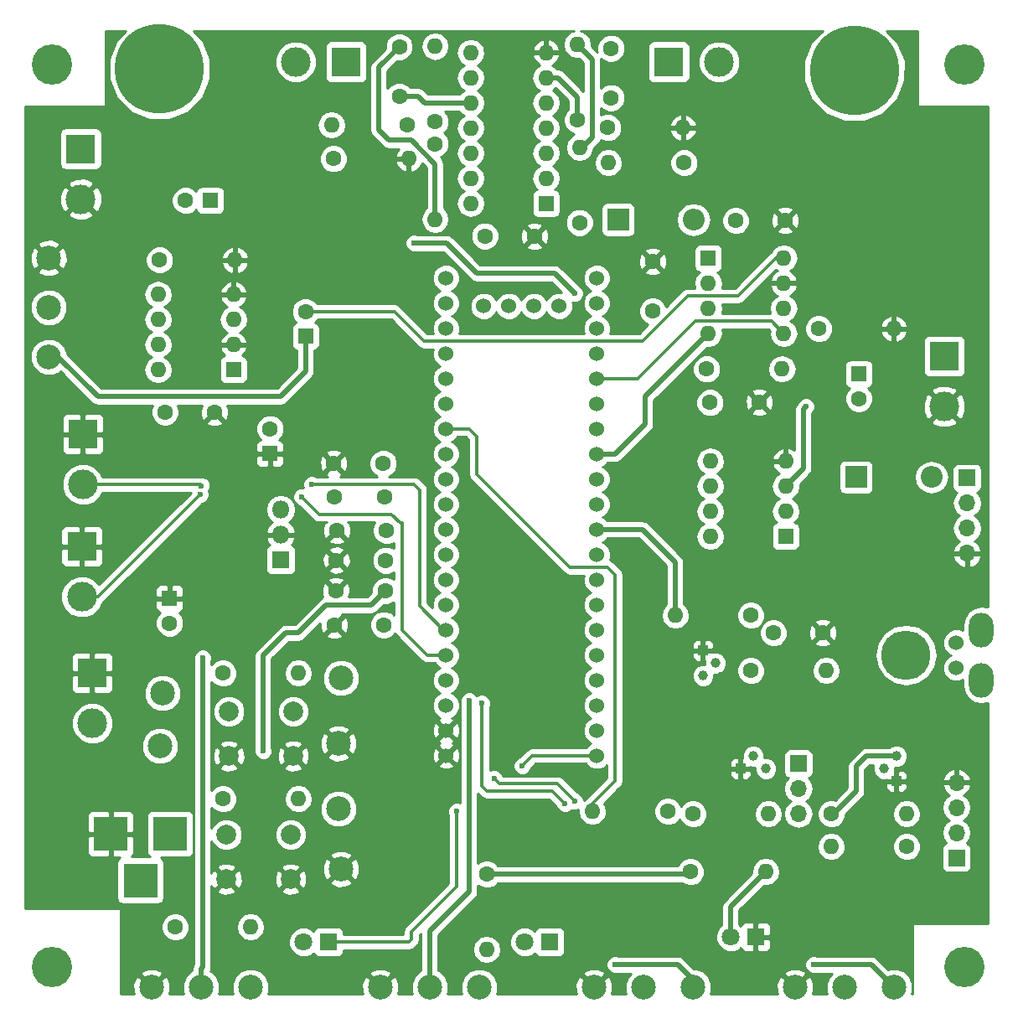
<source format=gbr>
G04 #@! TF.FileFunction,Copper,L1,Top,Signal*
%FSLAX46Y46*%
G04 Gerber Fmt 4.6, Leading zero omitted, Abs format (unit mm)*
G04 Created by KiCad (PCBNEW 4.0.7) date 07/31/18 21:51:29*
%MOMM*%
%LPD*%
G01*
G04 APERTURE LIST*
%ADD10C,0.100000*%
%ADD11C,1.600000*%
%ADD12R,1.600000X1.600000*%
%ADD13R,1.800000X1.800000*%
%ADD14C,1.800000*%
%ADD15R,2.200000X2.200000*%
%ADD16O,2.200000X2.200000*%
%ADD17R,3.500000X3.500000*%
%ADD18R,3.000000X3.000000*%
%ADD19C,3.000000*%
%ADD20C,2.500000*%
%ADD21C,9.000000*%
%ADD22C,4.064000*%
%ADD23R,1.700000X1.700000*%
%ADD24O,1.700000X1.700000*%
%ADD25O,2.500000X3.500000*%
%ADD26C,1.524000*%
%ADD27O,5.000000X5.000000*%
%ADD28C,1.000000*%
%ADD29R,1.000000X1.000000*%
%ADD30O,1.600000X1.600000*%
%ADD31C,2.000000*%
%ADD32O,1.800000X1.800000*%
%ADD33C,0.600000*%
%ADD34C,0.350000*%
%ADD35C,0.500000*%
%ADD36C,0.254000*%
G04 APERTURE END LIST*
D10*
D11*
X87071200Y-95161100D03*
X82071200Y-95161100D03*
X65024000Y-89979500D03*
X70024000Y-89979500D03*
X87172800Y-98567240D03*
X82172800Y-98567240D03*
X125082300Y-88988900D03*
X120082300Y-88988900D03*
D12*
X65481200Y-108788200D03*
D11*
X65481200Y-111288200D03*
D12*
X79227680Y-82321400D03*
D11*
X79227680Y-79821400D03*
X87401400Y-101930200D03*
X82401400Y-101930200D03*
X110083600Y-58216800D03*
X110083600Y-53216800D03*
X88696800Y-58064400D03*
X88696800Y-53064400D03*
D12*
X75628500Y-94170500D03*
D11*
X75628500Y-91670500D03*
X87337900Y-104940100D03*
X82337900Y-104940100D03*
D12*
X69596000Y-68580000D03*
D11*
X67096000Y-68580000D03*
D12*
X135128000Y-86106000D03*
D11*
X135128000Y-88606000D03*
X87287100Y-108013500D03*
X82287100Y-108013500D03*
X87122000Y-111480600D03*
X82122000Y-111480600D03*
X126492000Y-112268000D03*
X131492000Y-112268000D03*
X97345500Y-72186800D03*
X102345500Y-72186800D03*
X122682000Y-70612000D03*
X127682000Y-70612000D03*
X114300000Y-79756000D03*
X114300000Y-74756000D03*
D13*
X124714000Y-143002000D03*
D14*
X122174000Y-143002000D03*
D13*
X81534000Y-143510000D03*
D14*
X78994000Y-143510000D03*
D13*
X103886000Y-143510000D03*
D14*
X101346000Y-143510000D03*
D15*
X110810040Y-70520560D03*
D16*
X118430040Y-70520560D03*
D15*
X134861300Y-96545400D03*
D16*
X142481300Y-96545400D03*
D17*
X65532000Y-132588000D03*
X59532000Y-132588000D03*
X62532000Y-137288000D03*
D18*
X57658000Y-116332000D03*
D19*
X57658000Y-121412000D03*
D20*
X64516000Y-123698000D03*
X64770000Y-118364000D03*
D21*
X64465200Y-55295800D03*
X134696200Y-55473600D03*
D20*
X82804000Y-136144000D03*
D22*
X53594000Y-54864000D03*
X145796000Y-54864000D03*
D20*
X82550000Y-130048000D03*
D22*
X145796000Y-146050000D03*
X53594000Y-146050000D03*
D20*
X82550000Y-123444000D03*
X82804000Y-116840000D03*
D23*
X129032000Y-125476000D03*
D24*
X129032000Y-128016000D03*
X129032000Y-130556000D03*
D25*
X147535900Y-111963200D03*
D26*
X144995900Y-115773200D03*
X144995900Y-113233200D03*
D25*
X147535900Y-117043200D03*
D27*
X139915900Y-114503200D03*
D28*
X124460000Y-124714000D03*
X125730000Y-125984000D03*
D29*
X123190000Y-125984000D03*
D28*
X120650000Y-115316000D03*
X119380000Y-116586000D03*
D29*
X119380000Y-114046000D03*
D28*
X137668000Y-125984000D03*
X138938000Y-124714000D03*
D29*
X138938000Y-127254000D03*
D11*
X106908600Y-70840600D03*
D30*
X106908600Y-63220600D03*
D11*
X92329000Y-62865000D03*
D30*
X92329000Y-70485000D03*
D11*
X119748300Y-85610700D03*
D30*
X127368300Y-85610700D03*
D11*
X118110000Y-136398000D03*
D30*
X125730000Y-136398000D03*
D11*
X64470280Y-74589640D03*
D30*
X72090280Y-74589640D03*
D11*
X106680000Y-60452000D03*
D30*
X106680000Y-52832000D03*
D11*
X92329000Y-60629800D03*
D30*
X92329000Y-53009800D03*
D11*
X70866000Y-129032000D03*
D30*
X78486000Y-129032000D03*
D11*
X70866000Y-116332000D03*
D30*
X78486000Y-116332000D03*
D11*
X66040000Y-141986000D03*
D30*
X73660000Y-141986000D03*
D11*
X97536000Y-136652000D03*
D30*
X97536000Y-144272000D03*
D11*
X115824000Y-130302000D03*
D30*
X108204000Y-130302000D03*
D11*
X124206000Y-110490000D03*
D30*
X116586000Y-110490000D03*
D11*
X118364000Y-130556000D03*
D30*
X125984000Y-130556000D03*
D11*
X124206000Y-116078000D03*
D30*
X131826000Y-116078000D03*
D11*
X132334000Y-130556000D03*
D30*
X139954000Y-130556000D03*
D11*
X139954000Y-133858000D03*
D30*
X132334000Y-133858000D03*
D20*
X133684000Y-148082000D03*
X128684000Y-148082000D03*
X138684000Y-148082000D03*
X113364000Y-148082000D03*
X108364000Y-148082000D03*
X118364000Y-148082000D03*
X91774000Y-148082000D03*
X86774000Y-148082000D03*
X96774000Y-148082000D03*
X68660000Y-148082000D03*
X63660000Y-148082000D03*
X73660000Y-148082000D03*
D31*
X77724000Y-132660000D03*
X77724000Y-137160000D03*
X71224000Y-132660000D03*
X71224000Y-137160000D03*
X77978000Y-120214000D03*
X77978000Y-124714000D03*
X71478000Y-120214000D03*
X71478000Y-124714000D03*
D12*
X103530400Y-68884800D03*
D30*
X95910400Y-53644800D03*
X103530400Y-66344800D03*
X95910400Y-56184800D03*
X103530400Y-63804800D03*
X95910400Y-58724800D03*
X103530400Y-61264800D03*
X95910400Y-61264800D03*
X103530400Y-58724800D03*
X95910400Y-63804800D03*
X103530400Y-56184800D03*
X95910400Y-66344800D03*
X103530400Y-53644800D03*
X95910400Y-68884800D03*
D12*
X119926100Y-74409300D03*
D30*
X127546100Y-82029300D03*
X119926100Y-76949300D03*
X127546100Y-79489300D03*
X119926100Y-79489300D03*
X127546100Y-76949300D03*
X119926100Y-82029300D03*
X127546100Y-74409300D03*
D13*
X76708000Y-104902000D03*
D32*
X76708000Y-102362000D03*
X76708000Y-99822000D03*
D12*
X71937880Y-85699600D03*
D30*
X64317880Y-78079600D03*
X71937880Y-83159600D03*
X64317880Y-80619600D03*
X71937880Y-80619600D03*
X64317880Y-83159600D03*
X71937880Y-78079600D03*
X64317880Y-85699600D03*
D12*
X127741680Y-102539800D03*
D30*
X120121680Y-94919800D03*
X127741680Y-99999800D03*
X120121680Y-97459800D03*
X127741680Y-97459800D03*
X120121680Y-99999800D03*
X127741680Y-94919800D03*
X120121680Y-102539800D03*
D26*
X93421200Y-76428600D03*
X93421200Y-78968600D03*
X93421200Y-81508600D03*
X93421200Y-84048600D03*
X93421200Y-86588600D03*
X93421200Y-89128600D03*
X93421200Y-91668600D03*
X93421200Y-94208600D03*
X93421200Y-96748600D03*
X93421200Y-99288600D03*
X93421200Y-101828600D03*
X93421200Y-104368600D03*
X93421200Y-106908600D03*
X93421200Y-109448600D03*
X93421200Y-111988600D03*
X93421200Y-114528600D03*
X93421200Y-117068600D03*
X93421200Y-119608600D03*
X93421200Y-122148600D03*
X93421200Y-124688600D03*
X108661200Y-76428600D03*
X108661200Y-78968600D03*
X108661200Y-81508600D03*
X108661200Y-84048600D03*
X108661200Y-86588600D03*
X108661200Y-89128600D03*
X108661200Y-91668600D03*
X108661200Y-94208600D03*
X108661200Y-96748600D03*
X108661200Y-99288600D03*
X108661200Y-101828600D03*
X108661200Y-104368600D03*
X108661200Y-106908600D03*
X108661200Y-109448600D03*
X108661200Y-111988600D03*
X108661200Y-114528600D03*
X108661200Y-117068600D03*
X108661200Y-119608600D03*
X108661200Y-122148600D03*
X104851200Y-79268600D03*
X102311200Y-79268600D03*
X99771200Y-79268600D03*
X97231200Y-79268600D03*
X108661200Y-124688600D03*
D11*
X117449600Y-64770000D03*
D30*
X109829600Y-64770000D03*
D11*
X109753400Y-61239400D03*
D30*
X117373400Y-61239400D03*
D11*
X89458800Y-60960000D03*
D30*
X81838800Y-60960000D03*
D11*
X82042000Y-64363600D03*
D30*
X89662000Y-64363600D03*
D18*
X115925600Y-54584600D03*
D19*
X121005600Y-54584600D03*
D18*
X83312000Y-54584600D03*
D19*
X78232000Y-54584600D03*
D18*
X56515000Y-63373000D03*
D19*
X56515000Y-68453000D03*
D18*
X143764000Y-84328000D03*
D19*
X143764000Y-89408000D03*
D23*
X146062700Y-96634300D03*
D24*
X146062700Y-99174300D03*
X146062700Y-101714300D03*
X146062700Y-104254300D03*
D23*
X145000000Y-135000000D03*
D24*
X145000000Y-132460000D03*
X145000000Y-129920000D03*
X145000000Y-127380000D03*
D11*
X131064000Y-81534000D03*
D30*
X138684000Y-81534000D03*
D20*
X53276500Y-79391500D03*
X53276500Y-74391500D03*
X53276500Y-84391500D03*
D18*
X56718200Y-92202000D03*
D19*
X56718200Y-97282000D03*
D18*
X56616600Y-103555800D03*
D19*
X56616600Y-108635800D03*
D33*
X98298000Y-127000000D03*
X106426000Y-129286000D03*
X97028000Y-119380000D03*
X105410000Y-129540000D03*
X95758000Y-119126000D03*
X68834000Y-114808000D03*
X74930000Y-124206000D03*
X101092000Y-125730000D03*
X94488000Y-130302000D03*
X106426000Y-77978000D03*
X90170000Y-72898000D03*
X110490000Y-145796000D03*
X130556000Y-145796000D03*
X129794000Y-89408000D03*
X79857600Y-97282000D03*
X68681600Y-97409000D03*
X68554600Y-98298000D03*
X78841600Y-98526600D03*
D34*
X98806000Y-127508000D02*
X98298000Y-127000000D01*
X104648000Y-127508000D02*
X98806000Y-127508000D01*
X106426000Y-129286000D02*
X104648000Y-127508000D01*
X97028000Y-127762000D02*
X97028000Y-119380000D01*
X97536000Y-128270000D02*
X97028000Y-127762000D01*
X104140000Y-128270000D02*
X97536000Y-128270000D01*
X105410000Y-129540000D02*
X104140000Y-128270000D01*
D35*
X53276500Y-84391500D02*
X54229000Y-84391500D01*
X54229000Y-84391500D02*
X58229500Y-88392000D01*
X79227680Y-82321400D02*
X79227680Y-85872320D01*
X76708000Y-88392000D02*
X58229500Y-88392000D01*
X79227680Y-85872320D02*
X76708000Y-88392000D01*
X91774000Y-148082000D02*
X91774000Y-142414000D01*
X95758000Y-138430000D02*
X95758000Y-119126000D01*
X91774000Y-142414000D02*
X95758000Y-138430000D01*
X106908600Y-63220600D02*
X107213400Y-63220600D01*
X107213400Y-63220600D02*
X108204000Y-62230000D01*
X108204000Y-62230000D02*
X108204000Y-54356000D01*
X108204000Y-54356000D02*
X106680000Y-52832000D01*
X88696800Y-58064400D02*
X90576400Y-58064400D01*
X91236800Y-58724800D02*
X95910400Y-58724800D01*
X90576400Y-58064400D02*
X91236800Y-58724800D01*
X92329000Y-70485000D02*
X92329000Y-64897000D01*
X86614000Y-55147200D02*
X88696800Y-53064400D01*
X86614000Y-61468000D02*
X86614000Y-55147200D01*
X87630000Y-62484000D02*
X86614000Y-61468000D01*
X89916000Y-62484000D02*
X87630000Y-62484000D01*
X92329000Y-64897000D02*
X89916000Y-62484000D01*
X97536000Y-136652000D02*
X117856000Y-136652000D01*
X117856000Y-136652000D02*
X118110000Y-136398000D01*
X68660000Y-148082000D02*
X68660000Y-146224000D01*
X68660000Y-146224000D02*
X68834000Y-146050000D01*
X68834000Y-146050000D02*
X68834000Y-114808000D01*
X85826600Y-109474000D02*
X87287100Y-108013500D01*
X81280000Y-109474000D02*
X85826600Y-109474000D01*
X78486000Y-112268000D02*
X81280000Y-109474000D01*
X77216000Y-112268000D02*
X78486000Y-112268000D01*
X74930000Y-114554000D02*
X77216000Y-112268000D01*
X74930000Y-124206000D02*
X74930000Y-114554000D01*
X122174000Y-143002000D02*
X122174000Y-139954000D01*
X122174000Y-139954000D02*
X125730000Y-136398000D01*
D34*
X81534000Y-143510000D02*
X89662000Y-143510000D01*
X102133400Y-124688600D02*
X108661200Y-124688600D01*
X101092000Y-125730000D02*
X102133400Y-124688600D01*
X94488000Y-137922000D02*
X94488000Y-130302000D01*
X89916000Y-142494000D02*
X94488000Y-137922000D01*
X89916000Y-143256000D02*
X89916000Y-142494000D01*
X89662000Y-143510000D02*
X89916000Y-143256000D01*
D35*
X134874000Y-125984000D02*
X134874000Y-125730000D01*
X134874000Y-125730000D02*
X135890000Y-124714000D01*
X132334000Y-130556000D02*
X132588000Y-130556000D01*
X132588000Y-130556000D02*
X134874000Y-128270000D01*
X134874000Y-128270000D02*
X134874000Y-125984000D01*
X135890000Y-124714000D02*
X138938000Y-124714000D01*
X106426000Y-77978000D02*
X104394000Y-75946000D01*
X104394000Y-75946000D02*
X96520000Y-75946000D01*
X96520000Y-75946000D02*
X93472000Y-72898000D01*
X93472000Y-72898000D02*
X90170000Y-72898000D01*
X116840000Y-145796000D02*
X118364000Y-147320000D01*
X110490000Y-145796000D02*
X116840000Y-145796000D01*
X118364000Y-147320000D02*
X118364000Y-148082000D01*
X136398000Y-145796000D02*
X138684000Y-148082000D01*
X130556000Y-145796000D02*
X136398000Y-145796000D01*
D34*
X108204000Y-130302000D02*
X108204000Y-129540000D01*
X108204000Y-129540000D02*
X110490000Y-127254000D01*
X110490000Y-127254000D02*
X110490000Y-106426000D01*
X110490000Y-106426000D02*
X109728000Y-105664000D01*
X109728000Y-105664000D02*
X105918000Y-105664000D01*
X105918000Y-105664000D02*
X96520000Y-96266000D01*
X96520000Y-96266000D02*
X96520000Y-92456000D01*
X96520000Y-92456000D02*
X95732600Y-91668600D01*
X95732600Y-91668600D02*
X93421200Y-91668600D01*
D35*
X108661200Y-101828600D02*
X113258600Y-101828600D01*
X116586000Y-105156000D02*
X116586000Y-110490000D01*
X113258600Y-101828600D02*
X116586000Y-105156000D01*
D34*
X108661200Y-86588600D02*
X112801400Y-86588600D01*
X126288800Y-80772000D02*
X127546100Y-82029300D01*
X118618000Y-80772000D02*
X126288800Y-80772000D01*
X112801400Y-86588600D02*
X118618000Y-80772000D01*
D35*
X108661200Y-94208600D02*
X110515400Y-94208600D01*
X113538000Y-88417400D02*
X119926100Y-82029300D01*
X113538000Y-91186000D02*
X113538000Y-88417400D01*
X110515400Y-94208600D02*
X113538000Y-91186000D01*
X103530400Y-56184800D02*
X104698800Y-56184800D01*
X106680000Y-58166000D02*
X106680000Y-60452000D01*
X104698800Y-56184800D02*
X106680000Y-58166000D01*
D34*
X127546100Y-74409300D02*
X126758700Y-74409300D01*
X126758700Y-74409300D02*
X122936000Y-78232000D01*
X88203400Y-79821400D02*
X79227680Y-79821400D01*
X91186000Y-82804000D02*
X88203400Y-79821400D01*
X113284000Y-82804000D02*
X91186000Y-82804000D01*
X117856000Y-78232000D02*
X113284000Y-82804000D01*
X122936000Y-78232000D02*
X117856000Y-78232000D01*
D35*
X129794000Y-89408000D02*
X129540000Y-89662000D01*
X129540000Y-89662000D02*
X129540000Y-95661480D01*
X129540000Y-95661480D02*
X127741680Y-97459800D01*
D34*
X93421200Y-111988600D02*
X93167200Y-111988600D01*
X93167200Y-111988600D02*
X90754200Y-109575600D01*
X90754200Y-109575600D02*
X90754200Y-97840800D01*
X90754200Y-97840800D02*
X90195400Y-97282000D01*
X90195400Y-97282000D02*
X79857600Y-97282000D01*
X68681600Y-97409000D02*
X68554600Y-97282000D01*
X68554600Y-97282000D02*
X56718200Y-97282000D01*
X88950800Y-101193600D02*
X88798400Y-101193600D01*
X88798400Y-101193600D02*
X87909400Y-100304600D01*
X93421200Y-114528600D02*
X91516200Y-114528600D01*
X58216800Y-108635800D02*
X56616600Y-108635800D01*
X68554600Y-98298000D02*
X58216800Y-108635800D01*
X80619600Y-100304600D02*
X78841600Y-98526600D01*
X87909400Y-100304600D02*
X80619600Y-100304600D01*
X88950800Y-111963200D02*
X88950800Y-101193600D01*
X91516200Y-114528600D02*
X88950800Y-111963200D01*
D36*
G36*
X60114497Y-52383258D02*
X59331093Y-54269904D01*
X59329310Y-56312734D01*
X60109420Y-58200744D01*
X61552658Y-59646503D01*
X63439304Y-60429907D01*
X65482134Y-60431690D01*
X67370144Y-59651580D01*
X68815903Y-58208342D01*
X69599307Y-56321696D01*
X69600454Y-55007415D01*
X76096630Y-55007415D01*
X76420980Y-55792400D01*
X77021041Y-56393509D01*
X77805459Y-56719228D01*
X78654815Y-56719970D01*
X79439800Y-56395620D01*
X80040909Y-55795559D01*
X80366628Y-55011141D01*
X80367370Y-54161785D01*
X80043020Y-53376800D01*
X79751330Y-53084600D01*
X81164560Y-53084600D01*
X81164560Y-56084600D01*
X81208838Y-56319917D01*
X81347910Y-56536041D01*
X81560110Y-56681031D01*
X81812000Y-56732040D01*
X84812000Y-56732040D01*
X85047317Y-56687762D01*
X85263441Y-56548690D01*
X85408431Y-56336490D01*
X85459440Y-56084600D01*
X85459440Y-55147200D01*
X85728999Y-55147200D01*
X85729000Y-55147205D01*
X85729000Y-61467995D01*
X85728999Y-61468000D01*
X85769030Y-61669243D01*
X85796367Y-61806675D01*
X85961089Y-62053200D01*
X85988210Y-62093790D01*
X87004208Y-63109787D01*
X87004210Y-63109790D01*
X87291325Y-63301633D01*
X87347516Y-63312810D01*
X87630000Y-63369001D01*
X87630005Y-63369000D01*
X88663929Y-63369000D01*
X88430959Y-63626177D01*
X88270096Y-64014561D01*
X88392085Y-64236600D01*
X89535000Y-64236600D01*
X89535000Y-64216600D01*
X89789000Y-64216600D01*
X89789000Y-64236600D01*
X89809000Y-64236600D01*
X89809000Y-64490600D01*
X89789000Y-64490600D01*
X89789000Y-65634229D01*
X90011041Y-65755514D01*
X90517134Y-65515989D01*
X90893041Y-65101023D01*
X91006796Y-64826375D01*
X91444000Y-65263579D01*
X91444000Y-69355527D01*
X91314302Y-69442189D01*
X91003233Y-69907736D01*
X90894000Y-70456887D01*
X90894000Y-70513113D01*
X91003233Y-71062264D01*
X91314302Y-71527811D01*
X91779849Y-71838880D01*
X92329000Y-71948113D01*
X92878151Y-71838880D01*
X93343698Y-71527811D01*
X93654767Y-71062264D01*
X93764000Y-70513113D01*
X93764000Y-70456887D01*
X93654767Y-69907736D01*
X93343698Y-69442189D01*
X93214000Y-69355527D01*
X93214000Y-64897000D01*
X93146633Y-64558325D01*
X92954790Y-64271210D01*
X92954787Y-64271208D01*
X92875459Y-64191880D01*
X93140800Y-64082243D01*
X93544824Y-63678923D01*
X93763750Y-63151691D01*
X93764248Y-62580813D01*
X93546243Y-62053200D01*
X93240797Y-61747221D01*
X93544824Y-61443723D01*
X93763750Y-60916491D01*
X93764248Y-60345613D01*
X93546243Y-59818000D01*
X93338406Y-59609800D01*
X94780927Y-59609800D01*
X94867589Y-59739498D01*
X95249675Y-59994800D01*
X94867589Y-60250102D01*
X94556520Y-60715649D01*
X94447287Y-61264800D01*
X94556520Y-61813951D01*
X94867589Y-62279498D01*
X95249675Y-62534800D01*
X94867589Y-62790102D01*
X94556520Y-63255649D01*
X94447287Y-63804800D01*
X94556520Y-64353951D01*
X94867589Y-64819498D01*
X95249675Y-65074800D01*
X94867589Y-65330102D01*
X94556520Y-65795649D01*
X94447287Y-66344800D01*
X94556520Y-66893951D01*
X94867589Y-67359498D01*
X95249675Y-67614800D01*
X94867589Y-67870102D01*
X94556520Y-68335649D01*
X94447287Y-68884800D01*
X94556520Y-69433951D01*
X94867589Y-69899498D01*
X95333136Y-70210567D01*
X95882287Y-70319800D01*
X95938513Y-70319800D01*
X96487664Y-70210567D01*
X96953211Y-69899498D01*
X97264280Y-69433951D01*
X97373513Y-68884800D01*
X97264280Y-68335649D01*
X96953211Y-67870102D01*
X96571125Y-67614800D01*
X96953211Y-67359498D01*
X97264280Y-66893951D01*
X97373513Y-66344800D01*
X97264280Y-65795649D01*
X96953211Y-65330102D01*
X96571125Y-65074800D01*
X96953211Y-64819498D01*
X97264280Y-64353951D01*
X97373513Y-63804800D01*
X97264280Y-63255649D01*
X96953211Y-62790102D01*
X96571125Y-62534800D01*
X96953211Y-62279498D01*
X97264280Y-61813951D01*
X97373513Y-61264800D01*
X97264280Y-60715649D01*
X96953211Y-60250102D01*
X96571125Y-59994800D01*
X96953211Y-59739498D01*
X97264280Y-59273951D01*
X97373513Y-58724800D01*
X97264280Y-58175649D01*
X96953211Y-57710102D01*
X96571125Y-57454800D01*
X96953211Y-57199498D01*
X97264280Y-56733951D01*
X97373513Y-56184800D01*
X97264280Y-55635649D01*
X96953211Y-55170102D01*
X96571125Y-54914800D01*
X96953211Y-54659498D01*
X97264280Y-54193951D01*
X97373513Y-53644800D01*
X97304085Y-53295761D01*
X102138496Y-53295761D01*
X102260485Y-53517800D01*
X103403400Y-53517800D01*
X103403400Y-52374171D01*
X103657400Y-52374171D01*
X103657400Y-53517800D01*
X104800315Y-53517800D01*
X104922304Y-53295761D01*
X104761441Y-52907377D01*
X104385534Y-52492411D01*
X103879441Y-52252886D01*
X103657400Y-52374171D01*
X103403400Y-52374171D01*
X103181359Y-52252886D01*
X102675266Y-52492411D01*
X102299359Y-52907377D01*
X102138496Y-53295761D01*
X97304085Y-53295761D01*
X97264280Y-53095649D01*
X96953211Y-52630102D01*
X96487664Y-52319033D01*
X95938513Y-52209800D01*
X95882287Y-52209800D01*
X95333136Y-52319033D01*
X94867589Y-52630102D01*
X94556520Y-53095649D01*
X94447287Y-53644800D01*
X94556520Y-54193951D01*
X94867589Y-54659498D01*
X95249675Y-54914800D01*
X94867589Y-55170102D01*
X94556520Y-55635649D01*
X94447287Y-56184800D01*
X94556520Y-56733951D01*
X94867589Y-57199498D01*
X95249675Y-57454800D01*
X94867589Y-57710102D01*
X94780927Y-57839800D01*
X91603379Y-57839800D01*
X91202190Y-57438610D01*
X91067131Y-57348367D01*
X90915075Y-57246767D01*
X90858884Y-57235590D01*
X90576400Y-57179399D01*
X90576395Y-57179400D01*
X89840971Y-57179400D01*
X89510723Y-56848576D01*
X88983491Y-56629650D01*
X88412613Y-56629152D01*
X87885000Y-56847157D01*
X87499000Y-57232484D01*
X87499000Y-55513780D01*
X88513539Y-54499240D01*
X88980987Y-54499648D01*
X89508600Y-54281643D01*
X89912624Y-53878323D01*
X90131550Y-53351091D01*
X90131872Y-52981687D01*
X90894000Y-52981687D01*
X90894000Y-53037913D01*
X91003233Y-53587064D01*
X91314302Y-54052611D01*
X91779849Y-54363680D01*
X92329000Y-54472913D01*
X92878151Y-54363680D01*
X93343698Y-54052611D01*
X93654767Y-53587064D01*
X93764000Y-53037913D01*
X93764000Y-52981687D01*
X93654767Y-52432536D01*
X93343698Y-51966989D01*
X92878151Y-51655920D01*
X92329000Y-51546687D01*
X91779849Y-51655920D01*
X91314302Y-51966989D01*
X91003233Y-52432536D01*
X90894000Y-52981687D01*
X90131872Y-52981687D01*
X90132048Y-52780213D01*
X89914043Y-52252600D01*
X89510723Y-51848576D01*
X88983491Y-51629650D01*
X88412613Y-51629152D01*
X87885000Y-51847157D01*
X87480976Y-52250477D01*
X87262050Y-52777709D01*
X87261640Y-53247981D01*
X85988210Y-54521410D01*
X85796367Y-54808525D01*
X85796367Y-54808526D01*
X85728999Y-55147200D01*
X85459440Y-55147200D01*
X85459440Y-53084600D01*
X85415162Y-52849283D01*
X85276090Y-52633159D01*
X85063890Y-52488169D01*
X84812000Y-52437160D01*
X81812000Y-52437160D01*
X81576683Y-52481438D01*
X81360559Y-52620510D01*
X81215569Y-52832710D01*
X81164560Y-53084600D01*
X79751330Y-53084600D01*
X79442959Y-52775691D01*
X78658541Y-52449972D01*
X77809185Y-52449230D01*
X77024200Y-52773580D01*
X76423091Y-53373641D01*
X76097372Y-54158059D01*
X76096630Y-55007415D01*
X69600454Y-55007415D01*
X69601090Y-54278866D01*
X68820980Y-52390856D01*
X67866791Y-51435000D01*
X106347628Y-51435000D01*
X106130849Y-51478120D01*
X105665302Y-51789189D01*
X105354233Y-52254736D01*
X105245000Y-52803887D01*
X105245000Y-52860113D01*
X105354233Y-53409264D01*
X105665302Y-53874811D01*
X106130849Y-54185880D01*
X106680000Y-54295113D01*
X106856438Y-54260017D01*
X107319000Y-54722579D01*
X107319000Y-57559980D01*
X107305790Y-57540210D01*
X107305787Y-57540208D01*
X105324590Y-55559010D01*
X105037475Y-55367167D01*
X104981284Y-55355990D01*
X104698800Y-55299799D01*
X104698795Y-55299800D01*
X104659873Y-55299800D01*
X104573211Y-55170102D01*
X104168697Y-54899814D01*
X104385534Y-54797189D01*
X104761441Y-54382223D01*
X104922304Y-53993839D01*
X104800315Y-53771800D01*
X103657400Y-53771800D01*
X103657400Y-53791800D01*
X103403400Y-53791800D01*
X103403400Y-53771800D01*
X102260485Y-53771800D01*
X102138496Y-53993839D01*
X102299359Y-54382223D01*
X102675266Y-54797189D01*
X102892103Y-54899814D01*
X102487589Y-55170102D01*
X102176520Y-55635649D01*
X102067287Y-56184800D01*
X102176520Y-56733951D01*
X102487589Y-57199498D01*
X102869675Y-57454800D01*
X102487589Y-57710102D01*
X102176520Y-58175649D01*
X102067287Y-58724800D01*
X102176520Y-59273951D01*
X102487589Y-59739498D01*
X102869675Y-59994800D01*
X102487589Y-60250102D01*
X102176520Y-60715649D01*
X102067287Y-61264800D01*
X102176520Y-61813951D01*
X102487589Y-62279498D01*
X102869675Y-62534800D01*
X102487589Y-62790102D01*
X102176520Y-63255649D01*
X102067287Y-63804800D01*
X102176520Y-64353951D01*
X102487589Y-64819498D01*
X102869675Y-65074800D01*
X102487589Y-65330102D01*
X102176520Y-65795649D01*
X102067287Y-66344800D01*
X102176520Y-66893951D01*
X102487589Y-67359498D01*
X102631865Y-67455901D01*
X102495083Y-67481638D01*
X102278959Y-67620710D01*
X102133969Y-67832910D01*
X102082960Y-68084800D01*
X102082960Y-69684800D01*
X102127238Y-69920117D01*
X102266310Y-70136241D01*
X102478510Y-70281231D01*
X102730400Y-70332240D01*
X104330400Y-70332240D01*
X104565717Y-70287962D01*
X104781841Y-70148890D01*
X104926831Y-69936690D01*
X104977840Y-69684800D01*
X104977840Y-68084800D01*
X104933562Y-67849483D01*
X104794490Y-67633359D01*
X104582290Y-67488369D01*
X104427311Y-67456985D01*
X104573211Y-67359498D01*
X104884280Y-66893951D01*
X104993513Y-66344800D01*
X104884280Y-65795649D01*
X104573211Y-65330102D01*
X104191125Y-65074800D01*
X104573211Y-64819498D01*
X104606284Y-64770000D01*
X108366487Y-64770000D01*
X108475720Y-65319151D01*
X108786789Y-65784698D01*
X109252336Y-66095767D01*
X109801487Y-66205000D01*
X109857713Y-66205000D01*
X110406864Y-66095767D01*
X110872411Y-65784698D01*
X111183480Y-65319151D01*
X111236184Y-65054187D01*
X116014352Y-65054187D01*
X116232357Y-65581800D01*
X116635677Y-65985824D01*
X117162909Y-66204750D01*
X117733787Y-66205248D01*
X118261400Y-65987243D01*
X118665424Y-65583923D01*
X118884350Y-65056691D01*
X118884848Y-64485813D01*
X118666843Y-63958200D01*
X118263523Y-63554176D01*
X117736291Y-63335250D01*
X117165413Y-63334752D01*
X116637800Y-63552757D01*
X116233776Y-63956077D01*
X116014850Y-64483309D01*
X116014352Y-65054187D01*
X111236184Y-65054187D01*
X111292713Y-64770000D01*
X111183480Y-64220849D01*
X110872411Y-63755302D01*
X110406864Y-63444233D01*
X109857713Y-63335000D01*
X109801487Y-63335000D01*
X109252336Y-63444233D01*
X108786789Y-63755302D01*
X108475720Y-64220849D01*
X108366487Y-64770000D01*
X104606284Y-64770000D01*
X104884280Y-64353951D01*
X104993513Y-63804800D01*
X104884280Y-63255649D01*
X104573211Y-62790102D01*
X104191125Y-62534800D01*
X104573211Y-62279498D01*
X104884280Y-61813951D01*
X104993513Y-61264800D01*
X104884280Y-60715649D01*
X104573211Y-60250102D01*
X104191125Y-59994800D01*
X104573211Y-59739498D01*
X104884280Y-59273951D01*
X104993513Y-58724800D01*
X104884280Y-58175649D01*
X104573211Y-57710102D01*
X104191125Y-57454800D01*
X104506496Y-57244076D01*
X105795000Y-58532579D01*
X105795000Y-59307829D01*
X105464176Y-59638077D01*
X105245250Y-60165309D01*
X105244752Y-60736187D01*
X105462757Y-61263800D01*
X105866077Y-61667824D01*
X106353939Y-61870402D01*
X105893902Y-62177789D01*
X105582833Y-62643336D01*
X105473600Y-63192487D01*
X105473600Y-63248713D01*
X105582833Y-63797864D01*
X105893902Y-64263411D01*
X106359449Y-64574480D01*
X106908600Y-64683713D01*
X107457751Y-64574480D01*
X107923298Y-64263411D01*
X108234367Y-63797864D01*
X108320442Y-63365138D01*
X108829787Y-62855792D01*
X108829790Y-62855790D01*
X109021633Y-62568675D01*
X109036210Y-62495391D01*
X109466709Y-62674150D01*
X110037587Y-62674648D01*
X110565200Y-62456643D01*
X110969224Y-62053323D01*
X111162260Y-61588439D01*
X115981496Y-61588439D01*
X116142359Y-61976823D01*
X116518266Y-62391789D01*
X117024359Y-62631314D01*
X117246400Y-62510029D01*
X117246400Y-61366400D01*
X117500400Y-61366400D01*
X117500400Y-62510029D01*
X117722441Y-62631314D01*
X118228534Y-62391789D01*
X118604441Y-61976823D01*
X118765304Y-61588439D01*
X118643315Y-61366400D01*
X117500400Y-61366400D01*
X117246400Y-61366400D01*
X116103485Y-61366400D01*
X115981496Y-61588439D01*
X111162260Y-61588439D01*
X111188150Y-61526091D01*
X111188648Y-60955213D01*
X111161852Y-60890361D01*
X115981496Y-60890361D01*
X116103485Y-61112400D01*
X117246400Y-61112400D01*
X117246400Y-59968771D01*
X117500400Y-59968771D01*
X117500400Y-61112400D01*
X118643315Y-61112400D01*
X118765304Y-60890361D01*
X118604441Y-60501977D01*
X118228534Y-60087011D01*
X117722441Y-59847486D01*
X117500400Y-59968771D01*
X117246400Y-59968771D01*
X117024359Y-59847486D01*
X116518266Y-60087011D01*
X116142359Y-60501977D01*
X115981496Y-60890361D01*
X111161852Y-60890361D01*
X110970643Y-60427600D01*
X110567323Y-60023576D01*
X110040091Y-59804650D01*
X109469213Y-59804152D01*
X109089000Y-59961253D01*
X109089000Y-59251632D01*
X109269677Y-59432624D01*
X109796909Y-59651550D01*
X110367787Y-59652048D01*
X110895400Y-59434043D01*
X111299424Y-59030723D01*
X111518350Y-58503491D01*
X111518848Y-57932613D01*
X111300843Y-57405000D01*
X110897523Y-57000976D01*
X110370291Y-56782050D01*
X109799413Y-56781552D01*
X109271800Y-56999557D01*
X109089000Y-57182038D01*
X109089000Y-54356000D01*
X109063074Y-54225660D01*
X109269677Y-54432624D01*
X109796909Y-54651550D01*
X110367787Y-54652048D01*
X110895400Y-54434043D01*
X111299424Y-54030723D01*
X111518350Y-53503491D01*
X111518715Y-53084600D01*
X113778160Y-53084600D01*
X113778160Y-56084600D01*
X113822438Y-56319917D01*
X113961510Y-56536041D01*
X114173710Y-56681031D01*
X114425600Y-56732040D01*
X117425600Y-56732040D01*
X117660917Y-56687762D01*
X117877041Y-56548690D01*
X118022031Y-56336490D01*
X118073040Y-56084600D01*
X118073040Y-55007415D01*
X118870230Y-55007415D01*
X119194580Y-55792400D01*
X119794641Y-56393509D01*
X120579059Y-56719228D01*
X121428415Y-56719970D01*
X122213400Y-56395620D01*
X122814509Y-55795559D01*
X123140228Y-55011141D01*
X123140970Y-54161785D01*
X122816620Y-53376800D01*
X122216559Y-52775691D01*
X121432141Y-52449972D01*
X120582785Y-52449230D01*
X119797800Y-52773580D01*
X119196691Y-53373641D01*
X118870972Y-54158059D01*
X118870230Y-55007415D01*
X118073040Y-55007415D01*
X118073040Y-53084600D01*
X118028762Y-52849283D01*
X117889690Y-52633159D01*
X117677490Y-52488169D01*
X117425600Y-52437160D01*
X114425600Y-52437160D01*
X114190283Y-52481438D01*
X113974159Y-52620510D01*
X113829169Y-52832710D01*
X113778160Y-53084600D01*
X111518715Y-53084600D01*
X111518848Y-52932613D01*
X111300843Y-52405000D01*
X110897523Y-52000976D01*
X110370291Y-51782050D01*
X109799413Y-51781552D01*
X109271800Y-51999557D01*
X108867776Y-52402877D01*
X108648850Y-52930109D01*
X108648352Y-53500987D01*
X108682000Y-53582421D01*
X108089233Y-52989653D01*
X108115000Y-52860113D01*
X108115000Y-52803887D01*
X108005767Y-52254736D01*
X107694698Y-51789189D01*
X107229151Y-51478120D01*
X107012372Y-51435000D01*
X131473522Y-51435000D01*
X130345497Y-52561058D01*
X129562093Y-54447704D01*
X129560310Y-56490534D01*
X130340420Y-58378544D01*
X131783658Y-59824303D01*
X133670304Y-60607707D01*
X135713134Y-60609490D01*
X137601144Y-59829380D01*
X139046903Y-58386142D01*
X139830307Y-56499496D01*
X139832090Y-54456666D01*
X139051980Y-52568656D01*
X137920301Y-51435000D01*
X141097000Y-51435000D01*
X141097000Y-58928000D01*
X141107006Y-58977410D01*
X141135447Y-59019035D01*
X141177841Y-59046315D01*
X141224000Y-59055000D01*
X148209000Y-59055000D01*
X148209000Y-109665363D01*
X147535900Y-109531475D01*
X146814542Y-109674962D01*
X146203004Y-110083579D01*
X145794387Y-110695117D01*
X145650900Y-111416475D01*
X145650900Y-111992530D01*
X145275000Y-111836443D01*
X144719239Y-111835958D01*
X144205597Y-112048190D01*
X143812271Y-112440830D01*
X143599143Y-112954100D01*
X143598658Y-113509861D01*
X143810890Y-114023503D01*
X144203530Y-114416829D01*
X144411412Y-114503149D01*
X144205597Y-114588190D01*
X143812271Y-114980830D01*
X143599143Y-115494100D01*
X143598658Y-116049861D01*
X143810890Y-116563503D01*
X144203530Y-116956829D01*
X144716800Y-117169957D01*
X145272561Y-117170442D01*
X145650900Y-117014116D01*
X145650900Y-117589925D01*
X145794387Y-118311283D01*
X146203004Y-118922821D01*
X146814542Y-119331438D01*
X147535900Y-119474925D01*
X148209000Y-119341037D01*
X148209000Y-141605000D01*
X140716000Y-141605000D01*
X140666590Y-141615006D01*
X140624965Y-141643447D01*
X140597685Y-141685841D01*
X140589000Y-141732000D01*
X140589000Y-148717000D01*
X140461373Y-148717000D01*
X140568672Y-148458595D01*
X140569326Y-147708695D01*
X140282957Y-147015628D01*
X139753161Y-146484907D01*
X139060595Y-146197328D01*
X138310695Y-146196674D01*
X138126402Y-146272822D01*
X137023790Y-145170210D01*
X137015991Y-145164999D01*
X136736675Y-144978367D01*
X136680484Y-144967190D01*
X136398000Y-144910999D01*
X136397995Y-144911000D01*
X130862822Y-144911000D01*
X130742799Y-144861162D01*
X130370833Y-144860838D01*
X130027057Y-145002883D01*
X129763808Y-145265673D01*
X129621162Y-145609201D01*
X129620838Y-145981167D01*
X129762883Y-146324943D01*
X130025673Y-146588192D01*
X130369201Y-146730838D01*
X130741167Y-146731162D01*
X130862569Y-146681000D01*
X132419325Y-146681000D01*
X132086907Y-147012839D01*
X131799328Y-147705405D01*
X131798674Y-148455305D01*
X131906804Y-148717000D01*
X130459322Y-148717000D01*
X130578388Y-148406194D01*
X130558250Y-147656565D01*
X130310123Y-147057533D01*
X130017320Y-146928285D01*
X128863605Y-148082000D01*
X128877748Y-148096143D01*
X128698143Y-148275748D01*
X128684000Y-148261605D01*
X128669858Y-148275748D01*
X128490253Y-148096143D01*
X128504395Y-148082000D01*
X127350680Y-146928285D01*
X127057877Y-147057533D01*
X126789612Y-147757806D01*
X126809750Y-148507435D01*
X126896555Y-148717000D01*
X120141373Y-148717000D01*
X120248672Y-148458595D01*
X120249326Y-147708695D01*
X119962957Y-147015628D01*
X119696475Y-146748680D01*
X127530285Y-146748680D01*
X128684000Y-147902395D01*
X129837715Y-146748680D01*
X129708467Y-146455877D01*
X129008194Y-146187612D01*
X128258565Y-146207750D01*
X127659533Y-146455877D01*
X127530285Y-146748680D01*
X119696475Y-146748680D01*
X119433161Y-146484907D01*
X118740595Y-146197328D01*
X118492691Y-146197112D01*
X117465790Y-145170210D01*
X117457991Y-145164999D01*
X117178675Y-144978367D01*
X117122484Y-144967190D01*
X116840000Y-144910999D01*
X116839995Y-144911000D01*
X110796822Y-144911000D01*
X110676799Y-144861162D01*
X110304833Y-144860838D01*
X109961057Y-145002883D01*
X109697808Y-145265673D01*
X109555162Y-145609201D01*
X109554838Y-145981167D01*
X109696883Y-146324943D01*
X109959673Y-146588192D01*
X110303201Y-146730838D01*
X110675167Y-146731162D01*
X110796569Y-146681000D01*
X112099325Y-146681000D01*
X111766907Y-147012839D01*
X111479328Y-147705405D01*
X111478674Y-148455305D01*
X111586804Y-148717000D01*
X110139322Y-148717000D01*
X110258388Y-148406194D01*
X110238250Y-147656565D01*
X109990123Y-147057533D01*
X109697320Y-146928285D01*
X108543605Y-148082000D01*
X108557748Y-148096143D01*
X108378143Y-148275748D01*
X108364000Y-148261605D01*
X108349858Y-148275748D01*
X108170253Y-148096143D01*
X108184395Y-148082000D01*
X107030680Y-146928285D01*
X106737877Y-147057533D01*
X106469612Y-147757806D01*
X106489750Y-148507435D01*
X106576555Y-148717000D01*
X98551373Y-148717000D01*
X98658672Y-148458595D01*
X98659326Y-147708695D01*
X98372957Y-147015628D01*
X98106475Y-146748680D01*
X107210285Y-146748680D01*
X108364000Y-147902395D01*
X109517715Y-146748680D01*
X109388467Y-146455877D01*
X108688194Y-146187612D01*
X107938565Y-146207750D01*
X107339533Y-146455877D01*
X107210285Y-146748680D01*
X98106475Y-146748680D01*
X97843161Y-146484907D01*
X97150595Y-146197328D01*
X96400695Y-146196674D01*
X95707628Y-146483043D01*
X95176907Y-147012839D01*
X94889328Y-147705405D01*
X94888674Y-148455305D01*
X94996804Y-148717000D01*
X93551373Y-148717000D01*
X93658672Y-148458595D01*
X93659326Y-147708695D01*
X93372957Y-147015628D01*
X92843161Y-146484907D01*
X92659000Y-146408437D01*
X92659000Y-144243887D01*
X96101000Y-144243887D01*
X96101000Y-144300113D01*
X96210233Y-144849264D01*
X96521302Y-145314811D01*
X96986849Y-145625880D01*
X97536000Y-145735113D01*
X98085151Y-145625880D01*
X98550698Y-145314811D01*
X98861767Y-144849264D01*
X98971000Y-144300113D01*
X98971000Y-144243887D01*
X98885489Y-143813991D01*
X99810735Y-143813991D01*
X100043932Y-144378371D01*
X100475357Y-144810551D01*
X101039330Y-145044733D01*
X101649991Y-145045265D01*
X102214371Y-144812068D01*
X102382613Y-144644120D01*
X102382838Y-144645317D01*
X102521910Y-144861441D01*
X102734110Y-145006431D01*
X102986000Y-145057440D01*
X104786000Y-145057440D01*
X105021317Y-145013162D01*
X105237441Y-144874090D01*
X105382431Y-144661890D01*
X105433440Y-144410000D01*
X105433440Y-143305991D01*
X120638735Y-143305991D01*
X120871932Y-143870371D01*
X121303357Y-144302551D01*
X121867330Y-144536733D01*
X122477991Y-144537265D01*
X123042371Y-144304068D01*
X123219841Y-144126908D01*
X123275673Y-144261699D01*
X123454302Y-144440327D01*
X123687691Y-144537000D01*
X124428250Y-144537000D01*
X124587000Y-144378250D01*
X124587000Y-143129000D01*
X124841000Y-143129000D01*
X124841000Y-144378250D01*
X124999750Y-144537000D01*
X125740309Y-144537000D01*
X125973698Y-144440327D01*
X126152327Y-144261699D01*
X126249000Y-144028310D01*
X126249000Y-143287750D01*
X126090250Y-143129000D01*
X124841000Y-143129000D01*
X124587000Y-143129000D01*
X124567000Y-143129000D01*
X124567000Y-142875000D01*
X124587000Y-142875000D01*
X124587000Y-141625750D01*
X124841000Y-141625750D01*
X124841000Y-142875000D01*
X126090250Y-142875000D01*
X126249000Y-142716250D01*
X126249000Y-141975690D01*
X126152327Y-141742301D01*
X125973698Y-141563673D01*
X125740309Y-141467000D01*
X124999750Y-141467000D01*
X124841000Y-141625750D01*
X124587000Y-141625750D01*
X124428250Y-141467000D01*
X123687691Y-141467000D01*
X123454302Y-141563673D01*
X123275673Y-141742301D01*
X123219881Y-141876994D01*
X123059000Y-141715831D01*
X123059000Y-140320580D01*
X125572346Y-137807233D01*
X125701887Y-137833000D01*
X125758113Y-137833000D01*
X126307264Y-137723767D01*
X126772811Y-137412698D01*
X127083880Y-136947151D01*
X127193113Y-136398000D01*
X127083880Y-135848849D01*
X126772811Y-135383302D01*
X126307264Y-135072233D01*
X125758113Y-134963000D01*
X125701887Y-134963000D01*
X125152736Y-135072233D01*
X124687189Y-135383302D01*
X124376120Y-135848849D01*
X124266887Y-136398000D01*
X124301983Y-136574438D01*
X121548210Y-139328210D01*
X121356367Y-139615325D01*
X121356367Y-139615326D01*
X121288999Y-139954000D01*
X121289000Y-139954005D01*
X121289000Y-141716532D01*
X120873449Y-142131357D01*
X120639267Y-142695330D01*
X120638735Y-143305991D01*
X105433440Y-143305991D01*
X105433440Y-142610000D01*
X105389162Y-142374683D01*
X105250090Y-142158559D01*
X105037890Y-142013569D01*
X104786000Y-141962560D01*
X102986000Y-141962560D01*
X102750683Y-142006838D01*
X102534559Y-142145910D01*
X102389569Y-142358110D01*
X102385433Y-142378534D01*
X102216643Y-142209449D01*
X101652670Y-141975267D01*
X101042009Y-141974735D01*
X100477629Y-142207932D01*
X100045449Y-142639357D01*
X99811267Y-143203330D01*
X99810735Y-143813991D01*
X98885489Y-143813991D01*
X98861767Y-143694736D01*
X98550698Y-143229189D01*
X98085151Y-142918120D01*
X97536000Y-142808887D01*
X96986849Y-142918120D01*
X96521302Y-143229189D01*
X96210233Y-143694736D01*
X96101000Y-144243887D01*
X92659000Y-144243887D01*
X92659000Y-142780580D01*
X96383787Y-139055792D01*
X96383790Y-139055790D01*
X96575633Y-138768675D01*
X96613285Y-138579387D01*
X96643001Y-138430000D01*
X96643000Y-138429995D01*
X96643000Y-137788609D01*
X96722077Y-137867824D01*
X97249309Y-138086750D01*
X97820187Y-138087248D01*
X98347800Y-137869243D01*
X98680623Y-137537000D01*
X117219387Y-137537000D01*
X117296077Y-137613824D01*
X117823309Y-137832750D01*
X118394187Y-137833248D01*
X118921800Y-137615243D01*
X119325824Y-137211923D01*
X119544750Y-136684691D01*
X119545248Y-136113813D01*
X119327243Y-135586200D01*
X118923923Y-135182176D01*
X118396691Y-134963250D01*
X117825813Y-134962752D01*
X117298200Y-135180757D01*
X116894176Y-135584077D01*
X116818220Y-135767000D01*
X98680171Y-135767000D01*
X98349923Y-135436176D01*
X97822691Y-135217250D01*
X97251813Y-135216752D01*
X96724200Y-135434757D01*
X96643000Y-135515816D01*
X96643000Y-133858000D01*
X130870887Y-133858000D01*
X130980120Y-134407151D01*
X131291189Y-134872698D01*
X131756736Y-135183767D01*
X132305887Y-135293000D01*
X132362113Y-135293000D01*
X132911264Y-135183767D01*
X133376811Y-134872698D01*
X133687880Y-134407151D01*
X133740584Y-134142187D01*
X138518752Y-134142187D01*
X138736757Y-134669800D01*
X139140077Y-135073824D01*
X139667309Y-135292750D01*
X140238187Y-135293248D01*
X140765800Y-135075243D01*
X141169824Y-134671923D01*
X141388750Y-134144691D01*
X141389248Y-133573813D01*
X141171243Y-133046200D01*
X140767923Y-132642176D01*
X140240691Y-132423250D01*
X139669813Y-132422752D01*
X139142200Y-132640757D01*
X138738176Y-133044077D01*
X138519250Y-133571309D01*
X138518752Y-134142187D01*
X133740584Y-134142187D01*
X133797113Y-133858000D01*
X133687880Y-133308849D01*
X133376811Y-132843302D01*
X132911264Y-132532233D01*
X132362113Y-132423000D01*
X132305887Y-132423000D01*
X131756736Y-132532233D01*
X131291189Y-132843302D01*
X130980120Y-133308849D01*
X130870887Y-133858000D01*
X96643000Y-133858000D01*
X96643000Y-128522512D01*
X96963243Y-128842756D01*
X97094635Y-128930549D01*
X97226026Y-129018342D01*
X97536000Y-129080000D01*
X103804488Y-129080000D01*
X104492571Y-129768083D01*
X104616883Y-130068943D01*
X104879673Y-130332192D01*
X105223201Y-130474838D01*
X105595167Y-130475162D01*
X105938943Y-130333117D01*
X106106583Y-130165770D01*
X106239201Y-130220838D01*
X106611167Y-130221162D01*
X106770023Y-130155524D01*
X106740887Y-130302000D01*
X106850120Y-130851151D01*
X107161189Y-131316698D01*
X107626736Y-131627767D01*
X108175887Y-131737000D01*
X108232113Y-131737000D01*
X108781264Y-131627767D01*
X109246811Y-131316698D01*
X109557880Y-130851151D01*
X109610584Y-130586187D01*
X114388752Y-130586187D01*
X114606757Y-131113800D01*
X115010077Y-131517824D01*
X115537309Y-131736750D01*
X116108187Y-131737248D01*
X116635800Y-131519243D01*
X117039824Y-131115923D01*
X117041257Y-131112471D01*
X117146757Y-131367800D01*
X117550077Y-131771824D01*
X118077309Y-131990750D01*
X118648187Y-131991248D01*
X119175800Y-131773243D01*
X119579824Y-131369923D01*
X119798750Y-130842691D01*
X119799000Y-130556000D01*
X124520887Y-130556000D01*
X124630120Y-131105151D01*
X124941189Y-131570698D01*
X125406736Y-131881767D01*
X125955887Y-131991000D01*
X126012113Y-131991000D01*
X126561264Y-131881767D01*
X127026811Y-131570698D01*
X127337880Y-131105151D01*
X127447113Y-130556000D01*
X127337880Y-130006849D01*
X127026811Y-129541302D01*
X126561264Y-129230233D01*
X126012113Y-129121000D01*
X125955887Y-129121000D01*
X125406736Y-129230233D01*
X124941189Y-129541302D01*
X124630120Y-130006849D01*
X124520887Y-130556000D01*
X119799000Y-130556000D01*
X119799248Y-130271813D01*
X119581243Y-129744200D01*
X119177923Y-129340176D01*
X118650691Y-129121250D01*
X118079813Y-129120752D01*
X117552200Y-129338757D01*
X117148176Y-129742077D01*
X117146743Y-129745529D01*
X117041243Y-129490200D01*
X116637923Y-129086176D01*
X116110691Y-128867250D01*
X115539813Y-128866752D01*
X115012200Y-129084757D01*
X114608176Y-129488077D01*
X114389250Y-130015309D01*
X114388752Y-130586187D01*
X109610584Y-130586187D01*
X109667113Y-130302000D01*
X109557880Y-129752849D01*
X109389164Y-129500348D01*
X110873512Y-128016000D01*
X127517907Y-128016000D01*
X127630946Y-128584285D01*
X127952853Y-129066054D01*
X128282026Y-129286000D01*
X127952853Y-129505946D01*
X127630946Y-129987715D01*
X127517907Y-130556000D01*
X127630946Y-131124285D01*
X127952853Y-131606054D01*
X128434622Y-131927961D01*
X129002907Y-132041000D01*
X129061093Y-132041000D01*
X129629378Y-131927961D01*
X130111147Y-131606054D01*
X130433054Y-131124285D01*
X130489564Y-130840187D01*
X130898752Y-130840187D01*
X131116757Y-131367800D01*
X131520077Y-131771824D01*
X132047309Y-131990750D01*
X132618187Y-131991248D01*
X133145800Y-131773243D01*
X133549824Y-131369923D01*
X133768750Y-130842691D01*
X133768938Y-130626641D01*
X133839579Y-130556000D01*
X138490887Y-130556000D01*
X138600120Y-131105151D01*
X138911189Y-131570698D01*
X139376736Y-131881767D01*
X139925887Y-131991000D01*
X139982113Y-131991000D01*
X140531264Y-131881767D01*
X140996811Y-131570698D01*
X141307880Y-131105151D01*
X141417113Y-130556000D01*
X141307880Y-130006849D01*
X141249850Y-129920000D01*
X143485907Y-129920000D01*
X143598946Y-130488285D01*
X143920853Y-130970054D01*
X144250026Y-131190000D01*
X143920853Y-131409946D01*
X143598946Y-131891715D01*
X143485907Y-132460000D01*
X143598946Y-133028285D01*
X143920853Y-133510054D01*
X143962452Y-133537850D01*
X143914683Y-133546838D01*
X143698559Y-133685910D01*
X143553569Y-133898110D01*
X143502560Y-134150000D01*
X143502560Y-135850000D01*
X143546838Y-136085317D01*
X143685910Y-136301441D01*
X143898110Y-136446431D01*
X144150000Y-136497440D01*
X145850000Y-136497440D01*
X146085317Y-136453162D01*
X146301441Y-136314090D01*
X146446431Y-136101890D01*
X146497440Y-135850000D01*
X146497440Y-134150000D01*
X146453162Y-133914683D01*
X146314090Y-133698559D01*
X146101890Y-133553569D01*
X146034459Y-133539914D01*
X146079147Y-133510054D01*
X146401054Y-133028285D01*
X146514093Y-132460000D01*
X146401054Y-131891715D01*
X146079147Y-131409946D01*
X145749974Y-131190000D01*
X146079147Y-130970054D01*
X146401054Y-130488285D01*
X146514093Y-129920000D01*
X146401054Y-129351715D01*
X146079147Y-128869946D01*
X145738447Y-128642298D01*
X145881358Y-128575183D01*
X146271645Y-128146924D01*
X146441476Y-127736890D01*
X146320155Y-127507000D01*
X145127000Y-127507000D01*
X145127000Y-127527000D01*
X144873000Y-127527000D01*
X144873000Y-127507000D01*
X143679845Y-127507000D01*
X143558524Y-127736890D01*
X143728355Y-128146924D01*
X144118642Y-128575183D01*
X144261553Y-128642298D01*
X143920853Y-128869946D01*
X143598946Y-129351715D01*
X143485907Y-129920000D01*
X141249850Y-129920000D01*
X140996811Y-129541302D01*
X140531264Y-129230233D01*
X139982113Y-129121000D01*
X139925887Y-129121000D01*
X139376736Y-129230233D01*
X138911189Y-129541302D01*
X138600120Y-130006849D01*
X138490887Y-130556000D01*
X133839579Y-130556000D01*
X135499787Y-128895792D01*
X135499790Y-128895790D01*
X135691633Y-128608675D01*
X135692396Y-128604838D01*
X135759001Y-128270000D01*
X135759000Y-128269995D01*
X135759000Y-127539750D01*
X137803000Y-127539750D01*
X137803000Y-127880310D01*
X137899673Y-128113699D01*
X138078302Y-128292327D01*
X138311691Y-128389000D01*
X138652250Y-128389000D01*
X138811000Y-128230250D01*
X138811000Y-127381000D01*
X139065000Y-127381000D01*
X139065000Y-128230250D01*
X139223750Y-128389000D01*
X139564309Y-128389000D01*
X139797698Y-128292327D01*
X139976327Y-128113699D01*
X140073000Y-127880310D01*
X140073000Y-127539750D01*
X139914250Y-127381000D01*
X139065000Y-127381000D01*
X138811000Y-127381000D01*
X137961750Y-127381000D01*
X137803000Y-127539750D01*
X135759000Y-127539750D01*
X135759000Y-126096580D01*
X136256579Y-125599000D01*
X136598906Y-125599000D01*
X136533197Y-125757244D01*
X136532803Y-126208775D01*
X136705233Y-126626086D01*
X137024235Y-126945645D01*
X137441244Y-127118803D01*
X137892775Y-127119197D01*
X137936061Y-127101311D01*
X137961750Y-127127000D01*
X138811000Y-127127000D01*
X138811000Y-126277750D01*
X139065000Y-126277750D01*
X139065000Y-127127000D01*
X139914250Y-127127000D01*
X140018140Y-127023110D01*
X143558524Y-127023110D01*
X143679845Y-127253000D01*
X144873000Y-127253000D01*
X144873000Y-126059181D01*
X145127000Y-126059181D01*
X145127000Y-127253000D01*
X146320155Y-127253000D01*
X146441476Y-127023110D01*
X146271645Y-126613076D01*
X145881358Y-126184817D01*
X145356892Y-125938514D01*
X145127000Y-126059181D01*
X144873000Y-126059181D01*
X144643108Y-125938514D01*
X144118642Y-126184817D01*
X143728355Y-126613076D01*
X143558524Y-127023110D01*
X140018140Y-127023110D01*
X140073000Y-126968250D01*
X140073000Y-126627690D01*
X139976327Y-126394301D01*
X139797698Y-126215673D01*
X139564309Y-126119000D01*
X139223750Y-126119000D01*
X139065000Y-126277750D01*
X138811000Y-126277750D01*
X138785552Y-126252302D01*
X138802803Y-126210756D01*
X138803119Y-125848883D01*
X139162775Y-125849197D01*
X139580086Y-125676767D01*
X139899645Y-125357765D01*
X140072803Y-124940756D01*
X140073197Y-124489225D01*
X139900767Y-124071914D01*
X139581765Y-123752355D01*
X139164756Y-123579197D01*
X138713225Y-123578803D01*
X138295914Y-123751233D01*
X138218011Y-123829000D01*
X135890005Y-123829000D01*
X135890000Y-123828999D01*
X135640645Y-123878600D01*
X135551325Y-123896367D01*
X135264210Y-124088210D01*
X135264208Y-124088213D01*
X134248210Y-125104210D01*
X134056367Y-125391325D01*
X134056367Y-125391326D01*
X133988999Y-125730000D01*
X133989000Y-125730005D01*
X133989000Y-127903421D01*
X132727019Y-129165401D01*
X132620691Y-129121250D01*
X132049813Y-129120752D01*
X131522200Y-129338757D01*
X131118176Y-129742077D01*
X130899250Y-130269309D01*
X130898752Y-130840187D01*
X130489564Y-130840187D01*
X130546093Y-130556000D01*
X130433054Y-129987715D01*
X130111147Y-129505946D01*
X129781974Y-129286000D01*
X130111147Y-129066054D01*
X130433054Y-128584285D01*
X130546093Y-128016000D01*
X130433054Y-127447715D01*
X130111147Y-126965946D01*
X130069548Y-126938150D01*
X130117317Y-126929162D01*
X130333441Y-126790090D01*
X130478431Y-126577890D01*
X130529440Y-126326000D01*
X130529440Y-124626000D01*
X130485162Y-124390683D01*
X130346090Y-124174559D01*
X130133890Y-124029569D01*
X129882000Y-123978560D01*
X128182000Y-123978560D01*
X127946683Y-124022838D01*
X127730559Y-124161910D01*
X127585569Y-124374110D01*
X127534560Y-124626000D01*
X127534560Y-126326000D01*
X127578838Y-126561317D01*
X127717910Y-126777441D01*
X127930110Y-126922431D01*
X127997541Y-126936086D01*
X127952853Y-126965946D01*
X127630946Y-127447715D01*
X127517907Y-128016000D01*
X110873512Y-128016000D01*
X111062756Y-127826757D01*
X111184729Y-127644211D01*
X111238342Y-127563974D01*
X111300000Y-127254000D01*
X111300000Y-126269750D01*
X122055000Y-126269750D01*
X122055000Y-126610309D01*
X122151673Y-126843698D01*
X122330301Y-127022327D01*
X122563690Y-127119000D01*
X122904250Y-127119000D01*
X123063000Y-126960250D01*
X123063000Y-126111000D01*
X123317000Y-126111000D01*
X123317000Y-126960250D01*
X123475750Y-127119000D01*
X123816310Y-127119000D01*
X124049699Y-127022327D01*
X124228327Y-126843698D01*
X124325000Y-126610309D01*
X124325000Y-126269750D01*
X124166250Y-126111000D01*
X123317000Y-126111000D01*
X123063000Y-126111000D01*
X122213750Y-126111000D01*
X122055000Y-126269750D01*
X111300000Y-126269750D01*
X111300000Y-125357691D01*
X122055000Y-125357691D01*
X122055000Y-125698250D01*
X122213750Y-125857000D01*
X123063000Y-125857000D01*
X123063000Y-125007750D01*
X123317000Y-125007750D01*
X123317000Y-125857000D01*
X124166250Y-125857000D01*
X124191698Y-125831552D01*
X124233244Y-125848803D01*
X124595117Y-125849119D01*
X124594803Y-126208775D01*
X124767233Y-126626086D01*
X125086235Y-126945645D01*
X125503244Y-127118803D01*
X125954775Y-127119197D01*
X126372086Y-126946767D01*
X126691645Y-126627765D01*
X126864803Y-126210756D01*
X126865197Y-125759225D01*
X126692767Y-125341914D01*
X126373765Y-125022355D01*
X125956756Y-124849197D01*
X125594883Y-124848881D01*
X125595197Y-124489225D01*
X125422767Y-124071914D01*
X125103765Y-123752355D01*
X124686756Y-123579197D01*
X124235225Y-123578803D01*
X123817914Y-123751233D01*
X123498355Y-124070235D01*
X123325197Y-124487244D01*
X123324803Y-124938775D01*
X123342689Y-124982061D01*
X123317000Y-125007750D01*
X123063000Y-125007750D01*
X122904250Y-124849000D01*
X122563690Y-124849000D01*
X122330301Y-124945673D01*
X122151673Y-125124302D01*
X122055000Y-125357691D01*
X111300000Y-125357691D01*
X111300000Y-116810775D01*
X118244803Y-116810775D01*
X118417233Y-117228086D01*
X118736235Y-117547645D01*
X119153244Y-117720803D01*
X119604775Y-117721197D01*
X120022086Y-117548767D01*
X120341645Y-117229765D01*
X120514803Y-116812756D01*
X120515119Y-116450883D01*
X120874775Y-116451197D01*
X121090194Y-116362187D01*
X122770752Y-116362187D01*
X122988757Y-116889800D01*
X123392077Y-117293824D01*
X123919309Y-117512750D01*
X124490187Y-117513248D01*
X125017800Y-117295243D01*
X125421824Y-116891923D01*
X125640750Y-116364691D01*
X125641000Y-116078000D01*
X130362887Y-116078000D01*
X130472120Y-116627151D01*
X130783189Y-117092698D01*
X131248736Y-117403767D01*
X131797887Y-117513000D01*
X131854113Y-117513000D01*
X132403264Y-117403767D01*
X132868811Y-117092698D01*
X133179880Y-116627151D01*
X133289113Y-116078000D01*
X133179880Y-115528849D01*
X132868811Y-115063302D01*
X132403264Y-114752233D01*
X131854113Y-114643000D01*
X131797887Y-114643000D01*
X131248736Y-114752233D01*
X130783189Y-115063302D01*
X130472120Y-115528849D01*
X130362887Y-116078000D01*
X125641000Y-116078000D01*
X125641248Y-115793813D01*
X125423243Y-115266200D01*
X125019923Y-114862176D01*
X124492691Y-114643250D01*
X123921813Y-114642752D01*
X123394200Y-114860757D01*
X122990176Y-115264077D01*
X122771250Y-115791309D01*
X122770752Y-116362187D01*
X121090194Y-116362187D01*
X121292086Y-116278767D01*
X121611645Y-115959765D01*
X121784803Y-115542756D01*
X121785197Y-115091225D01*
X121612767Y-114673914D01*
X121442351Y-114503200D01*
X136719482Y-114503200D01*
X136958120Y-115702913D01*
X137637702Y-116719980D01*
X138654769Y-117399562D01*
X139854482Y-117638200D01*
X139977318Y-117638200D01*
X141177031Y-117399562D01*
X142194098Y-116719980D01*
X142873680Y-115702913D01*
X143112318Y-114503200D01*
X142873680Y-113303487D01*
X142194098Y-112286420D01*
X141177031Y-111606838D01*
X139977318Y-111368200D01*
X139854482Y-111368200D01*
X138654769Y-111606838D01*
X137637702Y-112286420D01*
X136958120Y-113303487D01*
X136719482Y-114503200D01*
X121442351Y-114503200D01*
X121293765Y-114354355D01*
X120876756Y-114181197D01*
X120425225Y-114180803D01*
X120381939Y-114198689D01*
X120356250Y-114173000D01*
X119507000Y-114173000D01*
X119507000Y-115022250D01*
X119532448Y-115047698D01*
X119515197Y-115089244D01*
X119514881Y-115451117D01*
X119155225Y-115450803D01*
X118737914Y-115623233D01*
X118418355Y-115942235D01*
X118245197Y-116359244D01*
X118244803Y-116810775D01*
X111300000Y-116810775D01*
X111300000Y-114331750D01*
X118245000Y-114331750D01*
X118245000Y-114672310D01*
X118341673Y-114905699D01*
X118520302Y-115084327D01*
X118753691Y-115181000D01*
X119094250Y-115181000D01*
X119253000Y-115022250D01*
X119253000Y-114173000D01*
X118403750Y-114173000D01*
X118245000Y-114331750D01*
X111300000Y-114331750D01*
X111300000Y-113419690D01*
X118245000Y-113419690D01*
X118245000Y-113760250D01*
X118403750Y-113919000D01*
X119253000Y-113919000D01*
X119253000Y-113069750D01*
X119507000Y-113069750D01*
X119507000Y-113919000D01*
X120356250Y-113919000D01*
X120515000Y-113760250D01*
X120515000Y-113419690D01*
X120418327Y-113186301D01*
X120239698Y-113007673D01*
X120006309Y-112911000D01*
X119665750Y-112911000D01*
X119507000Y-113069750D01*
X119253000Y-113069750D01*
X119094250Y-112911000D01*
X118753691Y-112911000D01*
X118520302Y-113007673D01*
X118341673Y-113186301D01*
X118245000Y-113419690D01*
X111300000Y-113419690D01*
X111300000Y-112552187D01*
X125056752Y-112552187D01*
X125274757Y-113079800D01*
X125678077Y-113483824D01*
X126205309Y-113702750D01*
X126776187Y-113703248D01*
X127303800Y-113485243D01*
X127513663Y-113275745D01*
X130663861Y-113275745D01*
X130737995Y-113521864D01*
X131275223Y-113714965D01*
X131845454Y-113687778D01*
X132246005Y-113521864D01*
X132320139Y-113275745D01*
X131492000Y-112447605D01*
X130663861Y-113275745D01*
X127513663Y-113275745D01*
X127707824Y-113081923D01*
X127926750Y-112554691D01*
X127927189Y-112051223D01*
X130045035Y-112051223D01*
X130072222Y-112621454D01*
X130238136Y-113022005D01*
X130484255Y-113096139D01*
X131312395Y-112268000D01*
X131671605Y-112268000D01*
X132499745Y-113096139D01*
X132745864Y-113022005D01*
X132938965Y-112484777D01*
X132911778Y-111914546D01*
X132745864Y-111513995D01*
X132499745Y-111439861D01*
X131671605Y-112268000D01*
X131312395Y-112268000D01*
X130484255Y-111439861D01*
X130238136Y-111513995D01*
X130045035Y-112051223D01*
X127927189Y-112051223D01*
X127927248Y-111983813D01*
X127709243Y-111456200D01*
X127513640Y-111260255D01*
X130663861Y-111260255D01*
X131492000Y-112088395D01*
X132320139Y-111260255D01*
X132246005Y-111014136D01*
X131708777Y-110821035D01*
X131138546Y-110848222D01*
X130737995Y-111014136D01*
X130663861Y-111260255D01*
X127513640Y-111260255D01*
X127305923Y-111052176D01*
X126778691Y-110833250D01*
X126207813Y-110832752D01*
X125680200Y-111050757D01*
X125276176Y-111454077D01*
X125057250Y-111981309D01*
X125056752Y-112552187D01*
X111300000Y-112552187D01*
X111300000Y-106426000D01*
X111246561Y-106157343D01*
X111238343Y-106116027D01*
X111062757Y-105853244D01*
X110300756Y-105091244D01*
X110195964Y-105021224D01*
X110037974Y-104915658D01*
X109953656Y-104898886D01*
X110057957Y-104647700D01*
X110058442Y-104091939D01*
X109846210Y-103578297D01*
X109453570Y-103184971D01*
X109245688Y-103098651D01*
X109451503Y-103013610D01*
X109752037Y-102713600D01*
X112892020Y-102713600D01*
X115701000Y-105522579D01*
X115701000Y-109369856D01*
X115543189Y-109475302D01*
X115232120Y-109940849D01*
X115122887Y-110490000D01*
X115232120Y-111039151D01*
X115543189Y-111504698D01*
X116008736Y-111815767D01*
X116557887Y-111925000D01*
X116614113Y-111925000D01*
X117163264Y-111815767D01*
X117628811Y-111504698D01*
X117939880Y-111039151D01*
X117992584Y-110774187D01*
X122770752Y-110774187D01*
X122988757Y-111301800D01*
X123392077Y-111705824D01*
X123919309Y-111924750D01*
X124490187Y-111925248D01*
X125017800Y-111707243D01*
X125421824Y-111303923D01*
X125640750Y-110776691D01*
X125641248Y-110205813D01*
X125423243Y-109678200D01*
X125019923Y-109274176D01*
X124492691Y-109055250D01*
X123921813Y-109054752D01*
X123394200Y-109272757D01*
X122990176Y-109676077D01*
X122771250Y-110203309D01*
X122770752Y-110774187D01*
X117992584Y-110774187D01*
X118049113Y-110490000D01*
X117939880Y-109940849D01*
X117628811Y-109475302D01*
X117471000Y-109369856D01*
X117471000Y-105156005D01*
X117471001Y-105156000D01*
X117403633Y-104817325D01*
X117265899Y-104611190D01*
X144621224Y-104611190D01*
X144791055Y-105021224D01*
X145181342Y-105449483D01*
X145705808Y-105695786D01*
X145935700Y-105575119D01*
X145935700Y-104381300D01*
X146189700Y-104381300D01*
X146189700Y-105575119D01*
X146419592Y-105695786D01*
X146944058Y-105449483D01*
X147334345Y-105021224D01*
X147504176Y-104611190D01*
X147382855Y-104381300D01*
X146189700Y-104381300D01*
X145935700Y-104381300D01*
X144742545Y-104381300D01*
X144621224Y-104611190D01*
X117265899Y-104611190D01*
X117211790Y-104530210D01*
X117211787Y-104530208D01*
X113884390Y-101202810D01*
X113870606Y-101193600D01*
X113597275Y-101010967D01*
X113500022Y-100991622D01*
X113258600Y-100943599D01*
X113258595Y-100943600D01*
X109751678Y-100943600D01*
X109453570Y-100644971D01*
X109245688Y-100558651D01*
X109451503Y-100473610D01*
X109844829Y-100080970D01*
X110057957Y-99567700D01*
X110058442Y-99011939D01*
X109846210Y-98498297D01*
X109453570Y-98104971D01*
X109245688Y-98018651D01*
X109451503Y-97933610D01*
X109844829Y-97540970D01*
X110057957Y-97027700D01*
X110058442Y-96471939D01*
X109846210Y-95958297D01*
X109453570Y-95564971D01*
X109245688Y-95478651D01*
X109451503Y-95393610D01*
X109752037Y-95093600D01*
X110515395Y-95093600D01*
X110515400Y-95093601D01*
X110806532Y-95035690D01*
X110854075Y-95026233D01*
X111013364Y-94919800D01*
X118658567Y-94919800D01*
X118767800Y-95468951D01*
X119078869Y-95934498D01*
X119460955Y-96189800D01*
X119078869Y-96445102D01*
X118767800Y-96910649D01*
X118658567Y-97459800D01*
X118767800Y-98008951D01*
X119078869Y-98474498D01*
X119460955Y-98729800D01*
X119078869Y-98985102D01*
X118767800Y-99450649D01*
X118658567Y-99999800D01*
X118767800Y-100548951D01*
X119078869Y-101014498D01*
X119460955Y-101269800D01*
X119078869Y-101525102D01*
X118767800Y-101990649D01*
X118658567Y-102539800D01*
X118767800Y-103088951D01*
X119078869Y-103554498D01*
X119544416Y-103865567D01*
X120093567Y-103974800D01*
X120149793Y-103974800D01*
X120698944Y-103865567D01*
X121164491Y-103554498D01*
X121475560Y-103088951D01*
X121584793Y-102539800D01*
X121475560Y-101990649D01*
X121164491Y-101525102D01*
X120782405Y-101269800D01*
X121164491Y-101014498D01*
X121475560Y-100548951D01*
X121584793Y-99999800D01*
X121475560Y-99450649D01*
X121164491Y-98985102D01*
X120782405Y-98729800D01*
X121164491Y-98474498D01*
X121475560Y-98008951D01*
X121584793Y-97459800D01*
X126278567Y-97459800D01*
X126387800Y-98008951D01*
X126698869Y-98474498D01*
X127080955Y-98729800D01*
X126698869Y-98985102D01*
X126387800Y-99450649D01*
X126278567Y-99999800D01*
X126387800Y-100548951D01*
X126698869Y-101014498D01*
X126843145Y-101110901D01*
X126706363Y-101136638D01*
X126490239Y-101275710D01*
X126345249Y-101487910D01*
X126294240Y-101739800D01*
X126294240Y-103339800D01*
X126338518Y-103575117D01*
X126477590Y-103791241D01*
X126689790Y-103936231D01*
X126941680Y-103987240D01*
X128541680Y-103987240D01*
X128776997Y-103942962D01*
X128993121Y-103803890D01*
X129138111Y-103591690D01*
X129189120Y-103339800D01*
X129189120Y-101739800D01*
X129144842Y-101504483D01*
X129005770Y-101288359D01*
X128793570Y-101143369D01*
X128638591Y-101111985D01*
X128784491Y-101014498D01*
X129095560Y-100548951D01*
X129204793Y-99999800D01*
X129095560Y-99450649D01*
X128910910Y-99174300D01*
X144548607Y-99174300D01*
X144661646Y-99742585D01*
X144983553Y-100224354D01*
X145312726Y-100444300D01*
X144983553Y-100664246D01*
X144661646Y-101146015D01*
X144548607Y-101714300D01*
X144661646Y-102282585D01*
X144983553Y-102764354D01*
X145324253Y-102992002D01*
X145181342Y-103059117D01*
X144791055Y-103487376D01*
X144621224Y-103897410D01*
X144742545Y-104127300D01*
X145935700Y-104127300D01*
X145935700Y-104107300D01*
X146189700Y-104107300D01*
X146189700Y-104127300D01*
X147382855Y-104127300D01*
X147504176Y-103897410D01*
X147334345Y-103487376D01*
X146944058Y-103059117D01*
X146801147Y-102992002D01*
X147141847Y-102764354D01*
X147463754Y-102282585D01*
X147576793Y-101714300D01*
X147463754Y-101146015D01*
X147141847Y-100664246D01*
X146812674Y-100444300D01*
X147141847Y-100224354D01*
X147463754Y-99742585D01*
X147576793Y-99174300D01*
X147463754Y-98606015D01*
X147141847Y-98124246D01*
X147100248Y-98096450D01*
X147148017Y-98087462D01*
X147364141Y-97948390D01*
X147509131Y-97736190D01*
X147560140Y-97484300D01*
X147560140Y-95784300D01*
X147515862Y-95548983D01*
X147376790Y-95332859D01*
X147164590Y-95187869D01*
X146912700Y-95136860D01*
X145212700Y-95136860D01*
X144977383Y-95181138D01*
X144761259Y-95320210D01*
X144616269Y-95532410D01*
X144565260Y-95784300D01*
X144565260Y-97484300D01*
X144609538Y-97719617D01*
X144748610Y-97935741D01*
X144960810Y-98080731D01*
X145028241Y-98094386D01*
X144983553Y-98124246D01*
X144661646Y-98606015D01*
X144548607Y-99174300D01*
X128910910Y-99174300D01*
X128784491Y-98985102D01*
X128402405Y-98729800D01*
X128784491Y-98474498D01*
X129095560Y-98008951D01*
X129204793Y-97459800D01*
X129169697Y-97283362D01*
X130165787Y-96287272D01*
X130165790Y-96287270D01*
X130357633Y-96000155D01*
X130357634Y-96000154D01*
X130425001Y-95661480D01*
X130425000Y-95661475D01*
X130425000Y-95445400D01*
X133113860Y-95445400D01*
X133113860Y-97645400D01*
X133158138Y-97880717D01*
X133297210Y-98096841D01*
X133509410Y-98241831D01*
X133761300Y-98292840D01*
X135961300Y-98292840D01*
X136196617Y-98248562D01*
X136412741Y-98109490D01*
X136557731Y-97897290D01*
X136608740Y-97645400D01*
X136608740Y-96545400D01*
X140712309Y-96545400D01*
X140844378Y-97209356D01*
X141220479Y-97772230D01*
X141783353Y-98148331D01*
X142447309Y-98280400D01*
X142515291Y-98280400D01*
X143179247Y-98148331D01*
X143742121Y-97772230D01*
X144118222Y-97209356D01*
X144250291Y-96545400D01*
X144118222Y-95881444D01*
X143742121Y-95318570D01*
X143179247Y-94942469D01*
X142515291Y-94810400D01*
X142447309Y-94810400D01*
X141783353Y-94942469D01*
X141220479Y-95318570D01*
X140844378Y-95881444D01*
X140712309Y-96545400D01*
X136608740Y-96545400D01*
X136608740Y-95445400D01*
X136564462Y-95210083D01*
X136425390Y-94993959D01*
X136213190Y-94848969D01*
X135961300Y-94797960D01*
X133761300Y-94797960D01*
X133525983Y-94842238D01*
X133309859Y-94981310D01*
X133164869Y-95193510D01*
X133113860Y-95445400D01*
X130425000Y-95445400D01*
X130425000Y-90921970D01*
X142429635Y-90921970D01*
X142589418Y-91240739D01*
X143380187Y-91550723D01*
X144229387Y-91534497D01*
X144938582Y-91240739D01*
X145098365Y-90921970D01*
X143764000Y-89587605D01*
X142429635Y-90921970D01*
X130425000Y-90921970D01*
X130425000Y-90099238D01*
X130586192Y-89938327D01*
X130728838Y-89594799D01*
X130729162Y-89222833D01*
X130587117Y-88879057D01*
X130324327Y-88615808D01*
X129980799Y-88473162D01*
X129608833Y-88472838D01*
X129265057Y-88614883D01*
X129001808Y-88877673D01*
X128951434Y-88998986D01*
X128914210Y-89036210D01*
X128722367Y-89323325D01*
X128722367Y-89323326D01*
X128654999Y-89662000D01*
X128655000Y-89662005D01*
X128655000Y-93831643D01*
X128596814Y-93767411D01*
X128090721Y-93527886D01*
X127868680Y-93649171D01*
X127868680Y-94792800D01*
X127888680Y-94792800D01*
X127888680Y-95046800D01*
X127868680Y-95046800D01*
X127868680Y-95066800D01*
X127614680Y-95066800D01*
X127614680Y-95046800D01*
X126471765Y-95046800D01*
X126349776Y-95268839D01*
X126510639Y-95657223D01*
X126886546Y-96072189D01*
X127103383Y-96174814D01*
X126698869Y-96445102D01*
X126387800Y-96910649D01*
X126278567Y-97459800D01*
X121584793Y-97459800D01*
X121475560Y-96910649D01*
X121164491Y-96445102D01*
X120782405Y-96189800D01*
X121164491Y-95934498D01*
X121475560Y-95468951D01*
X121584793Y-94919800D01*
X121515365Y-94570761D01*
X126349776Y-94570761D01*
X126471765Y-94792800D01*
X127614680Y-94792800D01*
X127614680Y-93649171D01*
X127392639Y-93527886D01*
X126886546Y-93767411D01*
X126510639Y-94182377D01*
X126349776Y-94570761D01*
X121515365Y-94570761D01*
X121475560Y-94370649D01*
X121164491Y-93905102D01*
X120698944Y-93594033D01*
X120149793Y-93484800D01*
X120093567Y-93484800D01*
X119544416Y-93594033D01*
X119078869Y-93905102D01*
X118767800Y-94370649D01*
X118658567Y-94919800D01*
X111013364Y-94919800D01*
X111141190Y-94834390D01*
X114163787Y-91811792D01*
X114163790Y-91811790D01*
X114355633Y-91524675D01*
X114383653Y-91383809D01*
X114423001Y-91186000D01*
X114423000Y-91185995D01*
X114423000Y-89273087D01*
X118647052Y-89273087D01*
X118865057Y-89800700D01*
X119268377Y-90204724D01*
X119795609Y-90423650D01*
X120366487Y-90424148D01*
X120894100Y-90206143D01*
X121103963Y-89996645D01*
X124254161Y-89996645D01*
X124328295Y-90242764D01*
X124865523Y-90435865D01*
X125435754Y-90408678D01*
X125836305Y-90242764D01*
X125910439Y-89996645D01*
X125082300Y-89168505D01*
X124254161Y-89996645D01*
X121103963Y-89996645D01*
X121298124Y-89802823D01*
X121517050Y-89275591D01*
X121517489Y-88772123D01*
X123635335Y-88772123D01*
X123662522Y-89342354D01*
X123828436Y-89742905D01*
X124074555Y-89817039D01*
X124902695Y-88988900D01*
X125261905Y-88988900D01*
X126090045Y-89817039D01*
X126336164Y-89742905D01*
X126529265Y-89205677D01*
X126502078Y-88635446D01*
X126336164Y-88234895D01*
X126090045Y-88160761D01*
X125261905Y-88988900D01*
X124902695Y-88988900D01*
X124074555Y-88160761D01*
X123828436Y-88234895D01*
X123635335Y-88772123D01*
X121517489Y-88772123D01*
X121517548Y-88704713D01*
X121299543Y-88177100D01*
X121103940Y-87981155D01*
X124254161Y-87981155D01*
X125082300Y-88809295D01*
X125910439Y-87981155D01*
X125836305Y-87735036D01*
X125299077Y-87541935D01*
X124728846Y-87569122D01*
X124328295Y-87735036D01*
X124254161Y-87981155D01*
X121103940Y-87981155D01*
X120896223Y-87773076D01*
X120368991Y-87554150D01*
X119798113Y-87553652D01*
X119270500Y-87771657D01*
X118866476Y-88174977D01*
X118647550Y-88702209D01*
X118647052Y-89273087D01*
X114423000Y-89273087D01*
X114423000Y-88783980D01*
X117312092Y-85894887D01*
X118313052Y-85894887D01*
X118531057Y-86422500D01*
X118934377Y-86826524D01*
X119461609Y-87045450D01*
X120032487Y-87045948D01*
X120560100Y-86827943D01*
X120964124Y-86424623D01*
X121183050Y-85897391D01*
X121183300Y-85610700D01*
X125905187Y-85610700D01*
X126014420Y-86159851D01*
X126325489Y-86625398D01*
X126791036Y-86936467D01*
X127340187Y-87045700D01*
X127396413Y-87045700D01*
X127945564Y-86936467D01*
X128411111Y-86625398D01*
X128722180Y-86159851D01*
X128831413Y-85610700D01*
X128770805Y-85306000D01*
X133680560Y-85306000D01*
X133680560Y-86906000D01*
X133724838Y-87141317D01*
X133863910Y-87357441D01*
X134076110Y-87502431D01*
X134181041Y-87523680D01*
X133912176Y-87792077D01*
X133693250Y-88319309D01*
X133692752Y-88890187D01*
X133910757Y-89417800D01*
X134314077Y-89821824D01*
X134841309Y-90040750D01*
X135412187Y-90041248D01*
X135939800Y-89823243D01*
X136343824Y-89419923D01*
X136508148Y-89024187D01*
X141621277Y-89024187D01*
X141637503Y-89873387D01*
X141931261Y-90582582D01*
X142250030Y-90742365D01*
X143584395Y-89408000D01*
X143943605Y-89408000D01*
X145277970Y-90742365D01*
X145596739Y-90582582D01*
X145906723Y-89791813D01*
X145890497Y-88942613D01*
X145596739Y-88233418D01*
X145277970Y-88073635D01*
X143943605Y-89408000D01*
X143584395Y-89408000D01*
X142250030Y-88073635D01*
X141931261Y-88233418D01*
X141621277Y-89024187D01*
X136508148Y-89024187D01*
X136562750Y-88892691D01*
X136563248Y-88321813D01*
X136386492Y-87894030D01*
X142429635Y-87894030D01*
X143764000Y-89228395D01*
X145098365Y-87894030D01*
X144938582Y-87575261D01*
X144147813Y-87265277D01*
X143298613Y-87281503D01*
X142589418Y-87575261D01*
X142429635Y-87894030D01*
X136386492Y-87894030D01*
X136345243Y-87794200D01*
X136076928Y-87525417D01*
X136163317Y-87509162D01*
X136379441Y-87370090D01*
X136524431Y-87157890D01*
X136575440Y-86906000D01*
X136575440Y-85306000D01*
X136531162Y-85070683D01*
X136392090Y-84854559D01*
X136179890Y-84709569D01*
X135928000Y-84658560D01*
X134328000Y-84658560D01*
X134092683Y-84702838D01*
X133876559Y-84841910D01*
X133731569Y-85054110D01*
X133680560Y-85306000D01*
X128770805Y-85306000D01*
X128722180Y-85061549D01*
X128411111Y-84596002D01*
X127945564Y-84284933D01*
X127396413Y-84175700D01*
X127340187Y-84175700D01*
X126791036Y-84284933D01*
X126325489Y-84596002D01*
X126014420Y-85061549D01*
X125905187Y-85610700D01*
X121183300Y-85610700D01*
X121183548Y-85326513D01*
X120965543Y-84798900D01*
X120562223Y-84394876D01*
X120034991Y-84175950D01*
X119464113Y-84175452D01*
X118936500Y-84393457D01*
X118532476Y-84796777D01*
X118313550Y-85324009D01*
X118313052Y-85894887D01*
X117312092Y-85894887D01*
X119768446Y-83438533D01*
X119897987Y-83464300D01*
X119954213Y-83464300D01*
X120503364Y-83355067D01*
X120968911Y-83043998D01*
X121279980Y-82578451D01*
X121389213Y-82029300D01*
X121300239Y-81582000D01*
X125953288Y-81582000D01*
X126135680Y-81764393D01*
X126082987Y-82029300D01*
X126192220Y-82578451D01*
X126503289Y-83043998D01*
X126968836Y-83355067D01*
X127517987Y-83464300D01*
X127574213Y-83464300D01*
X128123364Y-83355067D01*
X128588911Y-83043998D01*
X128899980Y-82578451D01*
X129009213Y-82029300D01*
X128967220Y-81818187D01*
X129628752Y-81818187D01*
X129846757Y-82345800D01*
X130250077Y-82749824D01*
X130777309Y-82968750D01*
X131348187Y-82969248D01*
X131875800Y-82751243D01*
X132279824Y-82347923D01*
X132472860Y-81883039D01*
X137292096Y-81883039D01*
X137452959Y-82271423D01*
X137828866Y-82686389D01*
X138334959Y-82925914D01*
X138557000Y-82804629D01*
X138557000Y-81661000D01*
X138811000Y-81661000D01*
X138811000Y-82804629D01*
X139033041Y-82925914D01*
X139239923Y-82828000D01*
X141616560Y-82828000D01*
X141616560Y-85828000D01*
X141660838Y-86063317D01*
X141799910Y-86279441D01*
X142012110Y-86424431D01*
X142264000Y-86475440D01*
X145264000Y-86475440D01*
X145499317Y-86431162D01*
X145715441Y-86292090D01*
X145860431Y-86079890D01*
X145911440Y-85828000D01*
X145911440Y-82828000D01*
X145867162Y-82592683D01*
X145728090Y-82376559D01*
X145515890Y-82231569D01*
X145264000Y-82180560D01*
X142264000Y-82180560D01*
X142028683Y-82224838D01*
X141812559Y-82363910D01*
X141667569Y-82576110D01*
X141616560Y-82828000D01*
X139239923Y-82828000D01*
X139539134Y-82686389D01*
X139915041Y-82271423D01*
X140075904Y-81883039D01*
X139953915Y-81661000D01*
X138811000Y-81661000D01*
X138557000Y-81661000D01*
X137414085Y-81661000D01*
X137292096Y-81883039D01*
X132472860Y-81883039D01*
X132498750Y-81820691D01*
X132499248Y-81249813D01*
X132472452Y-81184961D01*
X137292096Y-81184961D01*
X137414085Y-81407000D01*
X138557000Y-81407000D01*
X138557000Y-80263371D01*
X138811000Y-80263371D01*
X138811000Y-81407000D01*
X139953915Y-81407000D01*
X140075904Y-81184961D01*
X139915041Y-80796577D01*
X139539134Y-80381611D01*
X139033041Y-80142086D01*
X138811000Y-80263371D01*
X138557000Y-80263371D01*
X138334959Y-80142086D01*
X137828866Y-80381611D01*
X137452959Y-80796577D01*
X137292096Y-81184961D01*
X132472452Y-81184961D01*
X132281243Y-80722200D01*
X131877923Y-80318176D01*
X131350691Y-80099250D01*
X130779813Y-80098752D01*
X130252200Y-80316757D01*
X129848176Y-80720077D01*
X129629250Y-81247309D01*
X129628752Y-81818187D01*
X128967220Y-81818187D01*
X128899980Y-81480149D01*
X128588911Y-81014602D01*
X128206825Y-80759300D01*
X128588911Y-80503998D01*
X128899980Y-80038451D01*
X129009213Y-79489300D01*
X128899980Y-78940149D01*
X128588911Y-78474602D01*
X128184397Y-78204314D01*
X128401234Y-78101689D01*
X128777141Y-77686723D01*
X128938004Y-77298339D01*
X128816015Y-77076300D01*
X127673100Y-77076300D01*
X127673100Y-77096300D01*
X127419100Y-77096300D01*
X127419100Y-77076300D01*
X126276185Y-77076300D01*
X126154196Y-77298339D01*
X126315059Y-77686723D01*
X126690966Y-78101689D01*
X126907803Y-78204314D01*
X126503289Y-78474602D01*
X126192220Y-78940149D01*
X126082987Y-79489300D01*
X126177013Y-79962000D01*
X121295187Y-79962000D01*
X121389213Y-79489300D01*
X121300239Y-79042000D01*
X122936000Y-79042000D01*
X123245974Y-78980342D01*
X123508756Y-78804756D01*
X126734814Y-75578699D01*
X126907803Y-75694286D01*
X126690966Y-75796911D01*
X126315059Y-76211877D01*
X126154196Y-76600261D01*
X126276185Y-76822300D01*
X127419100Y-76822300D01*
X127419100Y-76802300D01*
X127673100Y-76802300D01*
X127673100Y-76822300D01*
X128816015Y-76822300D01*
X128938004Y-76600261D01*
X128777141Y-76211877D01*
X128401234Y-75796911D01*
X128184397Y-75694286D01*
X128588911Y-75423998D01*
X128899980Y-74958451D01*
X129009213Y-74409300D01*
X128899980Y-73860149D01*
X128588911Y-73394602D01*
X128123364Y-73083533D01*
X127574213Y-72974300D01*
X127517987Y-72974300D01*
X126968836Y-73083533D01*
X126503289Y-73394602D01*
X126225777Y-73809928D01*
X126185943Y-73836544D01*
X122600488Y-77422000D01*
X121295187Y-77422000D01*
X121389213Y-76949300D01*
X121279980Y-76400149D01*
X120968911Y-75934602D01*
X120824635Y-75838199D01*
X120961417Y-75812462D01*
X121177541Y-75673390D01*
X121322531Y-75461190D01*
X121373540Y-75209300D01*
X121373540Y-73609300D01*
X121329262Y-73373983D01*
X121190190Y-73157859D01*
X120977990Y-73012869D01*
X120726100Y-72961860D01*
X119126100Y-72961860D01*
X118890783Y-73006138D01*
X118674659Y-73145210D01*
X118529669Y-73357410D01*
X118478660Y-73609300D01*
X118478660Y-75209300D01*
X118522938Y-75444617D01*
X118662010Y-75660741D01*
X118874210Y-75805731D01*
X119029189Y-75837115D01*
X118883289Y-75934602D01*
X118572220Y-76400149D01*
X118462987Y-76949300D01*
X118557013Y-77422000D01*
X117856000Y-77422000D01*
X117546026Y-77483658D01*
X117475999Y-77530449D01*
X117283243Y-77659244D01*
X115657892Y-79284596D01*
X115517243Y-78944200D01*
X115113923Y-78540176D01*
X114586691Y-78321250D01*
X114015813Y-78320752D01*
X113488200Y-78538757D01*
X113084176Y-78942077D01*
X112865250Y-79469309D01*
X112864752Y-80040187D01*
X113082757Y-80567800D01*
X113486077Y-80971824D01*
X113828484Y-81114004D01*
X112948488Y-81994000D01*
X109972294Y-81994000D01*
X110057957Y-81787700D01*
X110058442Y-81231939D01*
X109846210Y-80718297D01*
X109453570Y-80324971D01*
X109245688Y-80238651D01*
X109451503Y-80153610D01*
X109844829Y-79760970D01*
X110057957Y-79247700D01*
X110058442Y-78691939D01*
X109846210Y-78178297D01*
X109453570Y-77784971D01*
X109245688Y-77698651D01*
X109451503Y-77613610D01*
X109844829Y-77220970D01*
X110057957Y-76707700D01*
X110058442Y-76151939D01*
X109898044Y-75763745D01*
X113471861Y-75763745D01*
X113545995Y-76009864D01*
X114083223Y-76202965D01*
X114653454Y-76175778D01*
X115054005Y-76009864D01*
X115128139Y-75763745D01*
X114300000Y-74935605D01*
X113471861Y-75763745D01*
X109898044Y-75763745D01*
X109846210Y-75638297D01*
X109453570Y-75244971D01*
X108940300Y-75031843D01*
X108384539Y-75031358D01*
X107870897Y-75243590D01*
X107477571Y-75636230D01*
X107264443Y-76149500D01*
X107263958Y-76705261D01*
X107476190Y-77218903D01*
X107868830Y-77612229D01*
X108076712Y-77698549D01*
X107870897Y-77783590D01*
X107477571Y-78176230D01*
X107264443Y-78689500D01*
X107263958Y-79245261D01*
X107476190Y-79758903D01*
X107868830Y-80152229D01*
X108076712Y-80238549D01*
X107870897Y-80323590D01*
X107477571Y-80716230D01*
X107264443Y-81229500D01*
X107263958Y-81785261D01*
X107350207Y-81994000D01*
X94732294Y-81994000D01*
X94817957Y-81787700D01*
X94818442Y-81231939D01*
X94606210Y-80718297D01*
X94213570Y-80324971D01*
X94005688Y-80238651D01*
X94211503Y-80153610D01*
X94604829Y-79760970D01*
X94817957Y-79247700D01*
X94818442Y-78691939D01*
X94606210Y-78178297D01*
X94213570Y-77784971D01*
X94005688Y-77698651D01*
X94211503Y-77613610D01*
X94604829Y-77220970D01*
X94817957Y-76707700D01*
X94818442Y-76151939D01*
X94606210Y-75638297D01*
X94213570Y-75244971D01*
X93700300Y-75031843D01*
X93144539Y-75031358D01*
X92630897Y-75243590D01*
X92237571Y-75636230D01*
X92024443Y-76149500D01*
X92023958Y-76705261D01*
X92236190Y-77218903D01*
X92628830Y-77612229D01*
X92836712Y-77698549D01*
X92630897Y-77783590D01*
X92237571Y-78176230D01*
X92024443Y-78689500D01*
X92023958Y-79245261D01*
X92236190Y-79758903D01*
X92628830Y-80152229D01*
X92836712Y-80238549D01*
X92630897Y-80323590D01*
X92237571Y-80716230D01*
X92024443Y-81229500D01*
X92023958Y-81785261D01*
X92110207Y-81994000D01*
X91521513Y-81994000D01*
X88776156Y-79248644D01*
X88751230Y-79231989D01*
X88513374Y-79073058D01*
X88203400Y-79011400D01*
X80445667Y-79011400D01*
X80444923Y-79009600D01*
X80041603Y-78605576D01*
X79514371Y-78386650D01*
X78943493Y-78386152D01*
X78415880Y-78604157D01*
X78011856Y-79007477D01*
X77792930Y-79534709D01*
X77792432Y-80105587D01*
X78010437Y-80633200D01*
X78278752Y-80901983D01*
X78192363Y-80918238D01*
X77976239Y-81057310D01*
X77831249Y-81269510D01*
X77780240Y-81521400D01*
X77780240Y-83121400D01*
X77824518Y-83356717D01*
X77963590Y-83572841D01*
X78175790Y-83717831D01*
X78342680Y-83751627D01*
X78342680Y-85505741D01*
X76341420Y-87507000D01*
X58596079Y-87507000D01*
X55161778Y-84072699D01*
X55161826Y-84018195D01*
X54875457Y-83325128D01*
X54345661Y-82794407D01*
X53653095Y-82506828D01*
X52903195Y-82506174D01*
X52210128Y-82792543D01*
X51679407Y-83322339D01*
X51391828Y-84014905D01*
X51391174Y-84764805D01*
X51677543Y-85457872D01*
X52207339Y-85988593D01*
X52899905Y-86276172D01*
X53649805Y-86276826D01*
X54342872Y-85990457D01*
X54459726Y-85873806D01*
X57603708Y-89017787D01*
X57603710Y-89017790D01*
X57890825Y-89209633D01*
X58229500Y-89277000D01*
X63761909Y-89277000D01*
X63589250Y-89692809D01*
X63588752Y-90263687D01*
X63806757Y-90791300D01*
X64210077Y-91195324D01*
X64737309Y-91414250D01*
X65308187Y-91414748D01*
X65835800Y-91196743D01*
X66045663Y-90987245D01*
X69195861Y-90987245D01*
X69269995Y-91233364D01*
X69807223Y-91426465D01*
X70377454Y-91399278D01*
X70778005Y-91233364D01*
X70852139Y-90987245D01*
X70024000Y-90159105D01*
X69195861Y-90987245D01*
X66045663Y-90987245D01*
X66239824Y-90793423D01*
X66458750Y-90266191D01*
X66459248Y-89695313D01*
X66286405Y-89277000D01*
X68751623Y-89277000D01*
X68577035Y-89762723D01*
X68604222Y-90332954D01*
X68770136Y-90733505D01*
X69016255Y-90807639D01*
X69844395Y-89979500D01*
X69830252Y-89965358D01*
X70009858Y-89785752D01*
X70024000Y-89799895D01*
X70038142Y-89785752D01*
X70217748Y-89965358D01*
X70203605Y-89979500D01*
X71031745Y-90807639D01*
X71277864Y-90733505D01*
X71470965Y-90196277D01*
X71443778Y-89626046D01*
X71299198Y-89277000D01*
X76707995Y-89277000D01*
X76708000Y-89277001D01*
X76990484Y-89220810D01*
X77046675Y-89209633D01*
X77333790Y-89017790D01*
X77333791Y-89017789D01*
X79853467Y-86498112D01*
X79853470Y-86498110D01*
X80045313Y-86210995D01*
X80074688Y-86063317D01*
X80112681Y-85872320D01*
X80112680Y-85872315D01*
X80112680Y-83752846D01*
X80262997Y-83724562D01*
X80479121Y-83585490D01*
X80624111Y-83373290D01*
X80675120Y-83121400D01*
X80675120Y-81521400D01*
X80630842Y-81286083D01*
X80491770Y-81069959D01*
X80279570Y-80924969D01*
X80174639Y-80903720D01*
X80443504Y-80635323D01*
X80445133Y-80631400D01*
X87867888Y-80631400D01*
X90613243Y-83376756D01*
X90744262Y-83464300D01*
X90876026Y-83552342D01*
X91186000Y-83614000D01*
X92089012Y-83614000D01*
X92024443Y-83769500D01*
X92023958Y-84325261D01*
X92236190Y-84838903D01*
X92628830Y-85232229D01*
X92836712Y-85318549D01*
X92630897Y-85403590D01*
X92237571Y-85796230D01*
X92024443Y-86309500D01*
X92023958Y-86865261D01*
X92236190Y-87378903D01*
X92628830Y-87772229D01*
X92836712Y-87858549D01*
X92630897Y-87943590D01*
X92237571Y-88336230D01*
X92024443Y-88849500D01*
X92023958Y-89405261D01*
X92236190Y-89918903D01*
X92628830Y-90312229D01*
X92836712Y-90398549D01*
X92630897Y-90483590D01*
X92237571Y-90876230D01*
X92024443Y-91389500D01*
X92023958Y-91945261D01*
X92236190Y-92458903D01*
X92628830Y-92852229D01*
X92836712Y-92938549D01*
X92630897Y-93023590D01*
X92237571Y-93416230D01*
X92024443Y-93929500D01*
X92023958Y-94485261D01*
X92236190Y-94998903D01*
X92628830Y-95392229D01*
X92836712Y-95478549D01*
X92630897Y-95563590D01*
X92237571Y-95956230D01*
X92024443Y-96469500D01*
X92023958Y-97025261D01*
X92236190Y-97538903D01*
X92628830Y-97932229D01*
X92836712Y-98018549D01*
X92630897Y-98103590D01*
X92237571Y-98496230D01*
X92024443Y-99009500D01*
X92023958Y-99565261D01*
X92236190Y-100078903D01*
X92628830Y-100472229D01*
X92836712Y-100558549D01*
X92630897Y-100643590D01*
X92237571Y-101036230D01*
X92024443Y-101549500D01*
X92023958Y-102105261D01*
X92236190Y-102618903D01*
X92628830Y-103012229D01*
X92836712Y-103098549D01*
X92630897Y-103183590D01*
X92237571Y-103576230D01*
X92024443Y-104089500D01*
X92023958Y-104645261D01*
X92236190Y-105158903D01*
X92628830Y-105552229D01*
X92836712Y-105638549D01*
X92630897Y-105723590D01*
X92237571Y-106116230D01*
X92024443Y-106629500D01*
X92023958Y-107185261D01*
X92236190Y-107698903D01*
X92628830Y-108092229D01*
X92836712Y-108178549D01*
X92630897Y-108263590D01*
X92237571Y-108656230D01*
X92024443Y-109169500D01*
X92023980Y-109699868D01*
X91564200Y-109240088D01*
X91564200Y-97840800D01*
X91550561Y-97772230D01*
X91502543Y-97530827D01*
X91326957Y-97268044D01*
X90768156Y-96709244D01*
X90629816Y-96616808D01*
X90505374Y-96533658D01*
X90195400Y-96472000D01*
X87656332Y-96472000D01*
X87883000Y-96378343D01*
X88287024Y-95975023D01*
X88505950Y-95447791D01*
X88506448Y-94876913D01*
X88288443Y-94349300D01*
X87885123Y-93945276D01*
X87357891Y-93726350D01*
X86787013Y-93725852D01*
X86259400Y-93943857D01*
X85855376Y-94347177D01*
X85636450Y-94874409D01*
X85635952Y-95445287D01*
X85853957Y-95972900D01*
X86257277Y-96376924D01*
X86486245Y-96472000D01*
X82687508Y-96472000D01*
X82825205Y-96414964D01*
X82899339Y-96168845D01*
X82071200Y-95340705D01*
X81243061Y-96168845D01*
X81317195Y-96414964D01*
X81475875Y-96472000D01*
X80345041Y-96472000D01*
X80044399Y-96347162D01*
X79672433Y-96346838D01*
X79328657Y-96488883D01*
X79065408Y-96751673D01*
X78922762Y-97095201D01*
X78922438Y-97467167D01*
X78973900Y-97591715D01*
X78656433Y-97591438D01*
X78312657Y-97733483D01*
X78049408Y-97996273D01*
X77906762Y-98339801D01*
X77906438Y-98711767D01*
X78048483Y-99055543D01*
X78311273Y-99318792D01*
X78613972Y-99444484D01*
X80046844Y-100877357D01*
X80309627Y-101052943D01*
X80619600Y-101114600D01*
X81352027Y-101114600D01*
X81147536Y-101176195D01*
X80954435Y-101713423D01*
X80981622Y-102283654D01*
X81147536Y-102684205D01*
X81393655Y-102758339D01*
X82221795Y-101930200D01*
X82207652Y-101916058D01*
X82387258Y-101736452D01*
X82401400Y-101750595D01*
X82415542Y-101736452D01*
X82595148Y-101916058D01*
X82581005Y-101930200D01*
X83409145Y-102758339D01*
X83655264Y-102684205D01*
X83848365Y-102146977D01*
X83821178Y-101576746D01*
X83655264Y-101176195D01*
X83450773Y-101114600D01*
X86187256Y-101114600D01*
X86185576Y-101116277D01*
X85966650Y-101643509D01*
X85966152Y-102214387D01*
X86184157Y-102742000D01*
X86587477Y-103146024D01*
X87114709Y-103364950D01*
X87685587Y-103365448D01*
X88140800Y-103177358D01*
X88140800Y-103719699D01*
X87624591Y-103505350D01*
X87053713Y-103504852D01*
X86526100Y-103722857D01*
X86122076Y-104126177D01*
X85903150Y-104653409D01*
X85902652Y-105224287D01*
X86120657Y-105751900D01*
X86523977Y-106155924D01*
X87051209Y-106374850D01*
X87622087Y-106375348D01*
X88140800Y-106161020D01*
X88140800Y-106837522D01*
X88101023Y-106797676D01*
X87573791Y-106578750D01*
X87002913Y-106578252D01*
X86475300Y-106796257D01*
X86071276Y-107199577D01*
X85852350Y-107726809D01*
X85851940Y-108197081D01*
X85460020Y-108589000D01*
X83605126Y-108589000D01*
X83734065Y-108230277D01*
X83706878Y-107660046D01*
X83540964Y-107259495D01*
X83294845Y-107185361D01*
X82466705Y-108013500D01*
X82480848Y-108027642D01*
X82301243Y-108207248D01*
X82287100Y-108193105D01*
X82272958Y-108207248D01*
X82093352Y-108027642D01*
X82107495Y-108013500D01*
X81279355Y-107185361D01*
X81033236Y-107259495D01*
X80840135Y-107796723D01*
X80867322Y-108366954D01*
X80983709Y-108647936D01*
X80941325Y-108656367D01*
X80654210Y-108848210D01*
X80654208Y-108848213D01*
X78119420Y-111383000D01*
X77216005Y-111383000D01*
X77216000Y-111382999D01*
X76877325Y-111450367D01*
X76590210Y-111642210D01*
X76590208Y-111642213D01*
X74304210Y-113928210D01*
X74112367Y-114215325D01*
X74111710Y-114218627D01*
X74044999Y-114554000D01*
X74045000Y-114554005D01*
X74045000Y-123899178D01*
X73995162Y-124019201D01*
X73994838Y-124391167D01*
X74136883Y-124734943D01*
X74399673Y-124998192D01*
X74743201Y-125140838D01*
X75115167Y-125141162D01*
X75458943Y-124999117D01*
X75722192Y-124736327D01*
X75841309Y-124449461D01*
X76332092Y-124449461D01*
X76356144Y-125099460D01*
X76558613Y-125588264D01*
X76825468Y-125686927D01*
X77798395Y-124714000D01*
X78157605Y-124714000D01*
X79130532Y-125686927D01*
X79179525Y-125668813D01*
X92620592Y-125668813D01*
X92690057Y-125910997D01*
X93213502Y-126097744D01*
X93768568Y-126069962D01*
X94152343Y-125910997D01*
X94221808Y-125668813D01*
X93421200Y-124868205D01*
X92620592Y-125668813D01*
X79179525Y-125668813D01*
X79397387Y-125588264D01*
X79623908Y-124978539D01*
X79616463Y-124777320D01*
X81396285Y-124777320D01*
X81525533Y-125070123D01*
X82225806Y-125338388D01*
X82975435Y-125318250D01*
X83574467Y-125070123D01*
X83703715Y-124777320D01*
X82550000Y-123623605D01*
X81396285Y-124777320D01*
X79616463Y-124777320D01*
X79599856Y-124328540D01*
X79397387Y-123839736D01*
X79130532Y-123741073D01*
X78157605Y-124714000D01*
X77798395Y-124714000D01*
X76825468Y-123741073D01*
X76558613Y-123839736D01*
X76332092Y-124449461D01*
X75841309Y-124449461D01*
X75864838Y-124392799D01*
X75865162Y-124020833D01*
X75815000Y-123899431D01*
X75815000Y-123561468D01*
X77005073Y-123561468D01*
X77978000Y-124534395D01*
X78950927Y-123561468D01*
X78852264Y-123294613D01*
X78381738Y-123119806D01*
X80655612Y-123119806D01*
X80675750Y-123869435D01*
X80923877Y-124468467D01*
X81216680Y-124597715D01*
X82370395Y-123444000D01*
X82729605Y-123444000D01*
X83883320Y-124597715D01*
X84147952Y-124480902D01*
X92012056Y-124480902D01*
X92039838Y-125035968D01*
X92198803Y-125419743D01*
X92440987Y-125489208D01*
X93241595Y-124688600D01*
X93600805Y-124688600D01*
X94401413Y-125489208D01*
X94643597Y-125419743D01*
X94830344Y-124896298D01*
X94802562Y-124341232D01*
X94643597Y-123957457D01*
X94401413Y-123887992D01*
X93600805Y-124688600D01*
X93241595Y-124688600D01*
X92440987Y-123887992D01*
X92198803Y-123957457D01*
X92012056Y-124480902D01*
X84147952Y-124480902D01*
X84176123Y-124468467D01*
X84444388Y-123768194D01*
X84427212Y-123128813D01*
X92620592Y-123128813D01*
X92690057Y-123370997D01*
X92813544Y-123415053D01*
X92690057Y-123466203D01*
X92620592Y-123708387D01*
X93421200Y-124508995D01*
X94221808Y-123708387D01*
X94152343Y-123466203D01*
X94028856Y-123422147D01*
X94152343Y-123370997D01*
X94221808Y-123128813D01*
X93421200Y-122328205D01*
X92620592Y-123128813D01*
X84427212Y-123128813D01*
X84424250Y-123018565D01*
X84176123Y-122419533D01*
X83883320Y-122290285D01*
X82729605Y-123444000D01*
X82370395Y-123444000D01*
X81216680Y-122290285D01*
X80923877Y-122419533D01*
X80655612Y-123119806D01*
X78381738Y-123119806D01*
X78242539Y-123068092D01*
X77592540Y-123092144D01*
X77103736Y-123294613D01*
X77005073Y-123561468D01*
X75815000Y-123561468D01*
X75815000Y-122110680D01*
X81396285Y-122110680D01*
X82550000Y-123264395D01*
X83703715Y-122110680D01*
X83628773Y-121940902D01*
X92012056Y-121940902D01*
X92039838Y-122495968D01*
X92198803Y-122879743D01*
X92440987Y-122949208D01*
X93241595Y-122148600D01*
X93600805Y-122148600D01*
X94401413Y-122949208D01*
X94643597Y-122879743D01*
X94830344Y-122356298D01*
X94802562Y-121801232D01*
X94643597Y-121417457D01*
X94401413Y-121347992D01*
X93600805Y-122148600D01*
X93241595Y-122148600D01*
X92440987Y-121347992D01*
X92198803Y-121417457D01*
X92012056Y-121940902D01*
X83628773Y-121940902D01*
X83574467Y-121817877D01*
X82874194Y-121549612D01*
X82124565Y-121569750D01*
X81525533Y-121817877D01*
X81396285Y-122110680D01*
X75815000Y-122110680D01*
X75815000Y-120537795D01*
X76342716Y-120537795D01*
X76591106Y-121138943D01*
X77050637Y-121599278D01*
X77651352Y-121848716D01*
X78301795Y-121849284D01*
X78902943Y-121600894D01*
X79363278Y-121141363D01*
X79612716Y-120540648D01*
X79613284Y-119890205D01*
X79364894Y-119289057D01*
X78905363Y-118828722D01*
X78304648Y-118579284D01*
X77654205Y-118578716D01*
X77053057Y-118827106D01*
X76592722Y-119286637D01*
X76343284Y-119887352D01*
X76342716Y-120537795D01*
X75815000Y-120537795D01*
X75815000Y-116332000D01*
X77022887Y-116332000D01*
X77132120Y-116881151D01*
X77443189Y-117346698D01*
X77908736Y-117657767D01*
X78457887Y-117767000D01*
X78514113Y-117767000D01*
X79063264Y-117657767D01*
X79528811Y-117346698D01*
X79617941Y-117213305D01*
X80918674Y-117213305D01*
X81205043Y-117906372D01*
X81734839Y-118437093D01*
X82427405Y-118724672D01*
X83177305Y-118725326D01*
X83870372Y-118438957D01*
X84401093Y-117909161D01*
X84688672Y-117216595D01*
X84689326Y-116466695D01*
X84402957Y-115773628D01*
X83873161Y-115242907D01*
X83180595Y-114955328D01*
X82430695Y-114954674D01*
X81737628Y-115241043D01*
X81206907Y-115770839D01*
X80919328Y-116463405D01*
X80918674Y-117213305D01*
X79617941Y-117213305D01*
X79839880Y-116881151D01*
X79949113Y-116332000D01*
X79839880Y-115782849D01*
X79528811Y-115317302D01*
X79063264Y-115006233D01*
X78514113Y-114897000D01*
X78457887Y-114897000D01*
X77908736Y-115006233D01*
X77443189Y-115317302D01*
X77132120Y-115782849D01*
X77022887Y-116332000D01*
X75815000Y-116332000D01*
X75815000Y-114920580D01*
X77582579Y-113153000D01*
X78485995Y-113153000D01*
X78486000Y-113153001D01*
X78771858Y-113096139D01*
X78824675Y-113085633D01*
X79111790Y-112893790D01*
X79517234Y-112488345D01*
X81293861Y-112488345D01*
X81367995Y-112734464D01*
X81905223Y-112927565D01*
X82475454Y-112900378D01*
X82876005Y-112734464D01*
X82950139Y-112488345D01*
X82122000Y-111660205D01*
X81293861Y-112488345D01*
X79517234Y-112488345D01*
X80678071Y-111327508D01*
X80702222Y-111834054D01*
X80868136Y-112234605D01*
X81114255Y-112308739D01*
X81942395Y-111480600D01*
X82301605Y-111480600D01*
X83129745Y-112308739D01*
X83375864Y-112234605D01*
X83568965Y-111697377D01*
X83541778Y-111127146D01*
X83375864Y-110726595D01*
X83129745Y-110652461D01*
X82301605Y-111480600D01*
X81942395Y-111480600D01*
X81928252Y-111466458D01*
X82107858Y-111286852D01*
X82122000Y-111300995D01*
X82950139Y-110472855D01*
X82915845Y-110359000D01*
X85826595Y-110359000D01*
X85826600Y-110359001D01*
X86109084Y-110302810D01*
X86165275Y-110291633D01*
X86452390Y-110099790D01*
X86452391Y-110099789D01*
X87103839Y-109448340D01*
X87571287Y-109448748D01*
X88098900Y-109230743D01*
X88140800Y-109188916D01*
X88140800Y-110470011D01*
X87935923Y-110264776D01*
X87408691Y-110045850D01*
X86837813Y-110045352D01*
X86310200Y-110263357D01*
X85906176Y-110666677D01*
X85687250Y-111193909D01*
X85686752Y-111764787D01*
X85904757Y-112292400D01*
X86308077Y-112696424D01*
X86835309Y-112915350D01*
X87406187Y-112915848D01*
X87933800Y-112697843D01*
X88265179Y-112367041D01*
X88378044Y-112535956D01*
X90943443Y-115101356D01*
X91036567Y-115163579D01*
X91206226Y-115276942D01*
X91516200Y-115338600D01*
X92255853Y-115338600D01*
X92628830Y-115712229D01*
X92836712Y-115798549D01*
X92630897Y-115883590D01*
X92237571Y-116276230D01*
X92024443Y-116789500D01*
X92023958Y-117345261D01*
X92236190Y-117858903D01*
X92628830Y-118252229D01*
X92836712Y-118338549D01*
X92630897Y-118423590D01*
X92237571Y-118816230D01*
X92024443Y-119329500D01*
X92023958Y-119885261D01*
X92236190Y-120398903D01*
X92628830Y-120792229D01*
X92820927Y-120871995D01*
X92690057Y-120926203D01*
X92620592Y-121168387D01*
X93421200Y-121968995D01*
X94221808Y-121168387D01*
X94152343Y-120926203D01*
X94011882Y-120876091D01*
X94211503Y-120793610D01*
X94604829Y-120400970D01*
X94817957Y-119887700D01*
X94818442Y-119331939D01*
X94606210Y-118818297D01*
X94213570Y-118424971D01*
X94005688Y-118338651D01*
X94211503Y-118253610D01*
X94604829Y-117860970D01*
X94817957Y-117347700D01*
X94818442Y-116791939D01*
X94606210Y-116278297D01*
X94213570Y-115884971D01*
X94005688Y-115798651D01*
X94211503Y-115713610D01*
X94604829Y-115320970D01*
X94817957Y-114807700D01*
X94818442Y-114251939D01*
X94606210Y-113738297D01*
X94213570Y-113344971D01*
X94005688Y-113258651D01*
X94211503Y-113173610D01*
X94604829Y-112780970D01*
X94817957Y-112267700D01*
X94818442Y-111711939D01*
X94606210Y-111198297D01*
X94213570Y-110804971D01*
X94005688Y-110718651D01*
X94211503Y-110633610D01*
X94604829Y-110240970D01*
X94817957Y-109727700D01*
X94818442Y-109171939D01*
X94606210Y-108658297D01*
X94213570Y-108264971D01*
X94005688Y-108178651D01*
X94211503Y-108093610D01*
X94604829Y-107700970D01*
X94817957Y-107187700D01*
X94818442Y-106631939D01*
X94606210Y-106118297D01*
X94213570Y-105724971D01*
X94005688Y-105638651D01*
X94211503Y-105553610D01*
X94604829Y-105160970D01*
X94817957Y-104647700D01*
X94818442Y-104091939D01*
X94606210Y-103578297D01*
X94213570Y-103184971D01*
X94005688Y-103098651D01*
X94211503Y-103013610D01*
X94604829Y-102620970D01*
X94817957Y-102107700D01*
X94818442Y-101551939D01*
X94606210Y-101038297D01*
X94213570Y-100644971D01*
X94005688Y-100558651D01*
X94211503Y-100473610D01*
X94604829Y-100080970D01*
X94817957Y-99567700D01*
X94818442Y-99011939D01*
X94606210Y-98498297D01*
X94213570Y-98104971D01*
X94005688Y-98018651D01*
X94211503Y-97933610D01*
X94604829Y-97540970D01*
X94817957Y-97027700D01*
X94818442Y-96471939D01*
X94606210Y-95958297D01*
X94213570Y-95564971D01*
X94005688Y-95478651D01*
X94211503Y-95393610D01*
X94604829Y-95000970D01*
X94817957Y-94487700D01*
X94818442Y-93931939D01*
X94606210Y-93418297D01*
X94213570Y-93024971D01*
X94005688Y-92938651D01*
X94211503Y-92853610D01*
X94587168Y-92478600D01*
X95397088Y-92478600D01*
X95710000Y-92791513D01*
X95710000Y-96266000D01*
X95771658Y-96575974D01*
X95798943Y-96616808D01*
X95947244Y-96838756D01*
X105345243Y-106236756D01*
X105389145Y-106266090D01*
X105608026Y-106412342D01*
X105918000Y-106474000D01*
X107329012Y-106474000D01*
X107264443Y-106629500D01*
X107263958Y-107185261D01*
X107476190Y-107698903D01*
X107868830Y-108092229D01*
X108076712Y-108178549D01*
X107870897Y-108263590D01*
X107477571Y-108656230D01*
X107264443Y-109169500D01*
X107263958Y-109725261D01*
X107476190Y-110238903D01*
X107868830Y-110632229D01*
X108076712Y-110718549D01*
X107870897Y-110803590D01*
X107477571Y-111196230D01*
X107264443Y-111709500D01*
X107263958Y-112265261D01*
X107476190Y-112778903D01*
X107868830Y-113172229D01*
X108076712Y-113258549D01*
X107870897Y-113343590D01*
X107477571Y-113736230D01*
X107264443Y-114249500D01*
X107263958Y-114805261D01*
X107476190Y-115318903D01*
X107868830Y-115712229D01*
X108076712Y-115798549D01*
X107870897Y-115883590D01*
X107477571Y-116276230D01*
X107264443Y-116789500D01*
X107263958Y-117345261D01*
X107476190Y-117858903D01*
X107868830Y-118252229D01*
X108076712Y-118338549D01*
X107870897Y-118423590D01*
X107477571Y-118816230D01*
X107264443Y-119329500D01*
X107263958Y-119885261D01*
X107476190Y-120398903D01*
X107868830Y-120792229D01*
X108076712Y-120878549D01*
X107870897Y-120963590D01*
X107477571Y-121356230D01*
X107264443Y-121869500D01*
X107263958Y-122425261D01*
X107476190Y-122938903D01*
X107868830Y-123332229D01*
X108076712Y-123418549D01*
X107870897Y-123503590D01*
X107495232Y-123878600D01*
X102133400Y-123878600D01*
X101823426Y-123940258D01*
X101627301Y-124071305D01*
X101560644Y-124115844D01*
X100863918Y-124812570D01*
X100563057Y-124936883D01*
X100299808Y-125199673D01*
X100157162Y-125543201D01*
X100156838Y-125915167D01*
X100298883Y-126258943D01*
X100561673Y-126522192D01*
X100905201Y-126664838D01*
X101277167Y-126665162D01*
X101620943Y-126523117D01*
X101884192Y-126260327D01*
X102009884Y-125957628D01*
X102468912Y-125498600D01*
X107495853Y-125498600D01*
X107868830Y-125872229D01*
X108382100Y-126085357D01*
X108937861Y-126085842D01*
X109451503Y-125873610D01*
X109680000Y-125645512D01*
X109680000Y-126918487D01*
X107631245Y-128967243D01*
X107631244Y-128967244D01*
X107624029Y-128978042D01*
X107361116Y-129153715D01*
X107361162Y-129100833D01*
X107219117Y-128757057D01*
X106956327Y-128493808D01*
X106653629Y-128368116D01*
X105220756Y-126935244D01*
X105083748Y-126843698D01*
X104957974Y-126759658D01*
X104648000Y-126698000D01*
X99184888Y-126698000D01*
X99091117Y-126471057D01*
X98828327Y-126207808D01*
X98484799Y-126065162D01*
X98112833Y-126064838D01*
X97838000Y-126178396D01*
X97838000Y-119867441D01*
X97962838Y-119566799D01*
X97963162Y-119194833D01*
X97821117Y-118851057D01*
X97558327Y-118587808D01*
X97214799Y-118445162D01*
X96842833Y-118444838D01*
X96528724Y-118574625D01*
X96288327Y-118333808D01*
X95944799Y-118191162D01*
X95572833Y-118190838D01*
X95229057Y-118332883D01*
X94965808Y-118595673D01*
X94823162Y-118939201D01*
X94822838Y-119311167D01*
X94873000Y-119432569D01*
X94873000Y-129449463D01*
X94674799Y-129367162D01*
X94302833Y-129366838D01*
X93959057Y-129508883D01*
X93695808Y-129771673D01*
X93553162Y-130115201D01*
X93552838Y-130487167D01*
X93678000Y-130790083D01*
X93678000Y-137586487D01*
X89343244Y-141921244D01*
X89167658Y-142184026D01*
X89106000Y-142494000D01*
X89106000Y-142700000D01*
X83081440Y-142700000D01*
X83081440Y-142610000D01*
X83037162Y-142374683D01*
X82898090Y-142158559D01*
X82685890Y-142013569D01*
X82434000Y-141962560D01*
X80634000Y-141962560D01*
X80398683Y-142006838D01*
X80182559Y-142145910D01*
X80037569Y-142358110D01*
X80033433Y-142378534D01*
X79864643Y-142209449D01*
X79300670Y-141975267D01*
X78690009Y-141974735D01*
X78125629Y-142207932D01*
X77693449Y-142639357D01*
X77459267Y-143203330D01*
X77458735Y-143813991D01*
X77691932Y-144378371D01*
X78123357Y-144810551D01*
X78687330Y-145044733D01*
X79297991Y-145045265D01*
X79862371Y-144812068D01*
X80030613Y-144644120D01*
X80030838Y-144645317D01*
X80169910Y-144861441D01*
X80382110Y-145006431D01*
X80634000Y-145057440D01*
X82434000Y-145057440D01*
X82669317Y-145013162D01*
X82885441Y-144874090D01*
X83030431Y-144661890D01*
X83081440Y-144410000D01*
X83081440Y-144320000D01*
X89662000Y-144320000D01*
X89971974Y-144258342D01*
X90234756Y-144082756D01*
X90488756Y-143828757D01*
X90578306Y-143694736D01*
X90664342Y-143565974D01*
X90726000Y-143256000D01*
X90726000Y-142829512D01*
X90889000Y-142666512D01*
X90889000Y-146408102D01*
X90707628Y-146483043D01*
X90176907Y-147012839D01*
X89889328Y-147705405D01*
X89888674Y-148455305D01*
X89996804Y-148717000D01*
X88549322Y-148717000D01*
X88668388Y-148406194D01*
X88648250Y-147656565D01*
X88400123Y-147057533D01*
X88107320Y-146928285D01*
X86953605Y-148082000D01*
X86967748Y-148096143D01*
X86788143Y-148275748D01*
X86774000Y-148261605D01*
X86759858Y-148275748D01*
X86580253Y-148096143D01*
X86594395Y-148082000D01*
X85440680Y-146928285D01*
X85147877Y-147057533D01*
X84879612Y-147757806D01*
X84899750Y-148507435D01*
X84986555Y-148717000D01*
X75437373Y-148717000D01*
X75544672Y-148458595D01*
X75545326Y-147708695D01*
X75258957Y-147015628D01*
X74992475Y-146748680D01*
X85620285Y-146748680D01*
X86774000Y-147902395D01*
X87927715Y-146748680D01*
X87798467Y-146455877D01*
X87098194Y-146187612D01*
X86348565Y-146207750D01*
X85749533Y-146455877D01*
X85620285Y-146748680D01*
X74992475Y-146748680D01*
X74729161Y-146484907D01*
X74036595Y-146197328D01*
X73286695Y-146196674D01*
X72593628Y-146483043D01*
X72062907Y-147012839D01*
X71775328Y-147705405D01*
X71774674Y-148455305D01*
X71882804Y-148717000D01*
X70437373Y-148717000D01*
X70544672Y-148458595D01*
X70545326Y-147708695D01*
X70258957Y-147015628D01*
X69729161Y-146484907D01*
X69618137Y-146438806D01*
X69651633Y-146388675D01*
X69664310Y-146324943D01*
X69719001Y-146050000D01*
X69719000Y-146049995D01*
X69719000Y-141986000D01*
X72196887Y-141986000D01*
X72306120Y-142535151D01*
X72617189Y-143000698D01*
X73082736Y-143311767D01*
X73631887Y-143421000D01*
X73688113Y-143421000D01*
X74237264Y-143311767D01*
X74702811Y-143000698D01*
X75013880Y-142535151D01*
X75123113Y-141986000D01*
X75013880Y-141436849D01*
X74702811Y-140971302D01*
X74237264Y-140660233D01*
X73688113Y-140551000D01*
X73631887Y-140551000D01*
X73082736Y-140660233D01*
X72617189Y-140971302D01*
X72306120Y-141436849D01*
X72196887Y-141986000D01*
X69719000Y-141986000D01*
X69719000Y-138312532D01*
X70251073Y-138312532D01*
X70349736Y-138579387D01*
X70959461Y-138805908D01*
X71609460Y-138781856D01*
X72098264Y-138579387D01*
X72196927Y-138312532D01*
X76751073Y-138312532D01*
X76849736Y-138579387D01*
X77459461Y-138805908D01*
X78109460Y-138781856D01*
X78598264Y-138579387D01*
X78696927Y-138312532D01*
X77724000Y-137339605D01*
X76751073Y-138312532D01*
X72196927Y-138312532D01*
X71224000Y-137339605D01*
X70251073Y-138312532D01*
X69719000Y-138312532D01*
X69719000Y-137827576D01*
X69804613Y-138034264D01*
X70071468Y-138132927D01*
X71044395Y-137160000D01*
X71403605Y-137160000D01*
X72376532Y-138132927D01*
X72643387Y-138034264D01*
X72869908Y-137424539D01*
X72850331Y-136895461D01*
X76078092Y-136895461D01*
X76102144Y-137545460D01*
X76304613Y-138034264D01*
X76571468Y-138132927D01*
X77544395Y-137160000D01*
X77903605Y-137160000D01*
X78876532Y-138132927D01*
X79143387Y-138034264D01*
X79350299Y-137477320D01*
X81650285Y-137477320D01*
X81779533Y-137770123D01*
X82479806Y-138038388D01*
X83229435Y-138018250D01*
X83828467Y-137770123D01*
X83957715Y-137477320D01*
X82804000Y-136323605D01*
X81650285Y-137477320D01*
X79350299Y-137477320D01*
X79369908Y-137424539D01*
X79345856Y-136774540D01*
X79143387Y-136285736D01*
X78876532Y-136187073D01*
X77903605Y-137160000D01*
X77544395Y-137160000D01*
X76571468Y-136187073D01*
X76304613Y-136285736D01*
X76078092Y-136895461D01*
X72850331Y-136895461D01*
X72845856Y-136774540D01*
X72643387Y-136285736D01*
X72376532Y-136187073D01*
X71403605Y-137160000D01*
X71044395Y-137160000D01*
X70071468Y-136187073D01*
X69804613Y-136285736D01*
X69719000Y-136516180D01*
X69719000Y-136007468D01*
X70251073Y-136007468D01*
X71224000Y-136980395D01*
X72196927Y-136007468D01*
X76751073Y-136007468D01*
X77724000Y-136980395D01*
X78696927Y-136007468D01*
X78627544Y-135819806D01*
X80909612Y-135819806D01*
X80929750Y-136569435D01*
X81177877Y-137168467D01*
X81470680Y-137297715D01*
X82624395Y-136144000D01*
X82983605Y-136144000D01*
X84137320Y-137297715D01*
X84430123Y-137168467D01*
X84698388Y-136468194D01*
X84678250Y-135718565D01*
X84430123Y-135119533D01*
X84137320Y-134990285D01*
X82983605Y-136144000D01*
X82624395Y-136144000D01*
X81470680Y-134990285D01*
X81177877Y-135119533D01*
X80909612Y-135819806D01*
X78627544Y-135819806D01*
X78598264Y-135740613D01*
X77988539Y-135514092D01*
X77338540Y-135538144D01*
X76849736Y-135740613D01*
X76751073Y-136007468D01*
X72196927Y-136007468D01*
X72098264Y-135740613D01*
X71488539Y-135514092D01*
X70838540Y-135538144D01*
X70349736Y-135740613D01*
X70251073Y-136007468D01*
X69719000Y-136007468D01*
X69719000Y-134810680D01*
X81650285Y-134810680D01*
X82804000Y-135964395D01*
X83957715Y-134810680D01*
X83828467Y-134517877D01*
X83128194Y-134249612D01*
X82378565Y-134269750D01*
X81779533Y-134517877D01*
X81650285Y-134810680D01*
X69719000Y-134810680D01*
X69719000Y-133299105D01*
X69837106Y-133584943D01*
X70296637Y-134045278D01*
X70897352Y-134294716D01*
X71547795Y-134295284D01*
X72148943Y-134046894D01*
X72609278Y-133587363D01*
X72858716Y-132986648D01*
X72858718Y-132983795D01*
X76088716Y-132983795D01*
X76337106Y-133584943D01*
X76796637Y-134045278D01*
X77397352Y-134294716D01*
X78047795Y-134295284D01*
X78648943Y-134046894D01*
X79109278Y-133587363D01*
X79358716Y-132986648D01*
X79359284Y-132336205D01*
X79110894Y-131735057D01*
X78651363Y-131274722D01*
X78050648Y-131025284D01*
X77400205Y-131024716D01*
X76799057Y-131273106D01*
X76338722Y-131732637D01*
X76089284Y-132333352D01*
X76088716Y-132983795D01*
X72858718Y-132983795D01*
X72859284Y-132336205D01*
X72610894Y-131735057D01*
X72151363Y-131274722D01*
X71550648Y-131025284D01*
X70900205Y-131024716D01*
X70299057Y-131273106D01*
X69838722Y-131732637D01*
X69719000Y-132020960D01*
X69719000Y-129914166D01*
X70052077Y-130247824D01*
X70579309Y-130466750D01*
X71150187Y-130467248D01*
X71677800Y-130249243D01*
X72081824Y-129845923D01*
X72300750Y-129318691D01*
X72301000Y-129032000D01*
X77022887Y-129032000D01*
X77132120Y-129581151D01*
X77443189Y-130046698D01*
X77908736Y-130357767D01*
X78457887Y-130467000D01*
X78514113Y-130467000D01*
X78743837Y-130421305D01*
X80664674Y-130421305D01*
X80951043Y-131114372D01*
X81480839Y-131645093D01*
X82173405Y-131932672D01*
X82923305Y-131933326D01*
X83616372Y-131646957D01*
X84147093Y-131117161D01*
X84434672Y-130424595D01*
X84435326Y-129674695D01*
X84148957Y-128981628D01*
X83619161Y-128450907D01*
X82926595Y-128163328D01*
X82176695Y-128162674D01*
X81483628Y-128449043D01*
X80952907Y-128978839D01*
X80665328Y-129671405D01*
X80664674Y-130421305D01*
X78743837Y-130421305D01*
X79063264Y-130357767D01*
X79528811Y-130046698D01*
X79839880Y-129581151D01*
X79949113Y-129032000D01*
X79839880Y-128482849D01*
X79528811Y-128017302D01*
X79063264Y-127706233D01*
X78514113Y-127597000D01*
X78457887Y-127597000D01*
X77908736Y-127706233D01*
X77443189Y-128017302D01*
X77132120Y-128482849D01*
X77022887Y-129032000D01*
X72301000Y-129032000D01*
X72301248Y-128747813D01*
X72083243Y-128220200D01*
X71679923Y-127816176D01*
X71152691Y-127597250D01*
X70581813Y-127596752D01*
X70054200Y-127814757D01*
X69719000Y-128149373D01*
X69719000Y-125866532D01*
X70505073Y-125866532D01*
X70603736Y-126133387D01*
X71213461Y-126359908D01*
X71863460Y-126335856D01*
X72352264Y-126133387D01*
X72450927Y-125866532D01*
X77005073Y-125866532D01*
X77103736Y-126133387D01*
X77713461Y-126359908D01*
X78363460Y-126335856D01*
X78852264Y-126133387D01*
X78950927Y-125866532D01*
X77978000Y-124893605D01*
X77005073Y-125866532D01*
X72450927Y-125866532D01*
X71478000Y-124893605D01*
X70505073Y-125866532D01*
X69719000Y-125866532D01*
X69719000Y-124449461D01*
X69832092Y-124449461D01*
X69856144Y-125099460D01*
X70058613Y-125588264D01*
X70325468Y-125686927D01*
X71298395Y-124714000D01*
X71657605Y-124714000D01*
X72630532Y-125686927D01*
X72897387Y-125588264D01*
X73123908Y-124978539D01*
X73099856Y-124328540D01*
X72897387Y-123839736D01*
X72630532Y-123741073D01*
X71657605Y-124714000D01*
X71298395Y-124714000D01*
X70325468Y-123741073D01*
X70058613Y-123839736D01*
X69832092Y-124449461D01*
X69719000Y-124449461D01*
X69719000Y-123561468D01*
X70505073Y-123561468D01*
X71478000Y-124534395D01*
X72450927Y-123561468D01*
X72352264Y-123294613D01*
X71742539Y-123068092D01*
X71092540Y-123092144D01*
X70603736Y-123294613D01*
X70505073Y-123561468D01*
X69719000Y-123561468D01*
X69719000Y-120537795D01*
X69842716Y-120537795D01*
X70091106Y-121138943D01*
X70550637Y-121599278D01*
X71151352Y-121848716D01*
X71801795Y-121849284D01*
X72402943Y-121600894D01*
X72863278Y-121141363D01*
X73112716Y-120540648D01*
X73113284Y-119890205D01*
X72864894Y-119289057D01*
X72405363Y-118828722D01*
X71804648Y-118579284D01*
X71154205Y-118578716D01*
X70553057Y-118827106D01*
X70092722Y-119286637D01*
X69843284Y-119887352D01*
X69842716Y-120537795D01*
X69719000Y-120537795D01*
X69719000Y-117214166D01*
X70052077Y-117547824D01*
X70579309Y-117766750D01*
X71150187Y-117767248D01*
X71677800Y-117549243D01*
X72081824Y-117145923D01*
X72300750Y-116618691D01*
X72301248Y-116047813D01*
X72083243Y-115520200D01*
X71679923Y-115116176D01*
X71152691Y-114897250D01*
X70581813Y-114896752D01*
X70054200Y-115114757D01*
X69719000Y-115449373D01*
X69719000Y-115114822D01*
X69768838Y-114994799D01*
X69769162Y-114622833D01*
X69627117Y-114279057D01*
X69364327Y-114015808D01*
X69020799Y-113873162D01*
X68648833Y-113872838D01*
X68305057Y-114014883D01*
X68041808Y-114277673D01*
X67899162Y-114621201D01*
X67898838Y-114993167D01*
X67949000Y-115114569D01*
X67949000Y-145725737D01*
X67842367Y-145885325D01*
X67842367Y-145885326D01*
X67774999Y-146224000D01*
X67775000Y-146224005D01*
X67775000Y-146408102D01*
X67593628Y-146483043D01*
X67062907Y-147012839D01*
X66775328Y-147705405D01*
X66774674Y-148455305D01*
X66882804Y-148717000D01*
X65435322Y-148717000D01*
X65554388Y-148406194D01*
X65534250Y-147656565D01*
X65286123Y-147057533D01*
X64993320Y-146928285D01*
X63839605Y-148082000D01*
X63853748Y-148096143D01*
X63674143Y-148275748D01*
X63660000Y-148261605D01*
X63645858Y-148275748D01*
X63466253Y-148096143D01*
X63480395Y-148082000D01*
X62326680Y-146928285D01*
X62033877Y-147057533D01*
X61765612Y-147757806D01*
X61785750Y-148507435D01*
X61872555Y-148717000D01*
X60579000Y-148717000D01*
X60579000Y-146748680D01*
X62506285Y-146748680D01*
X63660000Y-147902395D01*
X64813715Y-146748680D01*
X64684467Y-146455877D01*
X63984194Y-146187612D01*
X63234565Y-146207750D01*
X62635533Y-146455877D01*
X62506285Y-146748680D01*
X60579000Y-146748680D01*
X60579000Y-142270187D01*
X64604752Y-142270187D01*
X64822757Y-142797800D01*
X65226077Y-143201824D01*
X65753309Y-143420750D01*
X66324187Y-143421248D01*
X66851800Y-143203243D01*
X67255824Y-142799923D01*
X67474750Y-142272691D01*
X67475248Y-141701813D01*
X67257243Y-141174200D01*
X66853923Y-140770176D01*
X66326691Y-140551250D01*
X65755813Y-140550752D01*
X65228200Y-140768757D01*
X64824176Y-141172077D01*
X64605250Y-141699309D01*
X64604752Y-142270187D01*
X60579000Y-142270187D01*
X60579000Y-140208000D01*
X60568994Y-140158590D01*
X60540553Y-140116965D01*
X60498159Y-140089685D01*
X60452000Y-140081000D01*
X50927000Y-140081000D01*
X50927000Y-132873750D01*
X57147000Y-132873750D01*
X57147000Y-134464310D01*
X57243673Y-134697699D01*
X57422302Y-134876327D01*
X57655691Y-134973000D01*
X59246250Y-134973000D01*
X59405000Y-134814250D01*
X59405000Y-132715000D01*
X59659000Y-132715000D01*
X59659000Y-134814250D01*
X59817750Y-134973000D01*
X60487378Y-134973000D01*
X60330559Y-135073910D01*
X60185569Y-135286110D01*
X60134560Y-135538000D01*
X60134560Y-139038000D01*
X60178838Y-139273317D01*
X60317910Y-139489441D01*
X60530110Y-139634431D01*
X60782000Y-139685440D01*
X64282000Y-139685440D01*
X64517317Y-139641162D01*
X64733441Y-139502090D01*
X64878431Y-139289890D01*
X64929440Y-139038000D01*
X64929440Y-135538000D01*
X64885162Y-135302683D01*
X64746090Y-135086559D01*
X64598097Y-134985440D01*
X67282000Y-134985440D01*
X67517317Y-134941162D01*
X67733441Y-134802090D01*
X67878431Y-134589890D01*
X67929440Y-134338000D01*
X67929440Y-130838000D01*
X67885162Y-130602683D01*
X67746090Y-130386559D01*
X67533890Y-130241569D01*
X67282000Y-130190560D01*
X63782000Y-130190560D01*
X63546683Y-130234838D01*
X63330559Y-130373910D01*
X63185569Y-130586110D01*
X63134560Y-130838000D01*
X63134560Y-134338000D01*
X63178838Y-134573317D01*
X63317910Y-134789441D01*
X63465903Y-134890560D01*
X61607337Y-134890560D01*
X61641698Y-134876327D01*
X61820327Y-134697699D01*
X61917000Y-134464310D01*
X61917000Y-132873750D01*
X61758250Y-132715000D01*
X59659000Y-132715000D01*
X59405000Y-132715000D01*
X57305750Y-132715000D01*
X57147000Y-132873750D01*
X50927000Y-132873750D01*
X50927000Y-130711690D01*
X57147000Y-130711690D01*
X57147000Y-132302250D01*
X57305750Y-132461000D01*
X59405000Y-132461000D01*
X59405000Y-130361750D01*
X59659000Y-130361750D01*
X59659000Y-132461000D01*
X61758250Y-132461000D01*
X61917000Y-132302250D01*
X61917000Y-130711690D01*
X61820327Y-130478301D01*
X61641698Y-130299673D01*
X61408309Y-130203000D01*
X59817750Y-130203000D01*
X59659000Y-130361750D01*
X59405000Y-130361750D01*
X59246250Y-130203000D01*
X57655691Y-130203000D01*
X57422302Y-130299673D01*
X57243673Y-130478301D01*
X57147000Y-130711690D01*
X50927000Y-130711690D01*
X50927000Y-124071305D01*
X62630674Y-124071305D01*
X62917043Y-124764372D01*
X63446839Y-125295093D01*
X64139405Y-125582672D01*
X64889305Y-125583326D01*
X65582372Y-125296957D01*
X66113093Y-124767161D01*
X66400672Y-124074595D01*
X66401326Y-123324695D01*
X66114957Y-122631628D01*
X65585161Y-122100907D01*
X64892595Y-121813328D01*
X64142695Y-121812674D01*
X63449628Y-122099043D01*
X62918907Y-122628839D01*
X62631328Y-123321405D01*
X62630674Y-124071305D01*
X50927000Y-124071305D01*
X50927000Y-121834815D01*
X55522630Y-121834815D01*
X55846980Y-122619800D01*
X56447041Y-123220909D01*
X57231459Y-123546628D01*
X58080815Y-123547370D01*
X58865800Y-123223020D01*
X59466909Y-122622959D01*
X59792628Y-121838541D01*
X59793370Y-120989185D01*
X59469020Y-120204200D01*
X58868959Y-119603091D01*
X58084541Y-119277372D01*
X57235185Y-119276630D01*
X56450200Y-119600980D01*
X55849091Y-120201041D01*
X55523372Y-120985459D01*
X55522630Y-121834815D01*
X50927000Y-121834815D01*
X50927000Y-118737305D01*
X62884674Y-118737305D01*
X63171043Y-119430372D01*
X63700839Y-119961093D01*
X64393405Y-120248672D01*
X65143305Y-120249326D01*
X65836372Y-119962957D01*
X66367093Y-119433161D01*
X66654672Y-118740595D01*
X66655326Y-117990695D01*
X66368957Y-117297628D01*
X65839161Y-116766907D01*
X65146595Y-116479328D01*
X64396695Y-116478674D01*
X63703628Y-116765043D01*
X63172907Y-117294839D01*
X62885328Y-117987405D01*
X62884674Y-118737305D01*
X50927000Y-118737305D01*
X50927000Y-116617750D01*
X55523000Y-116617750D01*
X55523000Y-117958309D01*
X55619673Y-118191698D01*
X55798301Y-118370327D01*
X56031690Y-118467000D01*
X57372250Y-118467000D01*
X57531000Y-118308250D01*
X57531000Y-116459000D01*
X57785000Y-116459000D01*
X57785000Y-118308250D01*
X57943750Y-118467000D01*
X59284310Y-118467000D01*
X59517699Y-118370327D01*
X59696327Y-118191698D01*
X59793000Y-117958309D01*
X59793000Y-116617750D01*
X59634250Y-116459000D01*
X57785000Y-116459000D01*
X57531000Y-116459000D01*
X55681750Y-116459000D01*
X55523000Y-116617750D01*
X50927000Y-116617750D01*
X50927000Y-114705691D01*
X55523000Y-114705691D01*
X55523000Y-116046250D01*
X55681750Y-116205000D01*
X57531000Y-116205000D01*
X57531000Y-114355750D01*
X57785000Y-114355750D01*
X57785000Y-116205000D01*
X59634250Y-116205000D01*
X59793000Y-116046250D01*
X59793000Y-114705691D01*
X59696327Y-114472302D01*
X59517699Y-114293673D01*
X59284310Y-114197000D01*
X57943750Y-114197000D01*
X57785000Y-114355750D01*
X57531000Y-114355750D01*
X57372250Y-114197000D01*
X56031690Y-114197000D01*
X55798301Y-114293673D01*
X55619673Y-114472302D01*
X55523000Y-114705691D01*
X50927000Y-114705691D01*
X50927000Y-111572387D01*
X64045952Y-111572387D01*
X64263957Y-112100000D01*
X64667277Y-112504024D01*
X65194509Y-112722950D01*
X65765387Y-112723448D01*
X66293000Y-112505443D01*
X66697024Y-112102123D01*
X66915950Y-111574891D01*
X66916448Y-111004013D01*
X66698443Y-110476400D01*
X66434517Y-110212013D01*
X66640899Y-110126527D01*
X66819527Y-109947898D01*
X66916200Y-109714509D01*
X66916200Y-109073950D01*
X66757450Y-108915200D01*
X65608200Y-108915200D01*
X65608200Y-108935200D01*
X65354200Y-108935200D01*
X65354200Y-108915200D01*
X64204950Y-108915200D01*
X64046200Y-109073950D01*
X64046200Y-109714509D01*
X64142873Y-109947898D01*
X64321501Y-110126527D01*
X64528035Y-110212076D01*
X64265376Y-110474277D01*
X64046450Y-111001509D01*
X64045952Y-111572387D01*
X50927000Y-111572387D01*
X50927000Y-109058615D01*
X54481230Y-109058615D01*
X54805580Y-109843600D01*
X55405641Y-110444709D01*
X56190059Y-110770428D01*
X57039415Y-110771170D01*
X57824400Y-110446820D01*
X58425509Y-109846759D01*
X58652483Y-109300146D01*
X58789556Y-109208556D01*
X60136221Y-107861891D01*
X64046200Y-107861891D01*
X64046200Y-108502450D01*
X64204950Y-108661200D01*
X65354200Y-108661200D01*
X65354200Y-107511950D01*
X65608200Y-107511950D01*
X65608200Y-108661200D01*
X66757450Y-108661200D01*
X66916200Y-108502450D01*
X66916200Y-107861891D01*
X66819527Y-107628502D01*
X66640899Y-107449873D01*
X66407510Y-107353200D01*
X65766950Y-107353200D01*
X65608200Y-107511950D01*
X65354200Y-107511950D01*
X65195450Y-107353200D01*
X64554890Y-107353200D01*
X64321501Y-107449873D01*
X64142873Y-107628502D01*
X64046200Y-107861891D01*
X60136221Y-107861891D01*
X60992357Y-107005755D01*
X81458961Y-107005755D01*
X82287100Y-107833895D01*
X83115239Y-107005755D01*
X83041105Y-106759636D01*
X82503877Y-106566535D01*
X81933646Y-106593722D01*
X81533095Y-106759636D01*
X81458961Y-107005755D01*
X60992357Y-107005755D01*
X63996112Y-104002000D01*
X75160560Y-104002000D01*
X75160560Y-105802000D01*
X75204838Y-106037317D01*
X75343910Y-106253441D01*
X75556110Y-106398431D01*
X75808000Y-106449440D01*
X77608000Y-106449440D01*
X77843317Y-106405162D01*
X78059441Y-106266090D01*
X78204431Y-106053890D01*
X78225905Y-105947845D01*
X81509761Y-105947845D01*
X81583895Y-106193964D01*
X82121123Y-106387065D01*
X82691354Y-106359878D01*
X83091905Y-106193964D01*
X83166039Y-105947845D01*
X82337900Y-105119705D01*
X81509761Y-105947845D01*
X78225905Y-105947845D01*
X78255440Y-105802000D01*
X78255440Y-104723323D01*
X80890935Y-104723323D01*
X80918122Y-105293554D01*
X81084036Y-105694105D01*
X81330155Y-105768239D01*
X82158295Y-104940100D01*
X82517505Y-104940100D01*
X83345645Y-105768239D01*
X83591764Y-105694105D01*
X83784865Y-105156877D01*
X83757678Y-104586646D01*
X83591764Y-104186095D01*
X83345645Y-104111961D01*
X82517505Y-104940100D01*
X82158295Y-104940100D01*
X81330155Y-104111961D01*
X81084036Y-104186095D01*
X80890935Y-104723323D01*
X78255440Y-104723323D01*
X78255440Y-104002000D01*
X78242336Y-103932355D01*
X81509761Y-103932355D01*
X82337900Y-104760495D01*
X83166039Y-103932355D01*
X83091905Y-103686236D01*
X82554677Y-103493135D01*
X81984446Y-103520322D01*
X81583895Y-103686236D01*
X81509761Y-103932355D01*
X78242336Y-103932355D01*
X78211162Y-103766683D01*
X78072090Y-103550559D01*
X77859890Y-103405569D01*
X77808854Y-103395234D01*
X77945966Y-103269576D01*
X78100578Y-102937945D01*
X81573261Y-102937945D01*
X81647395Y-103184064D01*
X82184623Y-103377165D01*
X82754854Y-103349978D01*
X83155405Y-103184064D01*
X83229539Y-102937945D01*
X82401400Y-102109805D01*
X81573261Y-102937945D01*
X78100578Y-102937945D01*
X78199046Y-102726742D01*
X78078997Y-102489000D01*
X76835000Y-102489000D01*
X76835000Y-102509000D01*
X76581000Y-102509000D01*
X76581000Y-102489000D01*
X75337003Y-102489000D01*
X75216954Y-102726742D01*
X75470034Y-103269576D01*
X75604538Y-103392844D01*
X75572683Y-103398838D01*
X75356559Y-103537910D01*
X75211569Y-103750110D01*
X75160560Y-104002000D01*
X63996112Y-104002000D01*
X68206184Y-99791928D01*
X75173000Y-99791928D01*
X75173000Y-99852072D01*
X75289845Y-100439491D01*
X75622591Y-100937481D01*
X75860582Y-101096501D01*
X75470034Y-101454424D01*
X75216954Y-101997258D01*
X75337003Y-102235000D01*
X76581000Y-102235000D01*
X76581000Y-102215000D01*
X76835000Y-102215000D01*
X76835000Y-102235000D01*
X78078997Y-102235000D01*
X78199046Y-101997258D01*
X77945966Y-101454424D01*
X77555418Y-101096501D01*
X77793409Y-100937481D01*
X78126155Y-100439491D01*
X78243000Y-99852072D01*
X78243000Y-99791928D01*
X78126155Y-99204509D01*
X77793409Y-98706519D01*
X77295419Y-98373773D01*
X76708000Y-98256928D01*
X76120581Y-98373773D01*
X75622591Y-98706519D01*
X75289845Y-99204509D01*
X75173000Y-99791928D01*
X68206184Y-99791928D01*
X68782684Y-99215429D01*
X69083543Y-99091117D01*
X69346792Y-98828327D01*
X69489438Y-98484799D01*
X69489762Y-98112833D01*
X69434343Y-97978708D01*
X69473792Y-97939327D01*
X69616438Y-97595799D01*
X69616762Y-97223833D01*
X69474717Y-96880057D01*
X69211927Y-96616808D01*
X68868399Y-96474162D01*
X68564137Y-96473897D01*
X68554600Y-96472000D01*
X58693588Y-96472000D01*
X58529220Y-96074200D01*
X57929159Y-95473091D01*
X57144741Y-95147372D01*
X56295385Y-95146630D01*
X55510400Y-95470980D01*
X54909291Y-96071041D01*
X54583572Y-96855459D01*
X54582830Y-97704815D01*
X54907180Y-98489800D01*
X55507241Y-99090909D01*
X56291659Y-99416628D01*
X57141015Y-99417370D01*
X57926000Y-99093020D01*
X58527109Y-98492959D01*
X58693602Y-98092000D01*
X67615087Y-98092000D01*
X58353419Y-107353669D01*
X57827559Y-106826891D01*
X57043141Y-106501172D01*
X56193785Y-106500430D01*
X55408800Y-106824780D01*
X54807691Y-107424841D01*
X54481972Y-108209259D01*
X54481230Y-109058615D01*
X50927000Y-109058615D01*
X50927000Y-103841550D01*
X54481600Y-103841550D01*
X54481600Y-105182109D01*
X54578273Y-105415498D01*
X54756901Y-105594127D01*
X54990290Y-105690800D01*
X56330850Y-105690800D01*
X56489600Y-105532050D01*
X56489600Y-103682800D01*
X56743600Y-103682800D01*
X56743600Y-105532050D01*
X56902350Y-105690800D01*
X58242910Y-105690800D01*
X58476299Y-105594127D01*
X58654927Y-105415498D01*
X58751600Y-105182109D01*
X58751600Y-103841550D01*
X58592850Y-103682800D01*
X56743600Y-103682800D01*
X56489600Y-103682800D01*
X54640350Y-103682800D01*
X54481600Y-103841550D01*
X50927000Y-103841550D01*
X50927000Y-101929491D01*
X54481600Y-101929491D01*
X54481600Y-103270050D01*
X54640350Y-103428800D01*
X56489600Y-103428800D01*
X56489600Y-101579550D01*
X56743600Y-101579550D01*
X56743600Y-103428800D01*
X58592850Y-103428800D01*
X58751600Y-103270050D01*
X58751600Y-101929491D01*
X58654927Y-101696102D01*
X58476299Y-101517473D01*
X58242910Y-101420800D01*
X56902350Y-101420800D01*
X56743600Y-101579550D01*
X56489600Y-101579550D01*
X56330850Y-101420800D01*
X54990290Y-101420800D01*
X54756901Y-101517473D01*
X54578273Y-101696102D01*
X54481600Y-101929491D01*
X50927000Y-101929491D01*
X50927000Y-94456250D01*
X74193500Y-94456250D01*
X74193500Y-95096809D01*
X74290173Y-95330198D01*
X74468801Y-95508827D01*
X74702190Y-95605500D01*
X75342750Y-95605500D01*
X75501500Y-95446750D01*
X75501500Y-94297500D01*
X75755500Y-94297500D01*
X75755500Y-95446750D01*
X75914250Y-95605500D01*
X76554810Y-95605500D01*
X76788199Y-95508827D01*
X76966827Y-95330198D01*
X77063500Y-95096809D01*
X77063500Y-94944323D01*
X80624235Y-94944323D01*
X80651422Y-95514554D01*
X80817336Y-95915105D01*
X81063455Y-95989239D01*
X81891595Y-95161100D01*
X82250805Y-95161100D01*
X83078945Y-95989239D01*
X83325064Y-95915105D01*
X83518165Y-95377877D01*
X83490978Y-94807646D01*
X83325064Y-94407095D01*
X83078945Y-94332961D01*
X82250805Y-95161100D01*
X81891595Y-95161100D01*
X81063455Y-94332961D01*
X80817336Y-94407095D01*
X80624235Y-94944323D01*
X77063500Y-94944323D01*
X77063500Y-94456250D01*
X76904750Y-94297500D01*
X75755500Y-94297500D01*
X75501500Y-94297500D01*
X74352250Y-94297500D01*
X74193500Y-94456250D01*
X50927000Y-94456250D01*
X50927000Y-92487750D01*
X54583200Y-92487750D01*
X54583200Y-93828309D01*
X54679873Y-94061698D01*
X54858501Y-94240327D01*
X55091890Y-94337000D01*
X56432450Y-94337000D01*
X56591200Y-94178250D01*
X56591200Y-92329000D01*
X56845200Y-92329000D01*
X56845200Y-94178250D01*
X57003950Y-94337000D01*
X58344510Y-94337000D01*
X58577899Y-94240327D01*
X58664870Y-94153355D01*
X81243061Y-94153355D01*
X82071200Y-94981495D01*
X82899339Y-94153355D01*
X82825205Y-93907236D01*
X82287977Y-93714135D01*
X81717746Y-93741322D01*
X81317195Y-93907236D01*
X81243061Y-94153355D01*
X58664870Y-94153355D01*
X58756527Y-94061698D01*
X58853200Y-93828309D01*
X58853200Y-92487750D01*
X58694450Y-92329000D01*
X56845200Y-92329000D01*
X56591200Y-92329000D01*
X54741950Y-92329000D01*
X54583200Y-92487750D01*
X50927000Y-92487750D01*
X50927000Y-90575691D01*
X54583200Y-90575691D01*
X54583200Y-91916250D01*
X54741950Y-92075000D01*
X56591200Y-92075000D01*
X56591200Y-90225750D01*
X56845200Y-90225750D01*
X56845200Y-92075000D01*
X58694450Y-92075000D01*
X58814763Y-91954687D01*
X74193252Y-91954687D01*
X74411257Y-92482300D01*
X74675183Y-92746687D01*
X74468801Y-92832173D01*
X74290173Y-93010802D01*
X74193500Y-93244191D01*
X74193500Y-93884750D01*
X74352250Y-94043500D01*
X75501500Y-94043500D01*
X75501500Y-94023500D01*
X75755500Y-94023500D01*
X75755500Y-94043500D01*
X76904750Y-94043500D01*
X77063500Y-93884750D01*
X77063500Y-93244191D01*
X76966827Y-93010802D01*
X76788199Y-92832173D01*
X76581665Y-92746624D01*
X76844324Y-92484423D01*
X77063250Y-91957191D01*
X77063748Y-91386313D01*
X76845743Y-90858700D01*
X76442423Y-90454676D01*
X75915191Y-90235750D01*
X75344313Y-90235252D01*
X74816700Y-90453257D01*
X74412676Y-90856577D01*
X74193750Y-91383809D01*
X74193252Y-91954687D01*
X58814763Y-91954687D01*
X58853200Y-91916250D01*
X58853200Y-90575691D01*
X58756527Y-90342302D01*
X58577899Y-90163673D01*
X58344510Y-90067000D01*
X57003950Y-90067000D01*
X56845200Y-90225750D01*
X56591200Y-90225750D01*
X56432450Y-90067000D01*
X55091890Y-90067000D01*
X54858501Y-90163673D01*
X54679873Y-90342302D01*
X54583200Y-90575691D01*
X50927000Y-90575691D01*
X50927000Y-79764805D01*
X51391174Y-79764805D01*
X51677543Y-80457872D01*
X52207339Y-80988593D01*
X52899905Y-81276172D01*
X53649805Y-81276826D01*
X54342872Y-80990457D01*
X54873593Y-80460661D01*
X55161172Y-79768095D01*
X55161826Y-79018195D01*
X54875457Y-78325128D01*
X54630357Y-78079600D01*
X62854767Y-78079600D01*
X62964000Y-78628751D01*
X63275069Y-79094298D01*
X63657155Y-79349600D01*
X63275069Y-79604902D01*
X62964000Y-80070449D01*
X62854767Y-80619600D01*
X62964000Y-81168751D01*
X63275069Y-81634298D01*
X63657155Y-81889600D01*
X63275069Y-82144902D01*
X62964000Y-82610449D01*
X62854767Y-83159600D01*
X62964000Y-83708751D01*
X63275069Y-84174298D01*
X63657155Y-84429600D01*
X63275069Y-84684902D01*
X62964000Y-85150449D01*
X62854767Y-85699600D01*
X62964000Y-86248751D01*
X63275069Y-86714298D01*
X63740616Y-87025367D01*
X64289767Y-87134600D01*
X64345993Y-87134600D01*
X64895144Y-87025367D01*
X65360691Y-86714298D01*
X65671760Y-86248751D01*
X65780993Y-85699600D01*
X65671760Y-85150449D01*
X65504148Y-84899600D01*
X70490440Y-84899600D01*
X70490440Y-86499600D01*
X70534718Y-86734917D01*
X70673790Y-86951041D01*
X70885990Y-87096031D01*
X71137880Y-87147040D01*
X72737880Y-87147040D01*
X72973197Y-87102762D01*
X73189321Y-86963690D01*
X73334311Y-86751490D01*
X73385320Y-86499600D01*
X73385320Y-84899600D01*
X73341042Y-84664283D01*
X73201970Y-84448159D01*
X72989770Y-84303169D01*
X72830264Y-84270868D01*
X73168921Y-83897023D01*
X73329784Y-83508639D01*
X73207795Y-83286600D01*
X72064880Y-83286600D01*
X72064880Y-83306600D01*
X71810880Y-83306600D01*
X71810880Y-83286600D01*
X70667965Y-83286600D01*
X70545976Y-83508639D01*
X70706839Y-83897023D01*
X71044470Y-84269736D01*
X70902563Y-84296438D01*
X70686439Y-84435510D01*
X70541449Y-84647710D01*
X70490440Y-84899600D01*
X65504148Y-84899600D01*
X65360691Y-84684902D01*
X64978605Y-84429600D01*
X65360691Y-84174298D01*
X65671760Y-83708751D01*
X65780993Y-83159600D01*
X65671760Y-82610449D01*
X65360691Y-82144902D01*
X64978605Y-81889600D01*
X65360691Y-81634298D01*
X65671760Y-81168751D01*
X65780993Y-80619600D01*
X70474767Y-80619600D01*
X70584000Y-81168751D01*
X70895069Y-81634298D01*
X71299583Y-81904586D01*
X71082746Y-82007211D01*
X70706839Y-82422177D01*
X70545976Y-82810561D01*
X70667965Y-83032600D01*
X71810880Y-83032600D01*
X71810880Y-83012600D01*
X72064880Y-83012600D01*
X72064880Y-83032600D01*
X73207795Y-83032600D01*
X73329784Y-82810561D01*
X73168921Y-82422177D01*
X72793014Y-82007211D01*
X72576177Y-81904586D01*
X72980691Y-81634298D01*
X73291760Y-81168751D01*
X73400993Y-80619600D01*
X73291760Y-80070449D01*
X72980691Y-79604902D01*
X72576177Y-79334614D01*
X72793014Y-79231989D01*
X73168921Y-78817023D01*
X73329784Y-78428639D01*
X73207795Y-78206600D01*
X72064880Y-78206600D01*
X72064880Y-78226600D01*
X71810880Y-78226600D01*
X71810880Y-78206600D01*
X70667965Y-78206600D01*
X70545976Y-78428639D01*
X70706839Y-78817023D01*
X71082746Y-79231989D01*
X71299583Y-79334614D01*
X70895069Y-79604902D01*
X70584000Y-80070449D01*
X70474767Y-80619600D01*
X65780993Y-80619600D01*
X65671760Y-80070449D01*
X65360691Y-79604902D01*
X64978605Y-79349600D01*
X65360691Y-79094298D01*
X65671760Y-78628751D01*
X65780993Y-78079600D01*
X65711565Y-77730561D01*
X70545976Y-77730561D01*
X70667965Y-77952600D01*
X71810880Y-77952600D01*
X71810880Y-76808971D01*
X72064880Y-76808971D01*
X72064880Y-77952600D01*
X73207795Y-77952600D01*
X73329784Y-77730561D01*
X73168921Y-77342177D01*
X72793014Y-76927211D01*
X72286921Y-76687686D01*
X72064880Y-76808971D01*
X71810880Y-76808971D01*
X71588839Y-76687686D01*
X71082746Y-76927211D01*
X70706839Y-77342177D01*
X70545976Y-77730561D01*
X65711565Y-77730561D01*
X65671760Y-77530449D01*
X65360691Y-77064902D01*
X64895144Y-76753833D01*
X64345993Y-76644600D01*
X64289767Y-76644600D01*
X63740616Y-76753833D01*
X63275069Y-77064902D01*
X62964000Y-77530449D01*
X62854767Y-78079600D01*
X54630357Y-78079600D01*
X54345661Y-77794407D01*
X53653095Y-77506828D01*
X52903195Y-77506174D01*
X52210128Y-77792543D01*
X51679407Y-78322339D01*
X51391828Y-79014905D01*
X51391174Y-79764805D01*
X50927000Y-79764805D01*
X50927000Y-75724820D01*
X52122785Y-75724820D01*
X52252033Y-76017623D01*
X52952306Y-76285888D01*
X53701935Y-76265750D01*
X54300967Y-76017623D01*
X54430215Y-75724820D01*
X53276500Y-74571105D01*
X52122785Y-75724820D01*
X50927000Y-75724820D01*
X50927000Y-74067306D01*
X51382112Y-74067306D01*
X51402250Y-74816935D01*
X51650377Y-75415967D01*
X51943180Y-75545215D01*
X53096895Y-74391500D01*
X53456105Y-74391500D01*
X54609820Y-75545215D01*
X54902623Y-75415967D01*
X55110309Y-74873827D01*
X63035032Y-74873827D01*
X63253037Y-75401440D01*
X63656357Y-75805464D01*
X64183589Y-76024390D01*
X64754467Y-76024888D01*
X65282080Y-75806883D01*
X65686104Y-75403563D01*
X65879140Y-74938679D01*
X70698376Y-74938679D01*
X70859239Y-75327063D01*
X71235146Y-75742029D01*
X71741239Y-75981554D01*
X71963280Y-75860269D01*
X71963280Y-74716640D01*
X72217280Y-74716640D01*
X72217280Y-75860269D01*
X72439321Y-75981554D01*
X72945414Y-75742029D01*
X73321321Y-75327063D01*
X73482184Y-74938679D01*
X73360195Y-74716640D01*
X72217280Y-74716640D01*
X71963280Y-74716640D01*
X70820365Y-74716640D01*
X70698376Y-74938679D01*
X65879140Y-74938679D01*
X65905030Y-74876331D01*
X65905528Y-74305453D01*
X65878732Y-74240601D01*
X70698376Y-74240601D01*
X70820365Y-74462640D01*
X71963280Y-74462640D01*
X71963280Y-73319011D01*
X72217280Y-73319011D01*
X72217280Y-74462640D01*
X73360195Y-74462640D01*
X73482184Y-74240601D01*
X73321321Y-73852217D01*
X72945414Y-73437251D01*
X72439321Y-73197726D01*
X72217280Y-73319011D01*
X71963280Y-73319011D01*
X71741239Y-73197726D01*
X71235146Y-73437251D01*
X70859239Y-73852217D01*
X70698376Y-74240601D01*
X65878732Y-74240601D01*
X65687523Y-73777840D01*
X65284203Y-73373816D01*
X64756971Y-73154890D01*
X64186093Y-73154392D01*
X63658480Y-73372397D01*
X63254456Y-73775717D01*
X63035530Y-74302949D01*
X63035032Y-74873827D01*
X55110309Y-74873827D01*
X55170888Y-74715694D01*
X55150750Y-73966065D01*
X54902623Y-73367033D01*
X54609820Y-73237785D01*
X53456105Y-74391500D01*
X53096895Y-74391500D01*
X51943180Y-73237785D01*
X51650377Y-73367033D01*
X51382112Y-74067306D01*
X50927000Y-74067306D01*
X50927000Y-73058180D01*
X52122785Y-73058180D01*
X53276500Y-74211895D01*
X54405228Y-73083167D01*
X89234838Y-73083167D01*
X89376883Y-73426943D01*
X89639673Y-73690192D01*
X89983201Y-73832838D01*
X90355167Y-73833162D01*
X90476569Y-73783000D01*
X93105420Y-73783000D01*
X95894208Y-76571787D01*
X95894210Y-76571790D01*
X96181325Y-76763633D01*
X96237516Y-76774810D01*
X96520000Y-76831001D01*
X96520005Y-76831000D01*
X104027420Y-76831000D01*
X105068209Y-77871789D01*
X104574539Y-77871358D01*
X104060897Y-78083590D01*
X103667571Y-78476230D01*
X103581251Y-78684112D01*
X103496210Y-78478297D01*
X103103570Y-78084971D01*
X102590300Y-77871843D01*
X102034539Y-77871358D01*
X101520897Y-78083590D01*
X101127571Y-78476230D01*
X101041251Y-78684112D01*
X100956210Y-78478297D01*
X100563570Y-78084971D01*
X100050300Y-77871843D01*
X99494539Y-77871358D01*
X98980897Y-78083590D01*
X98587571Y-78476230D01*
X98501251Y-78684112D01*
X98416210Y-78478297D01*
X98023570Y-78084971D01*
X97510300Y-77871843D01*
X96954539Y-77871358D01*
X96440897Y-78083590D01*
X96047571Y-78476230D01*
X95834443Y-78989500D01*
X95833958Y-79545261D01*
X96046190Y-80058903D01*
X96438830Y-80452229D01*
X96952100Y-80665357D01*
X97507861Y-80665842D01*
X98021503Y-80453610D01*
X98414829Y-80060970D01*
X98501149Y-79853088D01*
X98586190Y-80058903D01*
X98978830Y-80452229D01*
X99492100Y-80665357D01*
X100047861Y-80665842D01*
X100561503Y-80453610D01*
X100954829Y-80060970D01*
X101041149Y-79853088D01*
X101126190Y-80058903D01*
X101518830Y-80452229D01*
X102032100Y-80665357D01*
X102587861Y-80665842D01*
X103101503Y-80453610D01*
X103494829Y-80060970D01*
X103581149Y-79853088D01*
X103666190Y-80058903D01*
X104058830Y-80452229D01*
X104572100Y-80665357D01*
X105127861Y-80665842D01*
X105641503Y-80453610D01*
X106034829Y-80060970D01*
X106247957Y-79547700D01*
X106248442Y-78991939D01*
X106210903Y-78901088D01*
X106239201Y-78912838D01*
X106611167Y-78913162D01*
X106954943Y-78771117D01*
X107218192Y-78508327D01*
X107360838Y-78164799D01*
X107361162Y-77792833D01*
X107219117Y-77449057D01*
X106956327Y-77185808D01*
X106835013Y-77135434D01*
X105019790Y-75320210D01*
X104905119Y-75243590D01*
X104732675Y-75128367D01*
X104676484Y-75117190D01*
X104394000Y-75060999D01*
X104393995Y-75061000D01*
X96886579Y-75061000D01*
X96364803Y-74539223D01*
X112853035Y-74539223D01*
X112880222Y-75109454D01*
X113046136Y-75510005D01*
X113292255Y-75584139D01*
X114120395Y-74756000D01*
X114479605Y-74756000D01*
X115307745Y-75584139D01*
X115553864Y-75510005D01*
X115746965Y-74972777D01*
X115719778Y-74402546D01*
X115553864Y-74001995D01*
X115307745Y-73927861D01*
X114479605Y-74756000D01*
X114120395Y-74756000D01*
X113292255Y-73927861D01*
X113046136Y-74001995D01*
X112853035Y-74539223D01*
X96364803Y-74539223D01*
X95573835Y-73748255D01*
X113471861Y-73748255D01*
X114300000Y-74576395D01*
X115128139Y-73748255D01*
X115054005Y-73502136D01*
X114516777Y-73309035D01*
X113946546Y-73336222D01*
X113545995Y-73502136D01*
X113471861Y-73748255D01*
X95573835Y-73748255D01*
X94296567Y-72470987D01*
X95910252Y-72470987D01*
X96128257Y-72998600D01*
X96531577Y-73402624D01*
X97058809Y-73621550D01*
X97629687Y-73622048D01*
X98157300Y-73404043D01*
X98367163Y-73194545D01*
X101517361Y-73194545D01*
X101591495Y-73440664D01*
X102128723Y-73633765D01*
X102698954Y-73606578D01*
X103099505Y-73440664D01*
X103173639Y-73194545D01*
X102345500Y-72366405D01*
X101517361Y-73194545D01*
X98367163Y-73194545D01*
X98561324Y-73000723D01*
X98780250Y-72473491D01*
X98780689Y-71970023D01*
X100898535Y-71970023D01*
X100925722Y-72540254D01*
X101091636Y-72940805D01*
X101337755Y-73014939D01*
X102165895Y-72186800D01*
X102525105Y-72186800D01*
X103353245Y-73014939D01*
X103599364Y-72940805D01*
X103792465Y-72403577D01*
X103765278Y-71833346D01*
X103599364Y-71432795D01*
X103353245Y-71358661D01*
X102525105Y-72186800D01*
X102165895Y-72186800D01*
X101337755Y-71358661D01*
X101091636Y-71432795D01*
X100898535Y-71970023D01*
X98780689Y-71970023D01*
X98780748Y-71902613D01*
X98562743Y-71375000D01*
X98367140Y-71179055D01*
X101517361Y-71179055D01*
X102345500Y-72007195D01*
X103173639Y-71179055D01*
X103157293Y-71124787D01*
X105473352Y-71124787D01*
X105691357Y-71652400D01*
X106094677Y-72056424D01*
X106621909Y-72275350D01*
X107192787Y-72275848D01*
X107720400Y-72057843D01*
X108124424Y-71654523D01*
X108343350Y-71127291D01*
X108343848Y-70556413D01*
X108125843Y-70028800D01*
X107722523Y-69624776D01*
X107230717Y-69420560D01*
X109062600Y-69420560D01*
X109062600Y-71620560D01*
X109106878Y-71855877D01*
X109245950Y-72072001D01*
X109458150Y-72216991D01*
X109710040Y-72268000D01*
X111910040Y-72268000D01*
X112145357Y-72223722D01*
X112361481Y-72084650D01*
X112506471Y-71872450D01*
X112557480Y-71620560D01*
X112557480Y-70520560D01*
X116661049Y-70520560D01*
X116793118Y-71184516D01*
X117169219Y-71747390D01*
X117732093Y-72123491D01*
X118396049Y-72255560D01*
X118464031Y-72255560D01*
X119127987Y-72123491D01*
X119690861Y-71747390D01*
X120066962Y-71184516D01*
X120124314Y-70896187D01*
X121246752Y-70896187D01*
X121464757Y-71423800D01*
X121868077Y-71827824D01*
X122395309Y-72046750D01*
X122966187Y-72047248D01*
X123493800Y-71829243D01*
X123703663Y-71619745D01*
X126853861Y-71619745D01*
X126927995Y-71865864D01*
X127465223Y-72058965D01*
X128035454Y-72031778D01*
X128436005Y-71865864D01*
X128510139Y-71619745D01*
X127682000Y-70791605D01*
X126853861Y-71619745D01*
X123703663Y-71619745D01*
X123897824Y-71425923D01*
X124116750Y-70898691D01*
X124117189Y-70395223D01*
X126235035Y-70395223D01*
X126262222Y-70965454D01*
X126428136Y-71366005D01*
X126674255Y-71440139D01*
X127502395Y-70612000D01*
X127861605Y-70612000D01*
X128689745Y-71440139D01*
X128935864Y-71366005D01*
X129128965Y-70828777D01*
X129101778Y-70258546D01*
X128935864Y-69857995D01*
X128689745Y-69783861D01*
X127861605Y-70612000D01*
X127502395Y-70612000D01*
X126674255Y-69783861D01*
X126428136Y-69857995D01*
X126235035Y-70395223D01*
X124117189Y-70395223D01*
X124117248Y-70327813D01*
X123899243Y-69800200D01*
X123703640Y-69604255D01*
X126853861Y-69604255D01*
X127682000Y-70432395D01*
X128510139Y-69604255D01*
X128436005Y-69358136D01*
X127898777Y-69165035D01*
X127328546Y-69192222D01*
X126927995Y-69358136D01*
X126853861Y-69604255D01*
X123703640Y-69604255D01*
X123495923Y-69396176D01*
X122968691Y-69177250D01*
X122397813Y-69176752D01*
X121870200Y-69394757D01*
X121466176Y-69798077D01*
X121247250Y-70325309D01*
X121246752Y-70896187D01*
X120124314Y-70896187D01*
X120199031Y-70520560D01*
X120066962Y-69856604D01*
X119690861Y-69293730D01*
X119127987Y-68917629D01*
X118464031Y-68785560D01*
X118396049Y-68785560D01*
X117732093Y-68917629D01*
X117169219Y-69293730D01*
X116793118Y-69856604D01*
X116661049Y-70520560D01*
X112557480Y-70520560D01*
X112557480Y-69420560D01*
X112513202Y-69185243D01*
X112374130Y-68969119D01*
X112161930Y-68824129D01*
X111910040Y-68773120D01*
X109710040Y-68773120D01*
X109474723Y-68817398D01*
X109258599Y-68956470D01*
X109113609Y-69168670D01*
X109062600Y-69420560D01*
X107230717Y-69420560D01*
X107195291Y-69405850D01*
X106624413Y-69405352D01*
X106096800Y-69623357D01*
X105692776Y-70026677D01*
X105473850Y-70553909D01*
X105473352Y-71124787D01*
X103157293Y-71124787D01*
X103099505Y-70932936D01*
X102562277Y-70739835D01*
X101992046Y-70767022D01*
X101591495Y-70932936D01*
X101517361Y-71179055D01*
X98367140Y-71179055D01*
X98159423Y-70970976D01*
X97632191Y-70752050D01*
X97061313Y-70751552D01*
X96533700Y-70969557D01*
X96129676Y-71372877D01*
X95910750Y-71900109D01*
X95910252Y-72470987D01*
X94296567Y-72470987D01*
X94097790Y-72272210D01*
X93969964Y-72186800D01*
X93810675Y-72080367D01*
X93754484Y-72069190D01*
X93472000Y-72012999D01*
X93471995Y-72013000D01*
X90476822Y-72013000D01*
X90356799Y-71963162D01*
X89984833Y-71962838D01*
X89641057Y-72104883D01*
X89377808Y-72367673D01*
X89235162Y-72711201D01*
X89234838Y-73083167D01*
X54405228Y-73083167D01*
X54430215Y-73058180D01*
X54300967Y-72765377D01*
X53600694Y-72497112D01*
X52851065Y-72517250D01*
X52252033Y-72765377D01*
X52122785Y-73058180D01*
X50927000Y-73058180D01*
X50927000Y-69966970D01*
X55180635Y-69966970D01*
X55340418Y-70285739D01*
X56131187Y-70595723D01*
X56980387Y-70579497D01*
X57689582Y-70285739D01*
X57849365Y-69966970D01*
X56515000Y-68632605D01*
X55180635Y-69966970D01*
X50927000Y-69966970D01*
X50927000Y-68069187D01*
X54372277Y-68069187D01*
X54388503Y-68918387D01*
X54682261Y-69627582D01*
X55001030Y-69787365D01*
X56335395Y-68453000D01*
X56694605Y-68453000D01*
X58028970Y-69787365D01*
X58347739Y-69627582D01*
X58646992Y-68864187D01*
X65660752Y-68864187D01*
X65878757Y-69391800D01*
X66282077Y-69795824D01*
X66809309Y-70014750D01*
X67380187Y-70015248D01*
X67907800Y-69797243D01*
X68176583Y-69528928D01*
X68192838Y-69615317D01*
X68331910Y-69831441D01*
X68544110Y-69976431D01*
X68796000Y-70027440D01*
X70396000Y-70027440D01*
X70631317Y-69983162D01*
X70847441Y-69844090D01*
X70992431Y-69631890D01*
X71043440Y-69380000D01*
X71043440Y-67780000D01*
X70999162Y-67544683D01*
X70860090Y-67328559D01*
X70647890Y-67183569D01*
X70396000Y-67132560D01*
X68796000Y-67132560D01*
X68560683Y-67176838D01*
X68344559Y-67315910D01*
X68199569Y-67528110D01*
X68178320Y-67633041D01*
X67909923Y-67364176D01*
X67382691Y-67145250D01*
X66811813Y-67144752D01*
X66284200Y-67362757D01*
X65880176Y-67766077D01*
X65661250Y-68293309D01*
X65660752Y-68864187D01*
X58646992Y-68864187D01*
X58657723Y-68836813D01*
X58641497Y-67987613D01*
X58347739Y-67278418D01*
X58028970Y-67118635D01*
X56694605Y-68453000D01*
X56335395Y-68453000D01*
X55001030Y-67118635D01*
X54682261Y-67278418D01*
X54372277Y-68069187D01*
X50927000Y-68069187D01*
X50927000Y-66939030D01*
X55180635Y-66939030D01*
X56515000Y-68273395D01*
X57849365Y-66939030D01*
X57689582Y-66620261D01*
X56898813Y-66310277D01*
X56049613Y-66326503D01*
X55340418Y-66620261D01*
X55180635Y-66939030D01*
X50927000Y-66939030D01*
X50927000Y-61873000D01*
X54367560Y-61873000D01*
X54367560Y-64873000D01*
X54411838Y-65108317D01*
X54550910Y-65324441D01*
X54763110Y-65469431D01*
X55015000Y-65520440D01*
X58015000Y-65520440D01*
X58250317Y-65476162D01*
X58466441Y-65337090D01*
X58611431Y-65124890D01*
X58662440Y-64873000D01*
X58662440Y-64647787D01*
X80606752Y-64647787D01*
X80824757Y-65175400D01*
X81228077Y-65579424D01*
X81755309Y-65798350D01*
X82326187Y-65798848D01*
X82853800Y-65580843D01*
X83257824Y-65177523D01*
X83450860Y-64712639D01*
X88270096Y-64712639D01*
X88430959Y-65101023D01*
X88806866Y-65515989D01*
X89312959Y-65755514D01*
X89535000Y-65634229D01*
X89535000Y-64490600D01*
X88392085Y-64490600D01*
X88270096Y-64712639D01*
X83450860Y-64712639D01*
X83476750Y-64650291D01*
X83477248Y-64079413D01*
X83259243Y-63551800D01*
X82855923Y-63147776D01*
X82328691Y-62928850D01*
X81757813Y-62928352D01*
X81230200Y-63146357D01*
X80826176Y-63549677D01*
X80607250Y-64076909D01*
X80606752Y-64647787D01*
X58662440Y-64647787D01*
X58662440Y-61873000D01*
X58618162Y-61637683D01*
X58479090Y-61421559D01*
X58266890Y-61276569D01*
X58015000Y-61225560D01*
X55015000Y-61225560D01*
X54779683Y-61269838D01*
X54563559Y-61408910D01*
X54418569Y-61621110D01*
X54367560Y-61873000D01*
X50927000Y-61873000D01*
X50927000Y-60960000D01*
X80375687Y-60960000D01*
X80484920Y-61509151D01*
X80795989Y-61974698D01*
X81261536Y-62285767D01*
X81810687Y-62395000D01*
X81866913Y-62395000D01*
X82416064Y-62285767D01*
X82881611Y-61974698D01*
X83192680Y-61509151D01*
X83301913Y-60960000D01*
X83192680Y-60410849D01*
X82881611Y-59945302D01*
X82416064Y-59634233D01*
X81866913Y-59525000D01*
X81810687Y-59525000D01*
X81261536Y-59634233D01*
X80795989Y-59945302D01*
X80484920Y-60410849D01*
X80375687Y-60960000D01*
X50927000Y-60960000D01*
X50927000Y-59055000D01*
X58928000Y-59055000D01*
X58977410Y-59044994D01*
X59019035Y-59016553D01*
X59046315Y-58974159D01*
X59055000Y-58928000D01*
X59055000Y-51435000D01*
X61064411Y-51435000D01*
X60114497Y-52383258D01*
X60114497Y-52383258D01*
G37*
X60114497Y-52383258D02*
X59331093Y-54269904D01*
X59329310Y-56312734D01*
X60109420Y-58200744D01*
X61552658Y-59646503D01*
X63439304Y-60429907D01*
X65482134Y-60431690D01*
X67370144Y-59651580D01*
X68815903Y-58208342D01*
X69599307Y-56321696D01*
X69600454Y-55007415D01*
X76096630Y-55007415D01*
X76420980Y-55792400D01*
X77021041Y-56393509D01*
X77805459Y-56719228D01*
X78654815Y-56719970D01*
X79439800Y-56395620D01*
X80040909Y-55795559D01*
X80366628Y-55011141D01*
X80367370Y-54161785D01*
X80043020Y-53376800D01*
X79751330Y-53084600D01*
X81164560Y-53084600D01*
X81164560Y-56084600D01*
X81208838Y-56319917D01*
X81347910Y-56536041D01*
X81560110Y-56681031D01*
X81812000Y-56732040D01*
X84812000Y-56732040D01*
X85047317Y-56687762D01*
X85263441Y-56548690D01*
X85408431Y-56336490D01*
X85459440Y-56084600D01*
X85459440Y-55147200D01*
X85728999Y-55147200D01*
X85729000Y-55147205D01*
X85729000Y-61467995D01*
X85728999Y-61468000D01*
X85769030Y-61669243D01*
X85796367Y-61806675D01*
X85961089Y-62053200D01*
X85988210Y-62093790D01*
X87004208Y-63109787D01*
X87004210Y-63109790D01*
X87291325Y-63301633D01*
X87347516Y-63312810D01*
X87630000Y-63369001D01*
X87630005Y-63369000D01*
X88663929Y-63369000D01*
X88430959Y-63626177D01*
X88270096Y-64014561D01*
X88392085Y-64236600D01*
X89535000Y-64236600D01*
X89535000Y-64216600D01*
X89789000Y-64216600D01*
X89789000Y-64236600D01*
X89809000Y-64236600D01*
X89809000Y-64490600D01*
X89789000Y-64490600D01*
X89789000Y-65634229D01*
X90011041Y-65755514D01*
X90517134Y-65515989D01*
X90893041Y-65101023D01*
X91006796Y-64826375D01*
X91444000Y-65263579D01*
X91444000Y-69355527D01*
X91314302Y-69442189D01*
X91003233Y-69907736D01*
X90894000Y-70456887D01*
X90894000Y-70513113D01*
X91003233Y-71062264D01*
X91314302Y-71527811D01*
X91779849Y-71838880D01*
X92329000Y-71948113D01*
X92878151Y-71838880D01*
X93343698Y-71527811D01*
X93654767Y-71062264D01*
X93764000Y-70513113D01*
X93764000Y-70456887D01*
X93654767Y-69907736D01*
X93343698Y-69442189D01*
X93214000Y-69355527D01*
X93214000Y-64897000D01*
X93146633Y-64558325D01*
X92954790Y-64271210D01*
X92954787Y-64271208D01*
X92875459Y-64191880D01*
X93140800Y-64082243D01*
X93544824Y-63678923D01*
X93763750Y-63151691D01*
X93764248Y-62580813D01*
X93546243Y-62053200D01*
X93240797Y-61747221D01*
X93544824Y-61443723D01*
X93763750Y-60916491D01*
X93764248Y-60345613D01*
X93546243Y-59818000D01*
X93338406Y-59609800D01*
X94780927Y-59609800D01*
X94867589Y-59739498D01*
X95249675Y-59994800D01*
X94867589Y-60250102D01*
X94556520Y-60715649D01*
X94447287Y-61264800D01*
X94556520Y-61813951D01*
X94867589Y-62279498D01*
X95249675Y-62534800D01*
X94867589Y-62790102D01*
X94556520Y-63255649D01*
X94447287Y-63804800D01*
X94556520Y-64353951D01*
X94867589Y-64819498D01*
X95249675Y-65074800D01*
X94867589Y-65330102D01*
X94556520Y-65795649D01*
X94447287Y-66344800D01*
X94556520Y-66893951D01*
X94867589Y-67359498D01*
X95249675Y-67614800D01*
X94867589Y-67870102D01*
X94556520Y-68335649D01*
X94447287Y-68884800D01*
X94556520Y-69433951D01*
X94867589Y-69899498D01*
X95333136Y-70210567D01*
X95882287Y-70319800D01*
X95938513Y-70319800D01*
X96487664Y-70210567D01*
X96953211Y-69899498D01*
X97264280Y-69433951D01*
X97373513Y-68884800D01*
X97264280Y-68335649D01*
X96953211Y-67870102D01*
X96571125Y-67614800D01*
X96953211Y-67359498D01*
X97264280Y-66893951D01*
X97373513Y-66344800D01*
X97264280Y-65795649D01*
X96953211Y-65330102D01*
X96571125Y-65074800D01*
X96953211Y-64819498D01*
X97264280Y-64353951D01*
X97373513Y-63804800D01*
X97264280Y-63255649D01*
X96953211Y-62790102D01*
X96571125Y-62534800D01*
X96953211Y-62279498D01*
X97264280Y-61813951D01*
X97373513Y-61264800D01*
X97264280Y-60715649D01*
X96953211Y-60250102D01*
X96571125Y-59994800D01*
X96953211Y-59739498D01*
X97264280Y-59273951D01*
X97373513Y-58724800D01*
X97264280Y-58175649D01*
X96953211Y-57710102D01*
X96571125Y-57454800D01*
X96953211Y-57199498D01*
X97264280Y-56733951D01*
X97373513Y-56184800D01*
X97264280Y-55635649D01*
X96953211Y-55170102D01*
X96571125Y-54914800D01*
X96953211Y-54659498D01*
X97264280Y-54193951D01*
X97373513Y-53644800D01*
X97304085Y-53295761D01*
X102138496Y-53295761D01*
X102260485Y-53517800D01*
X103403400Y-53517800D01*
X103403400Y-52374171D01*
X103657400Y-52374171D01*
X103657400Y-53517800D01*
X104800315Y-53517800D01*
X104922304Y-53295761D01*
X104761441Y-52907377D01*
X104385534Y-52492411D01*
X103879441Y-52252886D01*
X103657400Y-52374171D01*
X103403400Y-52374171D01*
X103181359Y-52252886D01*
X102675266Y-52492411D01*
X102299359Y-52907377D01*
X102138496Y-53295761D01*
X97304085Y-53295761D01*
X97264280Y-53095649D01*
X96953211Y-52630102D01*
X96487664Y-52319033D01*
X95938513Y-52209800D01*
X95882287Y-52209800D01*
X95333136Y-52319033D01*
X94867589Y-52630102D01*
X94556520Y-53095649D01*
X94447287Y-53644800D01*
X94556520Y-54193951D01*
X94867589Y-54659498D01*
X95249675Y-54914800D01*
X94867589Y-55170102D01*
X94556520Y-55635649D01*
X94447287Y-56184800D01*
X94556520Y-56733951D01*
X94867589Y-57199498D01*
X95249675Y-57454800D01*
X94867589Y-57710102D01*
X94780927Y-57839800D01*
X91603379Y-57839800D01*
X91202190Y-57438610D01*
X91067131Y-57348367D01*
X90915075Y-57246767D01*
X90858884Y-57235590D01*
X90576400Y-57179399D01*
X90576395Y-57179400D01*
X89840971Y-57179400D01*
X89510723Y-56848576D01*
X88983491Y-56629650D01*
X88412613Y-56629152D01*
X87885000Y-56847157D01*
X87499000Y-57232484D01*
X87499000Y-55513780D01*
X88513539Y-54499240D01*
X88980987Y-54499648D01*
X89508600Y-54281643D01*
X89912624Y-53878323D01*
X90131550Y-53351091D01*
X90131872Y-52981687D01*
X90894000Y-52981687D01*
X90894000Y-53037913D01*
X91003233Y-53587064D01*
X91314302Y-54052611D01*
X91779849Y-54363680D01*
X92329000Y-54472913D01*
X92878151Y-54363680D01*
X93343698Y-54052611D01*
X93654767Y-53587064D01*
X93764000Y-53037913D01*
X93764000Y-52981687D01*
X93654767Y-52432536D01*
X93343698Y-51966989D01*
X92878151Y-51655920D01*
X92329000Y-51546687D01*
X91779849Y-51655920D01*
X91314302Y-51966989D01*
X91003233Y-52432536D01*
X90894000Y-52981687D01*
X90131872Y-52981687D01*
X90132048Y-52780213D01*
X89914043Y-52252600D01*
X89510723Y-51848576D01*
X88983491Y-51629650D01*
X88412613Y-51629152D01*
X87885000Y-51847157D01*
X87480976Y-52250477D01*
X87262050Y-52777709D01*
X87261640Y-53247981D01*
X85988210Y-54521410D01*
X85796367Y-54808525D01*
X85796367Y-54808526D01*
X85728999Y-55147200D01*
X85459440Y-55147200D01*
X85459440Y-53084600D01*
X85415162Y-52849283D01*
X85276090Y-52633159D01*
X85063890Y-52488169D01*
X84812000Y-52437160D01*
X81812000Y-52437160D01*
X81576683Y-52481438D01*
X81360559Y-52620510D01*
X81215569Y-52832710D01*
X81164560Y-53084600D01*
X79751330Y-53084600D01*
X79442959Y-52775691D01*
X78658541Y-52449972D01*
X77809185Y-52449230D01*
X77024200Y-52773580D01*
X76423091Y-53373641D01*
X76097372Y-54158059D01*
X76096630Y-55007415D01*
X69600454Y-55007415D01*
X69601090Y-54278866D01*
X68820980Y-52390856D01*
X67866791Y-51435000D01*
X106347628Y-51435000D01*
X106130849Y-51478120D01*
X105665302Y-51789189D01*
X105354233Y-52254736D01*
X105245000Y-52803887D01*
X105245000Y-52860113D01*
X105354233Y-53409264D01*
X105665302Y-53874811D01*
X106130849Y-54185880D01*
X106680000Y-54295113D01*
X106856438Y-54260017D01*
X107319000Y-54722579D01*
X107319000Y-57559980D01*
X107305790Y-57540210D01*
X107305787Y-57540208D01*
X105324590Y-55559010D01*
X105037475Y-55367167D01*
X104981284Y-55355990D01*
X104698800Y-55299799D01*
X104698795Y-55299800D01*
X104659873Y-55299800D01*
X104573211Y-55170102D01*
X104168697Y-54899814D01*
X104385534Y-54797189D01*
X104761441Y-54382223D01*
X104922304Y-53993839D01*
X104800315Y-53771800D01*
X103657400Y-53771800D01*
X103657400Y-53791800D01*
X103403400Y-53791800D01*
X103403400Y-53771800D01*
X102260485Y-53771800D01*
X102138496Y-53993839D01*
X102299359Y-54382223D01*
X102675266Y-54797189D01*
X102892103Y-54899814D01*
X102487589Y-55170102D01*
X102176520Y-55635649D01*
X102067287Y-56184800D01*
X102176520Y-56733951D01*
X102487589Y-57199498D01*
X102869675Y-57454800D01*
X102487589Y-57710102D01*
X102176520Y-58175649D01*
X102067287Y-58724800D01*
X102176520Y-59273951D01*
X102487589Y-59739498D01*
X102869675Y-59994800D01*
X102487589Y-60250102D01*
X102176520Y-60715649D01*
X102067287Y-61264800D01*
X102176520Y-61813951D01*
X102487589Y-62279498D01*
X102869675Y-62534800D01*
X102487589Y-62790102D01*
X102176520Y-63255649D01*
X102067287Y-63804800D01*
X102176520Y-64353951D01*
X102487589Y-64819498D01*
X102869675Y-65074800D01*
X102487589Y-65330102D01*
X102176520Y-65795649D01*
X102067287Y-66344800D01*
X102176520Y-66893951D01*
X102487589Y-67359498D01*
X102631865Y-67455901D01*
X102495083Y-67481638D01*
X102278959Y-67620710D01*
X102133969Y-67832910D01*
X102082960Y-68084800D01*
X102082960Y-69684800D01*
X102127238Y-69920117D01*
X102266310Y-70136241D01*
X102478510Y-70281231D01*
X102730400Y-70332240D01*
X104330400Y-70332240D01*
X104565717Y-70287962D01*
X104781841Y-70148890D01*
X104926831Y-69936690D01*
X104977840Y-69684800D01*
X104977840Y-68084800D01*
X104933562Y-67849483D01*
X104794490Y-67633359D01*
X104582290Y-67488369D01*
X104427311Y-67456985D01*
X104573211Y-67359498D01*
X104884280Y-66893951D01*
X104993513Y-66344800D01*
X104884280Y-65795649D01*
X104573211Y-65330102D01*
X104191125Y-65074800D01*
X104573211Y-64819498D01*
X104606284Y-64770000D01*
X108366487Y-64770000D01*
X108475720Y-65319151D01*
X108786789Y-65784698D01*
X109252336Y-66095767D01*
X109801487Y-66205000D01*
X109857713Y-66205000D01*
X110406864Y-66095767D01*
X110872411Y-65784698D01*
X111183480Y-65319151D01*
X111236184Y-65054187D01*
X116014352Y-65054187D01*
X116232357Y-65581800D01*
X116635677Y-65985824D01*
X117162909Y-66204750D01*
X117733787Y-66205248D01*
X118261400Y-65987243D01*
X118665424Y-65583923D01*
X118884350Y-65056691D01*
X118884848Y-64485813D01*
X118666843Y-63958200D01*
X118263523Y-63554176D01*
X117736291Y-63335250D01*
X117165413Y-63334752D01*
X116637800Y-63552757D01*
X116233776Y-63956077D01*
X116014850Y-64483309D01*
X116014352Y-65054187D01*
X111236184Y-65054187D01*
X111292713Y-64770000D01*
X111183480Y-64220849D01*
X110872411Y-63755302D01*
X110406864Y-63444233D01*
X109857713Y-63335000D01*
X109801487Y-63335000D01*
X109252336Y-63444233D01*
X108786789Y-63755302D01*
X108475720Y-64220849D01*
X108366487Y-64770000D01*
X104606284Y-64770000D01*
X104884280Y-64353951D01*
X104993513Y-63804800D01*
X104884280Y-63255649D01*
X104573211Y-62790102D01*
X104191125Y-62534800D01*
X104573211Y-62279498D01*
X104884280Y-61813951D01*
X104993513Y-61264800D01*
X104884280Y-60715649D01*
X104573211Y-60250102D01*
X104191125Y-59994800D01*
X104573211Y-59739498D01*
X104884280Y-59273951D01*
X104993513Y-58724800D01*
X104884280Y-58175649D01*
X104573211Y-57710102D01*
X104191125Y-57454800D01*
X104506496Y-57244076D01*
X105795000Y-58532579D01*
X105795000Y-59307829D01*
X105464176Y-59638077D01*
X105245250Y-60165309D01*
X105244752Y-60736187D01*
X105462757Y-61263800D01*
X105866077Y-61667824D01*
X106353939Y-61870402D01*
X105893902Y-62177789D01*
X105582833Y-62643336D01*
X105473600Y-63192487D01*
X105473600Y-63248713D01*
X105582833Y-63797864D01*
X105893902Y-64263411D01*
X106359449Y-64574480D01*
X106908600Y-64683713D01*
X107457751Y-64574480D01*
X107923298Y-64263411D01*
X108234367Y-63797864D01*
X108320442Y-63365138D01*
X108829787Y-62855792D01*
X108829790Y-62855790D01*
X109021633Y-62568675D01*
X109036210Y-62495391D01*
X109466709Y-62674150D01*
X110037587Y-62674648D01*
X110565200Y-62456643D01*
X110969224Y-62053323D01*
X111162260Y-61588439D01*
X115981496Y-61588439D01*
X116142359Y-61976823D01*
X116518266Y-62391789D01*
X117024359Y-62631314D01*
X117246400Y-62510029D01*
X117246400Y-61366400D01*
X117500400Y-61366400D01*
X117500400Y-62510029D01*
X117722441Y-62631314D01*
X118228534Y-62391789D01*
X118604441Y-61976823D01*
X118765304Y-61588439D01*
X118643315Y-61366400D01*
X117500400Y-61366400D01*
X117246400Y-61366400D01*
X116103485Y-61366400D01*
X115981496Y-61588439D01*
X111162260Y-61588439D01*
X111188150Y-61526091D01*
X111188648Y-60955213D01*
X111161852Y-60890361D01*
X115981496Y-60890361D01*
X116103485Y-61112400D01*
X117246400Y-61112400D01*
X117246400Y-59968771D01*
X117500400Y-59968771D01*
X117500400Y-61112400D01*
X118643315Y-61112400D01*
X118765304Y-60890361D01*
X118604441Y-60501977D01*
X118228534Y-60087011D01*
X117722441Y-59847486D01*
X117500400Y-59968771D01*
X117246400Y-59968771D01*
X117024359Y-59847486D01*
X116518266Y-60087011D01*
X116142359Y-60501977D01*
X115981496Y-60890361D01*
X111161852Y-60890361D01*
X110970643Y-60427600D01*
X110567323Y-60023576D01*
X110040091Y-59804650D01*
X109469213Y-59804152D01*
X109089000Y-59961253D01*
X109089000Y-59251632D01*
X109269677Y-59432624D01*
X109796909Y-59651550D01*
X110367787Y-59652048D01*
X110895400Y-59434043D01*
X111299424Y-59030723D01*
X111518350Y-58503491D01*
X111518848Y-57932613D01*
X111300843Y-57405000D01*
X110897523Y-57000976D01*
X110370291Y-56782050D01*
X109799413Y-56781552D01*
X109271800Y-56999557D01*
X109089000Y-57182038D01*
X109089000Y-54356000D01*
X109063074Y-54225660D01*
X109269677Y-54432624D01*
X109796909Y-54651550D01*
X110367787Y-54652048D01*
X110895400Y-54434043D01*
X111299424Y-54030723D01*
X111518350Y-53503491D01*
X111518715Y-53084600D01*
X113778160Y-53084600D01*
X113778160Y-56084600D01*
X113822438Y-56319917D01*
X113961510Y-56536041D01*
X114173710Y-56681031D01*
X114425600Y-56732040D01*
X117425600Y-56732040D01*
X117660917Y-56687762D01*
X117877041Y-56548690D01*
X118022031Y-56336490D01*
X118073040Y-56084600D01*
X118073040Y-55007415D01*
X118870230Y-55007415D01*
X119194580Y-55792400D01*
X119794641Y-56393509D01*
X120579059Y-56719228D01*
X121428415Y-56719970D01*
X122213400Y-56395620D01*
X122814509Y-55795559D01*
X123140228Y-55011141D01*
X123140970Y-54161785D01*
X122816620Y-53376800D01*
X122216559Y-52775691D01*
X121432141Y-52449972D01*
X120582785Y-52449230D01*
X119797800Y-52773580D01*
X119196691Y-53373641D01*
X118870972Y-54158059D01*
X118870230Y-55007415D01*
X118073040Y-55007415D01*
X118073040Y-53084600D01*
X118028762Y-52849283D01*
X117889690Y-52633159D01*
X117677490Y-52488169D01*
X117425600Y-52437160D01*
X114425600Y-52437160D01*
X114190283Y-52481438D01*
X113974159Y-52620510D01*
X113829169Y-52832710D01*
X113778160Y-53084600D01*
X111518715Y-53084600D01*
X111518848Y-52932613D01*
X111300843Y-52405000D01*
X110897523Y-52000976D01*
X110370291Y-51782050D01*
X109799413Y-51781552D01*
X109271800Y-51999557D01*
X108867776Y-52402877D01*
X108648850Y-52930109D01*
X108648352Y-53500987D01*
X108682000Y-53582421D01*
X108089233Y-52989653D01*
X108115000Y-52860113D01*
X108115000Y-52803887D01*
X108005767Y-52254736D01*
X107694698Y-51789189D01*
X107229151Y-51478120D01*
X107012372Y-51435000D01*
X131473522Y-51435000D01*
X130345497Y-52561058D01*
X129562093Y-54447704D01*
X129560310Y-56490534D01*
X130340420Y-58378544D01*
X131783658Y-59824303D01*
X133670304Y-60607707D01*
X135713134Y-60609490D01*
X137601144Y-59829380D01*
X139046903Y-58386142D01*
X139830307Y-56499496D01*
X139832090Y-54456666D01*
X139051980Y-52568656D01*
X137920301Y-51435000D01*
X141097000Y-51435000D01*
X141097000Y-58928000D01*
X141107006Y-58977410D01*
X141135447Y-59019035D01*
X141177841Y-59046315D01*
X141224000Y-59055000D01*
X148209000Y-59055000D01*
X148209000Y-109665363D01*
X147535900Y-109531475D01*
X146814542Y-109674962D01*
X146203004Y-110083579D01*
X145794387Y-110695117D01*
X145650900Y-111416475D01*
X145650900Y-111992530D01*
X145275000Y-111836443D01*
X144719239Y-111835958D01*
X144205597Y-112048190D01*
X143812271Y-112440830D01*
X143599143Y-112954100D01*
X143598658Y-113509861D01*
X143810890Y-114023503D01*
X144203530Y-114416829D01*
X144411412Y-114503149D01*
X144205597Y-114588190D01*
X143812271Y-114980830D01*
X143599143Y-115494100D01*
X143598658Y-116049861D01*
X143810890Y-116563503D01*
X144203530Y-116956829D01*
X144716800Y-117169957D01*
X145272561Y-117170442D01*
X145650900Y-117014116D01*
X145650900Y-117589925D01*
X145794387Y-118311283D01*
X146203004Y-118922821D01*
X146814542Y-119331438D01*
X147535900Y-119474925D01*
X148209000Y-119341037D01*
X148209000Y-141605000D01*
X140716000Y-141605000D01*
X140666590Y-141615006D01*
X140624965Y-141643447D01*
X140597685Y-141685841D01*
X140589000Y-141732000D01*
X140589000Y-148717000D01*
X140461373Y-148717000D01*
X140568672Y-148458595D01*
X140569326Y-147708695D01*
X140282957Y-147015628D01*
X139753161Y-146484907D01*
X139060595Y-146197328D01*
X138310695Y-146196674D01*
X138126402Y-146272822D01*
X137023790Y-145170210D01*
X137015991Y-145164999D01*
X136736675Y-144978367D01*
X136680484Y-144967190D01*
X136398000Y-144910999D01*
X136397995Y-144911000D01*
X130862822Y-144911000D01*
X130742799Y-144861162D01*
X130370833Y-144860838D01*
X130027057Y-145002883D01*
X129763808Y-145265673D01*
X129621162Y-145609201D01*
X129620838Y-145981167D01*
X129762883Y-146324943D01*
X130025673Y-146588192D01*
X130369201Y-146730838D01*
X130741167Y-146731162D01*
X130862569Y-146681000D01*
X132419325Y-146681000D01*
X132086907Y-147012839D01*
X131799328Y-147705405D01*
X131798674Y-148455305D01*
X131906804Y-148717000D01*
X130459322Y-148717000D01*
X130578388Y-148406194D01*
X130558250Y-147656565D01*
X130310123Y-147057533D01*
X130017320Y-146928285D01*
X128863605Y-148082000D01*
X128877748Y-148096143D01*
X128698143Y-148275748D01*
X128684000Y-148261605D01*
X128669858Y-148275748D01*
X128490253Y-148096143D01*
X128504395Y-148082000D01*
X127350680Y-146928285D01*
X127057877Y-147057533D01*
X126789612Y-147757806D01*
X126809750Y-148507435D01*
X126896555Y-148717000D01*
X120141373Y-148717000D01*
X120248672Y-148458595D01*
X120249326Y-147708695D01*
X119962957Y-147015628D01*
X119696475Y-146748680D01*
X127530285Y-146748680D01*
X128684000Y-147902395D01*
X129837715Y-146748680D01*
X129708467Y-146455877D01*
X129008194Y-146187612D01*
X128258565Y-146207750D01*
X127659533Y-146455877D01*
X127530285Y-146748680D01*
X119696475Y-146748680D01*
X119433161Y-146484907D01*
X118740595Y-146197328D01*
X118492691Y-146197112D01*
X117465790Y-145170210D01*
X117457991Y-145164999D01*
X117178675Y-144978367D01*
X117122484Y-144967190D01*
X116840000Y-144910999D01*
X116839995Y-144911000D01*
X110796822Y-144911000D01*
X110676799Y-144861162D01*
X110304833Y-144860838D01*
X109961057Y-145002883D01*
X109697808Y-145265673D01*
X109555162Y-145609201D01*
X109554838Y-145981167D01*
X109696883Y-146324943D01*
X109959673Y-146588192D01*
X110303201Y-146730838D01*
X110675167Y-146731162D01*
X110796569Y-146681000D01*
X112099325Y-146681000D01*
X111766907Y-147012839D01*
X111479328Y-147705405D01*
X111478674Y-148455305D01*
X111586804Y-148717000D01*
X110139322Y-148717000D01*
X110258388Y-148406194D01*
X110238250Y-147656565D01*
X109990123Y-147057533D01*
X109697320Y-146928285D01*
X108543605Y-148082000D01*
X108557748Y-148096143D01*
X108378143Y-148275748D01*
X108364000Y-148261605D01*
X108349858Y-148275748D01*
X108170253Y-148096143D01*
X108184395Y-148082000D01*
X107030680Y-146928285D01*
X106737877Y-147057533D01*
X106469612Y-147757806D01*
X106489750Y-148507435D01*
X106576555Y-148717000D01*
X98551373Y-148717000D01*
X98658672Y-148458595D01*
X98659326Y-147708695D01*
X98372957Y-147015628D01*
X98106475Y-146748680D01*
X107210285Y-146748680D01*
X108364000Y-147902395D01*
X109517715Y-146748680D01*
X109388467Y-146455877D01*
X108688194Y-146187612D01*
X107938565Y-146207750D01*
X107339533Y-146455877D01*
X107210285Y-146748680D01*
X98106475Y-146748680D01*
X97843161Y-146484907D01*
X97150595Y-146197328D01*
X96400695Y-146196674D01*
X95707628Y-146483043D01*
X95176907Y-147012839D01*
X94889328Y-147705405D01*
X94888674Y-148455305D01*
X94996804Y-148717000D01*
X93551373Y-148717000D01*
X93658672Y-148458595D01*
X93659326Y-147708695D01*
X93372957Y-147015628D01*
X92843161Y-146484907D01*
X92659000Y-146408437D01*
X92659000Y-144243887D01*
X96101000Y-144243887D01*
X96101000Y-144300113D01*
X96210233Y-144849264D01*
X96521302Y-145314811D01*
X96986849Y-145625880D01*
X97536000Y-145735113D01*
X98085151Y-145625880D01*
X98550698Y-145314811D01*
X98861767Y-144849264D01*
X98971000Y-144300113D01*
X98971000Y-144243887D01*
X98885489Y-143813991D01*
X99810735Y-143813991D01*
X100043932Y-144378371D01*
X100475357Y-144810551D01*
X101039330Y-145044733D01*
X101649991Y-145045265D01*
X102214371Y-144812068D01*
X102382613Y-144644120D01*
X102382838Y-144645317D01*
X102521910Y-144861441D01*
X102734110Y-145006431D01*
X102986000Y-145057440D01*
X104786000Y-145057440D01*
X105021317Y-145013162D01*
X105237441Y-144874090D01*
X105382431Y-144661890D01*
X105433440Y-144410000D01*
X105433440Y-143305991D01*
X120638735Y-143305991D01*
X120871932Y-143870371D01*
X121303357Y-144302551D01*
X121867330Y-144536733D01*
X122477991Y-144537265D01*
X123042371Y-144304068D01*
X123219841Y-144126908D01*
X123275673Y-144261699D01*
X123454302Y-144440327D01*
X123687691Y-144537000D01*
X124428250Y-144537000D01*
X124587000Y-144378250D01*
X124587000Y-143129000D01*
X124841000Y-143129000D01*
X124841000Y-144378250D01*
X124999750Y-144537000D01*
X125740309Y-144537000D01*
X125973698Y-144440327D01*
X126152327Y-144261699D01*
X126249000Y-144028310D01*
X126249000Y-143287750D01*
X126090250Y-143129000D01*
X124841000Y-143129000D01*
X124587000Y-143129000D01*
X124567000Y-143129000D01*
X124567000Y-142875000D01*
X124587000Y-142875000D01*
X124587000Y-141625750D01*
X124841000Y-141625750D01*
X124841000Y-142875000D01*
X126090250Y-142875000D01*
X126249000Y-142716250D01*
X126249000Y-141975690D01*
X126152327Y-141742301D01*
X125973698Y-141563673D01*
X125740309Y-141467000D01*
X124999750Y-141467000D01*
X124841000Y-141625750D01*
X124587000Y-141625750D01*
X124428250Y-141467000D01*
X123687691Y-141467000D01*
X123454302Y-141563673D01*
X123275673Y-141742301D01*
X123219881Y-141876994D01*
X123059000Y-141715831D01*
X123059000Y-140320580D01*
X125572346Y-137807233D01*
X125701887Y-137833000D01*
X125758113Y-137833000D01*
X126307264Y-137723767D01*
X126772811Y-137412698D01*
X127083880Y-136947151D01*
X127193113Y-136398000D01*
X127083880Y-135848849D01*
X126772811Y-135383302D01*
X126307264Y-135072233D01*
X125758113Y-134963000D01*
X125701887Y-134963000D01*
X125152736Y-135072233D01*
X124687189Y-135383302D01*
X124376120Y-135848849D01*
X124266887Y-136398000D01*
X124301983Y-136574438D01*
X121548210Y-139328210D01*
X121356367Y-139615325D01*
X121356367Y-139615326D01*
X121288999Y-139954000D01*
X121289000Y-139954005D01*
X121289000Y-141716532D01*
X120873449Y-142131357D01*
X120639267Y-142695330D01*
X120638735Y-143305991D01*
X105433440Y-143305991D01*
X105433440Y-142610000D01*
X105389162Y-142374683D01*
X105250090Y-142158559D01*
X105037890Y-142013569D01*
X104786000Y-141962560D01*
X102986000Y-141962560D01*
X102750683Y-142006838D01*
X102534559Y-142145910D01*
X102389569Y-142358110D01*
X102385433Y-142378534D01*
X102216643Y-142209449D01*
X101652670Y-141975267D01*
X101042009Y-141974735D01*
X100477629Y-142207932D01*
X100045449Y-142639357D01*
X99811267Y-143203330D01*
X99810735Y-143813991D01*
X98885489Y-143813991D01*
X98861767Y-143694736D01*
X98550698Y-143229189D01*
X98085151Y-142918120D01*
X97536000Y-142808887D01*
X96986849Y-142918120D01*
X96521302Y-143229189D01*
X96210233Y-143694736D01*
X96101000Y-144243887D01*
X92659000Y-144243887D01*
X92659000Y-142780580D01*
X96383787Y-139055792D01*
X96383790Y-139055790D01*
X96575633Y-138768675D01*
X96613285Y-138579387D01*
X96643001Y-138430000D01*
X96643000Y-138429995D01*
X96643000Y-137788609D01*
X96722077Y-137867824D01*
X97249309Y-138086750D01*
X97820187Y-138087248D01*
X98347800Y-137869243D01*
X98680623Y-137537000D01*
X117219387Y-137537000D01*
X117296077Y-137613824D01*
X117823309Y-137832750D01*
X118394187Y-137833248D01*
X118921800Y-137615243D01*
X119325824Y-137211923D01*
X119544750Y-136684691D01*
X119545248Y-136113813D01*
X119327243Y-135586200D01*
X118923923Y-135182176D01*
X118396691Y-134963250D01*
X117825813Y-134962752D01*
X117298200Y-135180757D01*
X116894176Y-135584077D01*
X116818220Y-135767000D01*
X98680171Y-135767000D01*
X98349923Y-135436176D01*
X97822691Y-135217250D01*
X97251813Y-135216752D01*
X96724200Y-135434757D01*
X96643000Y-135515816D01*
X96643000Y-133858000D01*
X130870887Y-133858000D01*
X130980120Y-134407151D01*
X131291189Y-134872698D01*
X131756736Y-135183767D01*
X132305887Y-135293000D01*
X132362113Y-135293000D01*
X132911264Y-135183767D01*
X133376811Y-134872698D01*
X133687880Y-134407151D01*
X133740584Y-134142187D01*
X138518752Y-134142187D01*
X138736757Y-134669800D01*
X139140077Y-135073824D01*
X139667309Y-135292750D01*
X140238187Y-135293248D01*
X140765800Y-135075243D01*
X141169824Y-134671923D01*
X141388750Y-134144691D01*
X141389248Y-133573813D01*
X141171243Y-133046200D01*
X140767923Y-132642176D01*
X140240691Y-132423250D01*
X139669813Y-132422752D01*
X139142200Y-132640757D01*
X138738176Y-133044077D01*
X138519250Y-133571309D01*
X138518752Y-134142187D01*
X133740584Y-134142187D01*
X133797113Y-133858000D01*
X133687880Y-133308849D01*
X133376811Y-132843302D01*
X132911264Y-132532233D01*
X132362113Y-132423000D01*
X132305887Y-132423000D01*
X131756736Y-132532233D01*
X131291189Y-132843302D01*
X130980120Y-133308849D01*
X130870887Y-133858000D01*
X96643000Y-133858000D01*
X96643000Y-128522512D01*
X96963243Y-128842756D01*
X97094635Y-128930549D01*
X97226026Y-129018342D01*
X97536000Y-129080000D01*
X103804488Y-129080000D01*
X104492571Y-129768083D01*
X104616883Y-130068943D01*
X104879673Y-130332192D01*
X105223201Y-130474838D01*
X105595167Y-130475162D01*
X105938943Y-130333117D01*
X106106583Y-130165770D01*
X106239201Y-130220838D01*
X106611167Y-130221162D01*
X106770023Y-130155524D01*
X106740887Y-130302000D01*
X106850120Y-130851151D01*
X107161189Y-131316698D01*
X107626736Y-131627767D01*
X108175887Y-131737000D01*
X108232113Y-131737000D01*
X108781264Y-131627767D01*
X109246811Y-131316698D01*
X109557880Y-130851151D01*
X109610584Y-130586187D01*
X114388752Y-130586187D01*
X114606757Y-131113800D01*
X115010077Y-131517824D01*
X115537309Y-131736750D01*
X116108187Y-131737248D01*
X116635800Y-131519243D01*
X117039824Y-131115923D01*
X117041257Y-131112471D01*
X117146757Y-131367800D01*
X117550077Y-131771824D01*
X118077309Y-131990750D01*
X118648187Y-131991248D01*
X119175800Y-131773243D01*
X119579824Y-131369923D01*
X119798750Y-130842691D01*
X119799000Y-130556000D01*
X124520887Y-130556000D01*
X124630120Y-131105151D01*
X124941189Y-131570698D01*
X125406736Y-131881767D01*
X125955887Y-131991000D01*
X126012113Y-131991000D01*
X126561264Y-131881767D01*
X127026811Y-131570698D01*
X127337880Y-131105151D01*
X127447113Y-130556000D01*
X127337880Y-130006849D01*
X127026811Y-129541302D01*
X126561264Y-129230233D01*
X126012113Y-129121000D01*
X125955887Y-129121000D01*
X125406736Y-129230233D01*
X124941189Y-129541302D01*
X124630120Y-130006849D01*
X124520887Y-130556000D01*
X119799000Y-130556000D01*
X119799248Y-130271813D01*
X119581243Y-129744200D01*
X119177923Y-129340176D01*
X118650691Y-129121250D01*
X118079813Y-129120752D01*
X117552200Y-129338757D01*
X117148176Y-129742077D01*
X117146743Y-129745529D01*
X117041243Y-129490200D01*
X116637923Y-129086176D01*
X116110691Y-128867250D01*
X115539813Y-128866752D01*
X115012200Y-129084757D01*
X114608176Y-129488077D01*
X114389250Y-130015309D01*
X114388752Y-130586187D01*
X109610584Y-130586187D01*
X109667113Y-130302000D01*
X109557880Y-129752849D01*
X109389164Y-129500348D01*
X110873512Y-128016000D01*
X127517907Y-128016000D01*
X127630946Y-128584285D01*
X127952853Y-129066054D01*
X128282026Y-129286000D01*
X127952853Y-129505946D01*
X127630946Y-129987715D01*
X127517907Y-130556000D01*
X127630946Y-131124285D01*
X127952853Y-131606054D01*
X128434622Y-131927961D01*
X129002907Y-132041000D01*
X129061093Y-132041000D01*
X129629378Y-131927961D01*
X130111147Y-131606054D01*
X130433054Y-131124285D01*
X130489564Y-130840187D01*
X130898752Y-130840187D01*
X131116757Y-131367800D01*
X131520077Y-131771824D01*
X132047309Y-131990750D01*
X132618187Y-131991248D01*
X133145800Y-131773243D01*
X133549824Y-131369923D01*
X133768750Y-130842691D01*
X133768938Y-130626641D01*
X133839579Y-130556000D01*
X138490887Y-130556000D01*
X138600120Y-131105151D01*
X138911189Y-131570698D01*
X139376736Y-131881767D01*
X139925887Y-131991000D01*
X139982113Y-131991000D01*
X140531264Y-131881767D01*
X140996811Y-131570698D01*
X141307880Y-131105151D01*
X141417113Y-130556000D01*
X141307880Y-130006849D01*
X141249850Y-129920000D01*
X143485907Y-129920000D01*
X143598946Y-130488285D01*
X143920853Y-130970054D01*
X144250026Y-131190000D01*
X143920853Y-131409946D01*
X143598946Y-131891715D01*
X143485907Y-132460000D01*
X143598946Y-133028285D01*
X143920853Y-133510054D01*
X143962452Y-133537850D01*
X143914683Y-133546838D01*
X143698559Y-133685910D01*
X143553569Y-133898110D01*
X143502560Y-134150000D01*
X143502560Y-135850000D01*
X143546838Y-136085317D01*
X143685910Y-136301441D01*
X143898110Y-136446431D01*
X144150000Y-136497440D01*
X145850000Y-136497440D01*
X146085317Y-136453162D01*
X146301441Y-136314090D01*
X146446431Y-136101890D01*
X146497440Y-135850000D01*
X146497440Y-134150000D01*
X146453162Y-133914683D01*
X146314090Y-133698559D01*
X146101890Y-133553569D01*
X146034459Y-133539914D01*
X146079147Y-133510054D01*
X146401054Y-133028285D01*
X146514093Y-132460000D01*
X146401054Y-131891715D01*
X146079147Y-131409946D01*
X145749974Y-131190000D01*
X146079147Y-130970054D01*
X146401054Y-130488285D01*
X146514093Y-129920000D01*
X146401054Y-129351715D01*
X146079147Y-128869946D01*
X145738447Y-128642298D01*
X145881358Y-128575183D01*
X146271645Y-128146924D01*
X146441476Y-127736890D01*
X146320155Y-127507000D01*
X145127000Y-127507000D01*
X145127000Y-127527000D01*
X144873000Y-127527000D01*
X144873000Y-127507000D01*
X143679845Y-127507000D01*
X143558524Y-127736890D01*
X143728355Y-128146924D01*
X144118642Y-128575183D01*
X144261553Y-128642298D01*
X143920853Y-128869946D01*
X143598946Y-129351715D01*
X143485907Y-129920000D01*
X141249850Y-129920000D01*
X140996811Y-129541302D01*
X140531264Y-129230233D01*
X139982113Y-129121000D01*
X139925887Y-129121000D01*
X139376736Y-129230233D01*
X138911189Y-129541302D01*
X138600120Y-130006849D01*
X138490887Y-130556000D01*
X133839579Y-130556000D01*
X135499787Y-128895792D01*
X135499790Y-128895790D01*
X135691633Y-128608675D01*
X135692396Y-128604838D01*
X135759001Y-128270000D01*
X135759000Y-128269995D01*
X135759000Y-127539750D01*
X137803000Y-127539750D01*
X137803000Y-127880310D01*
X137899673Y-128113699D01*
X138078302Y-128292327D01*
X138311691Y-128389000D01*
X138652250Y-128389000D01*
X138811000Y-128230250D01*
X138811000Y-127381000D01*
X139065000Y-127381000D01*
X139065000Y-128230250D01*
X139223750Y-128389000D01*
X139564309Y-128389000D01*
X139797698Y-128292327D01*
X139976327Y-128113699D01*
X140073000Y-127880310D01*
X140073000Y-127539750D01*
X139914250Y-127381000D01*
X139065000Y-127381000D01*
X138811000Y-127381000D01*
X137961750Y-127381000D01*
X137803000Y-127539750D01*
X135759000Y-127539750D01*
X135759000Y-126096580D01*
X136256579Y-125599000D01*
X136598906Y-125599000D01*
X136533197Y-125757244D01*
X136532803Y-126208775D01*
X136705233Y-126626086D01*
X137024235Y-126945645D01*
X137441244Y-127118803D01*
X137892775Y-127119197D01*
X137936061Y-127101311D01*
X137961750Y-127127000D01*
X138811000Y-127127000D01*
X138811000Y-126277750D01*
X139065000Y-126277750D01*
X139065000Y-127127000D01*
X139914250Y-127127000D01*
X140018140Y-127023110D01*
X143558524Y-127023110D01*
X143679845Y-127253000D01*
X144873000Y-127253000D01*
X144873000Y-126059181D01*
X145127000Y-126059181D01*
X145127000Y-127253000D01*
X146320155Y-127253000D01*
X146441476Y-127023110D01*
X146271645Y-126613076D01*
X145881358Y-126184817D01*
X145356892Y-125938514D01*
X145127000Y-126059181D01*
X144873000Y-126059181D01*
X144643108Y-125938514D01*
X144118642Y-126184817D01*
X143728355Y-126613076D01*
X143558524Y-127023110D01*
X140018140Y-127023110D01*
X140073000Y-126968250D01*
X140073000Y-126627690D01*
X139976327Y-126394301D01*
X139797698Y-126215673D01*
X139564309Y-126119000D01*
X139223750Y-126119000D01*
X139065000Y-126277750D01*
X138811000Y-126277750D01*
X138785552Y-126252302D01*
X138802803Y-126210756D01*
X138803119Y-125848883D01*
X139162775Y-125849197D01*
X139580086Y-125676767D01*
X139899645Y-125357765D01*
X140072803Y-124940756D01*
X140073197Y-124489225D01*
X139900767Y-124071914D01*
X139581765Y-123752355D01*
X139164756Y-123579197D01*
X138713225Y-123578803D01*
X138295914Y-123751233D01*
X138218011Y-123829000D01*
X135890005Y-123829000D01*
X135890000Y-123828999D01*
X135640645Y-123878600D01*
X135551325Y-123896367D01*
X135264210Y-124088210D01*
X135264208Y-124088213D01*
X134248210Y-125104210D01*
X134056367Y-125391325D01*
X134056367Y-125391326D01*
X133988999Y-125730000D01*
X133989000Y-125730005D01*
X133989000Y-127903421D01*
X132727019Y-129165401D01*
X132620691Y-129121250D01*
X132049813Y-129120752D01*
X131522200Y-129338757D01*
X131118176Y-129742077D01*
X130899250Y-130269309D01*
X130898752Y-130840187D01*
X130489564Y-130840187D01*
X130546093Y-130556000D01*
X130433054Y-129987715D01*
X130111147Y-129505946D01*
X129781974Y-129286000D01*
X130111147Y-129066054D01*
X130433054Y-128584285D01*
X130546093Y-128016000D01*
X130433054Y-127447715D01*
X130111147Y-126965946D01*
X130069548Y-126938150D01*
X130117317Y-126929162D01*
X130333441Y-126790090D01*
X130478431Y-126577890D01*
X130529440Y-126326000D01*
X130529440Y-124626000D01*
X130485162Y-124390683D01*
X130346090Y-124174559D01*
X130133890Y-124029569D01*
X129882000Y-123978560D01*
X128182000Y-123978560D01*
X127946683Y-124022838D01*
X127730559Y-124161910D01*
X127585569Y-124374110D01*
X127534560Y-124626000D01*
X127534560Y-126326000D01*
X127578838Y-126561317D01*
X127717910Y-126777441D01*
X127930110Y-126922431D01*
X127997541Y-126936086D01*
X127952853Y-126965946D01*
X127630946Y-127447715D01*
X127517907Y-128016000D01*
X110873512Y-128016000D01*
X111062756Y-127826757D01*
X111184729Y-127644211D01*
X111238342Y-127563974D01*
X111300000Y-127254000D01*
X111300000Y-126269750D01*
X122055000Y-126269750D01*
X122055000Y-126610309D01*
X122151673Y-126843698D01*
X122330301Y-127022327D01*
X122563690Y-127119000D01*
X122904250Y-127119000D01*
X123063000Y-126960250D01*
X123063000Y-126111000D01*
X123317000Y-126111000D01*
X123317000Y-126960250D01*
X123475750Y-127119000D01*
X123816310Y-127119000D01*
X124049699Y-127022327D01*
X124228327Y-126843698D01*
X124325000Y-126610309D01*
X124325000Y-126269750D01*
X124166250Y-126111000D01*
X123317000Y-126111000D01*
X123063000Y-126111000D01*
X122213750Y-126111000D01*
X122055000Y-126269750D01*
X111300000Y-126269750D01*
X111300000Y-125357691D01*
X122055000Y-125357691D01*
X122055000Y-125698250D01*
X122213750Y-125857000D01*
X123063000Y-125857000D01*
X123063000Y-125007750D01*
X123317000Y-125007750D01*
X123317000Y-125857000D01*
X124166250Y-125857000D01*
X124191698Y-125831552D01*
X124233244Y-125848803D01*
X124595117Y-125849119D01*
X124594803Y-126208775D01*
X124767233Y-126626086D01*
X125086235Y-126945645D01*
X125503244Y-127118803D01*
X125954775Y-127119197D01*
X126372086Y-126946767D01*
X126691645Y-126627765D01*
X126864803Y-126210756D01*
X126865197Y-125759225D01*
X126692767Y-125341914D01*
X126373765Y-125022355D01*
X125956756Y-124849197D01*
X125594883Y-124848881D01*
X125595197Y-124489225D01*
X125422767Y-124071914D01*
X125103765Y-123752355D01*
X124686756Y-123579197D01*
X124235225Y-123578803D01*
X123817914Y-123751233D01*
X123498355Y-124070235D01*
X123325197Y-124487244D01*
X123324803Y-124938775D01*
X123342689Y-124982061D01*
X123317000Y-125007750D01*
X123063000Y-125007750D01*
X122904250Y-124849000D01*
X122563690Y-124849000D01*
X122330301Y-124945673D01*
X122151673Y-125124302D01*
X122055000Y-125357691D01*
X111300000Y-125357691D01*
X111300000Y-116810775D01*
X118244803Y-116810775D01*
X118417233Y-117228086D01*
X118736235Y-117547645D01*
X119153244Y-117720803D01*
X119604775Y-117721197D01*
X120022086Y-117548767D01*
X120341645Y-117229765D01*
X120514803Y-116812756D01*
X120515119Y-116450883D01*
X120874775Y-116451197D01*
X121090194Y-116362187D01*
X122770752Y-116362187D01*
X122988757Y-116889800D01*
X123392077Y-117293824D01*
X123919309Y-117512750D01*
X124490187Y-117513248D01*
X125017800Y-117295243D01*
X125421824Y-116891923D01*
X125640750Y-116364691D01*
X125641000Y-116078000D01*
X130362887Y-116078000D01*
X130472120Y-116627151D01*
X130783189Y-117092698D01*
X131248736Y-117403767D01*
X131797887Y-117513000D01*
X131854113Y-117513000D01*
X132403264Y-117403767D01*
X132868811Y-117092698D01*
X133179880Y-116627151D01*
X133289113Y-116078000D01*
X133179880Y-115528849D01*
X132868811Y-115063302D01*
X132403264Y-114752233D01*
X131854113Y-114643000D01*
X131797887Y-114643000D01*
X131248736Y-114752233D01*
X130783189Y-115063302D01*
X130472120Y-115528849D01*
X130362887Y-116078000D01*
X125641000Y-116078000D01*
X125641248Y-115793813D01*
X125423243Y-115266200D01*
X125019923Y-114862176D01*
X124492691Y-114643250D01*
X123921813Y-114642752D01*
X123394200Y-114860757D01*
X122990176Y-115264077D01*
X122771250Y-115791309D01*
X122770752Y-116362187D01*
X121090194Y-116362187D01*
X121292086Y-116278767D01*
X121611645Y-115959765D01*
X121784803Y-115542756D01*
X121785197Y-115091225D01*
X121612767Y-114673914D01*
X121442351Y-114503200D01*
X136719482Y-114503200D01*
X136958120Y-115702913D01*
X137637702Y-116719980D01*
X138654769Y-117399562D01*
X139854482Y-117638200D01*
X139977318Y-117638200D01*
X141177031Y-117399562D01*
X142194098Y-116719980D01*
X142873680Y-115702913D01*
X143112318Y-114503200D01*
X142873680Y-113303487D01*
X142194098Y-112286420D01*
X141177031Y-111606838D01*
X139977318Y-111368200D01*
X139854482Y-111368200D01*
X138654769Y-111606838D01*
X137637702Y-112286420D01*
X136958120Y-113303487D01*
X136719482Y-114503200D01*
X121442351Y-114503200D01*
X121293765Y-114354355D01*
X120876756Y-114181197D01*
X120425225Y-114180803D01*
X120381939Y-114198689D01*
X120356250Y-114173000D01*
X119507000Y-114173000D01*
X119507000Y-115022250D01*
X119532448Y-115047698D01*
X119515197Y-115089244D01*
X119514881Y-115451117D01*
X119155225Y-115450803D01*
X118737914Y-115623233D01*
X118418355Y-115942235D01*
X118245197Y-116359244D01*
X118244803Y-116810775D01*
X111300000Y-116810775D01*
X111300000Y-114331750D01*
X118245000Y-114331750D01*
X118245000Y-114672310D01*
X118341673Y-114905699D01*
X118520302Y-115084327D01*
X118753691Y-115181000D01*
X119094250Y-115181000D01*
X119253000Y-115022250D01*
X119253000Y-114173000D01*
X118403750Y-114173000D01*
X118245000Y-114331750D01*
X111300000Y-114331750D01*
X111300000Y-113419690D01*
X118245000Y-113419690D01*
X118245000Y-113760250D01*
X118403750Y-113919000D01*
X119253000Y-113919000D01*
X119253000Y-113069750D01*
X119507000Y-113069750D01*
X119507000Y-113919000D01*
X120356250Y-113919000D01*
X120515000Y-113760250D01*
X120515000Y-113419690D01*
X120418327Y-113186301D01*
X120239698Y-113007673D01*
X120006309Y-112911000D01*
X119665750Y-112911000D01*
X119507000Y-113069750D01*
X119253000Y-113069750D01*
X119094250Y-112911000D01*
X118753691Y-112911000D01*
X118520302Y-113007673D01*
X118341673Y-113186301D01*
X118245000Y-113419690D01*
X111300000Y-113419690D01*
X111300000Y-112552187D01*
X125056752Y-112552187D01*
X125274757Y-113079800D01*
X125678077Y-113483824D01*
X126205309Y-113702750D01*
X126776187Y-113703248D01*
X127303800Y-113485243D01*
X127513663Y-113275745D01*
X130663861Y-113275745D01*
X130737995Y-113521864D01*
X131275223Y-113714965D01*
X131845454Y-113687778D01*
X132246005Y-113521864D01*
X132320139Y-113275745D01*
X131492000Y-112447605D01*
X130663861Y-113275745D01*
X127513663Y-113275745D01*
X127707824Y-113081923D01*
X127926750Y-112554691D01*
X127927189Y-112051223D01*
X130045035Y-112051223D01*
X130072222Y-112621454D01*
X130238136Y-113022005D01*
X130484255Y-113096139D01*
X131312395Y-112268000D01*
X131671605Y-112268000D01*
X132499745Y-113096139D01*
X132745864Y-113022005D01*
X132938965Y-112484777D01*
X132911778Y-111914546D01*
X132745864Y-111513995D01*
X132499745Y-111439861D01*
X131671605Y-112268000D01*
X131312395Y-112268000D01*
X130484255Y-111439861D01*
X130238136Y-111513995D01*
X130045035Y-112051223D01*
X127927189Y-112051223D01*
X127927248Y-111983813D01*
X127709243Y-111456200D01*
X127513640Y-111260255D01*
X130663861Y-111260255D01*
X131492000Y-112088395D01*
X132320139Y-111260255D01*
X132246005Y-111014136D01*
X131708777Y-110821035D01*
X131138546Y-110848222D01*
X130737995Y-111014136D01*
X130663861Y-111260255D01*
X127513640Y-111260255D01*
X127305923Y-111052176D01*
X126778691Y-110833250D01*
X126207813Y-110832752D01*
X125680200Y-111050757D01*
X125276176Y-111454077D01*
X125057250Y-111981309D01*
X125056752Y-112552187D01*
X111300000Y-112552187D01*
X111300000Y-106426000D01*
X111246561Y-106157343D01*
X111238343Y-106116027D01*
X111062757Y-105853244D01*
X110300756Y-105091244D01*
X110195964Y-105021224D01*
X110037974Y-104915658D01*
X109953656Y-104898886D01*
X110057957Y-104647700D01*
X110058442Y-104091939D01*
X109846210Y-103578297D01*
X109453570Y-103184971D01*
X109245688Y-103098651D01*
X109451503Y-103013610D01*
X109752037Y-102713600D01*
X112892020Y-102713600D01*
X115701000Y-105522579D01*
X115701000Y-109369856D01*
X115543189Y-109475302D01*
X115232120Y-109940849D01*
X115122887Y-110490000D01*
X115232120Y-111039151D01*
X115543189Y-111504698D01*
X116008736Y-111815767D01*
X116557887Y-111925000D01*
X116614113Y-111925000D01*
X117163264Y-111815767D01*
X117628811Y-111504698D01*
X117939880Y-111039151D01*
X117992584Y-110774187D01*
X122770752Y-110774187D01*
X122988757Y-111301800D01*
X123392077Y-111705824D01*
X123919309Y-111924750D01*
X124490187Y-111925248D01*
X125017800Y-111707243D01*
X125421824Y-111303923D01*
X125640750Y-110776691D01*
X125641248Y-110205813D01*
X125423243Y-109678200D01*
X125019923Y-109274176D01*
X124492691Y-109055250D01*
X123921813Y-109054752D01*
X123394200Y-109272757D01*
X122990176Y-109676077D01*
X122771250Y-110203309D01*
X122770752Y-110774187D01*
X117992584Y-110774187D01*
X118049113Y-110490000D01*
X117939880Y-109940849D01*
X117628811Y-109475302D01*
X117471000Y-109369856D01*
X117471000Y-105156005D01*
X117471001Y-105156000D01*
X117403633Y-104817325D01*
X117265899Y-104611190D01*
X144621224Y-104611190D01*
X144791055Y-105021224D01*
X145181342Y-105449483D01*
X145705808Y-105695786D01*
X145935700Y-105575119D01*
X145935700Y-104381300D01*
X146189700Y-104381300D01*
X146189700Y-105575119D01*
X146419592Y-105695786D01*
X146944058Y-105449483D01*
X147334345Y-105021224D01*
X147504176Y-104611190D01*
X147382855Y-104381300D01*
X146189700Y-104381300D01*
X145935700Y-104381300D01*
X144742545Y-104381300D01*
X144621224Y-104611190D01*
X117265899Y-104611190D01*
X117211790Y-104530210D01*
X117211787Y-104530208D01*
X113884390Y-101202810D01*
X113870606Y-101193600D01*
X113597275Y-101010967D01*
X113500022Y-100991622D01*
X113258600Y-100943599D01*
X113258595Y-100943600D01*
X109751678Y-100943600D01*
X109453570Y-100644971D01*
X109245688Y-100558651D01*
X109451503Y-100473610D01*
X109844829Y-100080970D01*
X110057957Y-99567700D01*
X110058442Y-99011939D01*
X109846210Y-98498297D01*
X109453570Y-98104971D01*
X109245688Y-98018651D01*
X109451503Y-97933610D01*
X109844829Y-97540970D01*
X110057957Y-97027700D01*
X110058442Y-96471939D01*
X109846210Y-95958297D01*
X109453570Y-95564971D01*
X109245688Y-95478651D01*
X109451503Y-95393610D01*
X109752037Y-95093600D01*
X110515395Y-95093600D01*
X110515400Y-95093601D01*
X110806532Y-95035690D01*
X110854075Y-95026233D01*
X111013364Y-94919800D01*
X118658567Y-94919800D01*
X118767800Y-95468951D01*
X119078869Y-95934498D01*
X119460955Y-96189800D01*
X119078869Y-96445102D01*
X118767800Y-96910649D01*
X118658567Y-97459800D01*
X118767800Y-98008951D01*
X119078869Y-98474498D01*
X119460955Y-98729800D01*
X119078869Y-98985102D01*
X118767800Y-99450649D01*
X118658567Y-99999800D01*
X118767800Y-100548951D01*
X119078869Y-101014498D01*
X119460955Y-101269800D01*
X119078869Y-101525102D01*
X118767800Y-101990649D01*
X118658567Y-102539800D01*
X118767800Y-103088951D01*
X119078869Y-103554498D01*
X119544416Y-103865567D01*
X120093567Y-103974800D01*
X120149793Y-103974800D01*
X120698944Y-103865567D01*
X121164491Y-103554498D01*
X121475560Y-103088951D01*
X121584793Y-102539800D01*
X121475560Y-101990649D01*
X121164491Y-101525102D01*
X120782405Y-101269800D01*
X121164491Y-101014498D01*
X121475560Y-100548951D01*
X121584793Y-99999800D01*
X121475560Y-99450649D01*
X121164491Y-98985102D01*
X120782405Y-98729800D01*
X121164491Y-98474498D01*
X121475560Y-98008951D01*
X121584793Y-97459800D01*
X126278567Y-97459800D01*
X126387800Y-98008951D01*
X126698869Y-98474498D01*
X127080955Y-98729800D01*
X126698869Y-98985102D01*
X126387800Y-99450649D01*
X126278567Y-99999800D01*
X126387800Y-100548951D01*
X126698869Y-101014498D01*
X126843145Y-101110901D01*
X126706363Y-101136638D01*
X126490239Y-101275710D01*
X126345249Y-101487910D01*
X126294240Y-101739800D01*
X126294240Y-103339800D01*
X126338518Y-103575117D01*
X126477590Y-103791241D01*
X126689790Y-103936231D01*
X126941680Y-103987240D01*
X128541680Y-103987240D01*
X128776997Y-103942962D01*
X128993121Y-103803890D01*
X129138111Y-103591690D01*
X129189120Y-103339800D01*
X129189120Y-101739800D01*
X129144842Y-101504483D01*
X129005770Y-101288359D01*
X128793570Y-101143369D01*
X128638591Y-101111985D01*
X128784491Y-101014498D01*
X129095560Y-100548951D01*
X129204793Y-99999800D01*
X129095560Y-99450649D01*
X128910910Y-99174300D01*
X144548607Y-99174300D01*
X144661646Y-99742585D01*
X144983553Y-100224354D01*
X145312726Y-100444300D01*
X144983553Y-100664246D01*
X144661646Y-101146015D01*
X144548607Y-101714300D01*
X144661646Y-102282585D01*
X144983553Y-102764354D01*
X145324253Y-102992002D01*
X145181342Y-103059117D01*
X144791055Y-103487376D01*
X144621224Y-103897410D01*
X144742545Y-104127300D01*
X145935700Y-104127300D01*
X145935700Y-104107300D01*
X146189700Y-104107300D01*
X146189700Y-104127300D01*
X147382855Y-104127300D01*
X147504176Y-103897410D01*
X147334345Y-103487376D01*
X146944058Y-103059117D01*
X146801147Y-102992002D01*
X147141847Y-102764354D01*
X147463754Y-102282585D01*
X147576793Y-101714300D01*
X147463754Y-101146015D01*
X147141847Y-100664246D01*
X146812674Y-100444300D01*
X147141847Y-100224354D01*
X147463754Y-99742585D01*
X147576793Y-99174300D01*
X147463754Y-98606015D01*
X147141847Y-98124246D01*
X147100248Y-98096450D01*
X147148017Y-98087462D01*
X147364141Y-97948390D01*
X147509131Y-97736190D01*
X147560140Y-97484300D01*
X147560140Y-95784300D01*
X147515862Y-95548983D01*
X147376790Y-95332859D01*
X147164590Y-95187869D01*
X146912700Y-95136860D01*
X145212700Y-95136860D01*
X144977383Y-95181138D01*
X144761259Y-95320210D01*
X144616269Y-95532410D01*
X144565260Y-95784300D01*
X144565260Y-97484300D01*
X144609538Y-97719617D01*
X144748610Y-97935741D01*
X144960810Y-98080731D01*
X145028241Y-98094386D01*
X144983553Y-98124246D01*
X144661646Y-98606015D01*
X144548607Y-99174300D01*
X128910910Y-99174300D01*
X128784491Y-98985102D01*
X128402405Y-98729800D01*
X128784491Y-98474498D01*
X129095560Y-98008951D01*
X129204793Y-97459800D01*
X129169697Y-97283362D01*
X130165787Y-96287272D01*
X130165790Y-96287270D01*
X130357633Y-96000155D01*
X130357634Y-96000154D01*
X130425001Y-95661480D01*
X130425000Y-95661475D01*
X130425000Y-95445400D01*
X133113860Y-95445400D01*
X133113860Y-97645400D01*
X133158138Y-97880717D01*
X133297210Y-98096841D01*
X133509410Y-98241831D01*
X133761300Y-98292840D01*
X135961300Y-98292840D01*
X136196617Y-98248562D01*
X136412741Y-98109490D01*
X136557731Y-97897290D01*
X136608740Y-97645400D01*
X136608740Y-96545400D01*
X140712309Y-96545400D01*
X140844378Y-97209356D01*
X141220479Y-97772230D01*
X141783353Y-98148331D01*
X142447309Y-98280400D01*
X142515291Y-98280400D01*
X143179247Y-98148331D01*
X143742121Y-97772230D01*
X144118222Y-97209356D01*
X144250291Y-96545400D01*
X144118222Y-95881444D01*
X143742121Y-95318570D01*
X143179247Y-94942469D01*
X142515291Y-94810400D01*
X142447309Y-94810400D01*
X141783353Y-94942469D01*
X141220479Y-95318570D01*
X140844378Y-95881444D01*
X140712309Y-96545400D01*
X136608740Y-96545400D01*
X136608740Y-95445400D01*
X136564462Y-95210083D01*
X136425390Y-94993959D01*
X136213190Y-94848969D01*
X135961300Y-94797960D01*
X133761300Y-94797960D01*
X133525983Y-94842238D01*
X133309859Y-94981310D01*
X133164869Y-95193510D01*
X133113860Y-95445400D01*
X130425000Y-95445400D01*
X130425000Y-90921970D01*
X142429635Y-90921970D01*
X142589418Y-91240739D01*
X143380187Y-91550723D01*
X144229387Y-91534497D01*
X144938582Y-91240739D01*
X145098365Y-90921970D01*
X143764000Y-89587605D01*
X142429635Y-90921970D01*
X130425000Y-90921970D01*
X130425000Y-90099238D01*
X130586192Y-89938327D01*
X130728838Y-89594799D01*
X130729162Y-89222833D01*
X130587117Y-88879057D01*
X130324327Y-88615808D01*
X129980799Y-88473162D01*
X129608833Y-88472838D01*
X129265057Y-88614883D01*
X129001808Y-88877673D01*
X128951434Y-88998986D01*
X128914210Y-89036210D01*
X128722367Y-89323325D01*
X128722367Y-89323326D01*
X128654999Y-89662000D01*
X128655000Y-89662005D01*
X128655000Y-93831643D01*
X128596814Y-93767411D01*
X128090721Y-93527886D01*
X127868680Y-93649171D01*
X127868680Y-94792800D01*
X127888680Y-94792800D01*
X127888680Y-95046800D01*
X127868680Y-95046800D01*
X127868680Y-95066800D01*
X127614680Y-95066800D01*
X127614680Y-95046800D01*
X126471765Y-95046800D01*
X126349776Y-95268839D01*
X126510639Y-95657223D01*
X126886546Y-96072189D01*
X127103383Y-96174814D01*
X126698869Y-96445102D01*
X126387800Y-96910649D01*
X126278567Y-97459800D01*
X121584793Y-97459800D01*
X121475560Y-96910649D01*
X121164491Y-96445102D01*
X120782405Y-96189800D01*
X121164491Y-95934498D01*
X121475560Y-95468951D01*
X121584793Y-94919800D01*
X121515365Y-94570761D01*
X126349776Y-94570761D01*
X126471765Y-94792800D01*
X127614680Y-94792800D01*
X127614680Y-93649171D01*
X127392639Y-93527886D01*
X126886546Y-93767411D01*
X126510639Y-94182377D01*
X126349776Y-94570761D01*
X121515365Y-94570761D01*
X121475560Y-94370649D01*
X121164491Y-93905102D01*
X120698944Y-93594033D01*
X120149793Y-93484800D01*
X120093567Y-93484800D01*
X119544416Y-93594033D01*
X119078869Y-93905102D01*
X118767800Y-94370649D01*
X118658567Y-94919800D01*
X111013364Y-94919800D01*
X111141190Y-94834390D01*
X114163787Y-91811792D01*
X114163790Y-91811790D01*
X114355633Y-91524675D01*
X114383653Y-91383809D01*
X114423001Y-91186000D01*
X114423000Y-91185995D01*
X114423000Y-89273087D01*
X118647052Y-89273087D01*
X118865057Y-89800700D01*
X119268377Y-90204724D01*
X119795609Y-90423650D01*
X120366487Y-90424148D01*
X120894100Y-90206143D01*
X121103963Y-89996645D01*
X124254161Y-89996645D01*
X124328295Y-90242764D01*
X124865523Y-90435865D01*
X125435754Y-90408678D01*
X125836305Y-90242764D01*
X125910439Y-89996645D01*
X125082300Y-89168505D01*
X124254161Y-89996645D01*
X121103963Y-89996645D01*
X121298124Y-89802823D01*
X121517050Y-89275591D01*
X121517489Y-88772123D01*
X123635335Y-88772123D01*
X123662522Y-89342354D01*
X123828436Y-89742905D01*
X124074555Y-89817039D01*
X124902695Y-88988900D01*
X125261905Y-88988900D01*
X126090045Y-89817039D01*
X126336164Y-89742905D01*
X126529265Y-89205677D01*
X126502078Y-88635446D01*
X126336164Y-88234895D01*
X126090045Y-88160761D01*
X125261905Y-88988900D01*
X124902695Y-88988900D01*
X124074555Y-88160761D01*
X123828436Y-88234895D01*
X123635335Y-88772123D01*
X121517489Y-88772123D01*
X121517548Y-88704713D01*
X121299543Y-88177100D01*
X121103940Y-87981155D01*
X124254161Y-87981155D01*
X125082300Y-88809295D01*
X125910439Y-87981155D01*
X125836305Y-87735036D01*
X125299077Y-87541935D01*
X124728846Y-87569122D01*
X124328295Y-87735036D01*
X124254161Y-87981155D01*
X121103940Y-87981155D01*
X120896223Y-87773076D01*
X120368991Y-87554150D01*
X119798113Y-87553652D01*
X119270500Y-87771657D01*
X118866476Y-88174977D01*
X118647550Y-88702209D01*
X118647052Y-89273087D01*
X114423000Y-89273087D01*
X114423000Y-88783980D01*
X117312092Y-85894887D01*
X118313052Y-85894887D01*
X118531057Y-86422500D01*
X118934377Y-86826524D01*
X119461609Y-87045450D01*
X120032487Y-87045948D01*
X120560100Y-86827943D01*
X120964124Y-86424623D01*
X121183050Y-85897391D01*
X121183300Y-85610700D01*
X125905187Y-85610700D01*
X126014420Y-86159851D01*
X126325489Y-86625398D01*
X126791036Y-86936467D01*
X127340187Y-87045700D01*
X127396413Y-87045700D01*
X127945564Y-86936467D01*
X128411111Y-86625398D01*
X128722180Y-86159851D01*
X128831413Y-85610700D01*
X128770805Y-85306000D01*
X133680560Y-85306000D01*
X133680560Y-86906000D01*
X133724838Y-87141317D01*
X133863910Y-87357441D01*
X134076110Y-87502431D01*
X134181041Y-87523680D01*
X133912176Y-87792077D01*
X133693250Y-88319309D01*
X133692752Y-88890187D01*
X133910757Y-89417800D01*
X134314077Y-89821824D01*
X134841309Y-90040750D01*
X135412187Y-90041248D01*
X135939800Y-89823243D01*
X136343824Y-89419923D01*
X136508148Y-89024187D01*
X141621277Y-89024187D01*
X141637503Y-89873387D01*
X141931261Y-90582582D01*
X142250030Y-90742365D01*
X143584395Y-89408000D01*
X143943605Y-89408000D01*
X145277970Y-90742365D01*
X145596739Y-90582582D01*
X145906723Y-89791813D01*
X145890497Y-88942613D01*
X145596739Y-88233418D01*
X145277970Y-88073635D01*
X143943605Y-89408000D01*
X143584395Y-89408000D01*
X142250030Y-88073635D01*
X141931261Y-88233418D01*
X141621277Y-89024187D01*
X136508148Y-89024187D01*
X136562750Y-88892691D01*
X136563248Y-88321813D01*
X136386492Y-87894030D01*
X142429635Y-87894030D01*
X143764000Y-89228395D01*
X145098365Y-87894030D01*
X144938582Y-87575261D01*
X144147813Y-87265277D01*
X143298613Y-87281503D01*
X142589418Y-87575261D01*
X142429635Y-87894030D01*
X136386492Y-87894030D01*
X136345243Y-87794200D01*
X136076928Y-87525417D01*
X136163317Y-87509162D01*
X136379441Y-87370090D01*
X136524431Y-87157890D01*
X136575440Y-86906000D01*
X136575440Y-85306000D01*
X136531162Y-85070683D01*
X136392090Y-84854559D01*
X136179890Y-84709569D01*
X135928000Y-84658560D01*
X134328000Y-84658560D01*
X134092683Y-84702838D01*
X133876559Y-84841910D01*
X133731569Y-85054110D01*
X133680560Y-85306000D01*
X128770805Y-85306000D01*
X128722180Y-85061549D01*
X128411111Y-84596002D01*
X127945564Y-84284933D01*
X127396413Y-84175700D01*
X127340187Y-84175700D01*
X126791036Y-84284933D01*
X126325489Y-84596002D01*
X126014420Y-85061549D01*
X125905187Y-85610700D01*
X121183300Y-85610700D01*
X121183548Y-85326513D01*
X120965543Y-847989
... [75684 chars truncated]
</source>
